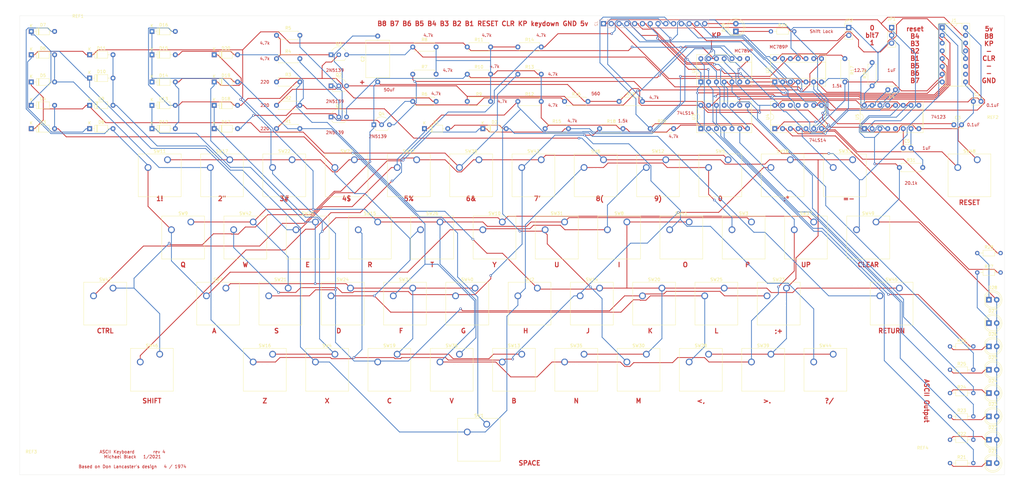
<source format=kicad_pcb>
(kicad_pcb (version 20171130) (host pcbnew 5.1.6-c6e7f7d~87~ubuntu16.04.1)
  (layers (0 F.Cu signal) (31 B.Cu signal) (34 B.Paste user) (35 F.Paste user) (36 B.SilkS user) (37 F.SilkS user) (38 B.Mask user) (39 F.Mask user) (44 Edge.Cuts user))
  (net 0 "")
  (net 1 +5V)
  (net 2 GND)
  (net 3 "Net-(C2-Pad2)")
  (net 4 "Net-(D1-Pad2)")
  (net 5 "Net-(D1-Pad1)")
  (net 6 "Net-(D2-Pad1)")
  (net 7 "Net-(D3-Pad2)")
  (net 8 "Net-(D3-Pad1)")
  (net 9 "Net-(D5-Pad2)")
  (net 10 "Net-(D11-Pad1)")
  (net 11 "Net-(D7-Pad2)")
  (net 12 "Net-(D10-Pad2)")
  (net 13 "Net-(D12-Pad2)")
  (net 14 "Net-(D12-Pad1)")
  (net 15 "Net-(D13-Pad2)")
  (net 16 "Net-(D14-Pad1)")
  (net 17 "Net-(D15-Pad2)")
  (net 18 "Net-(D17-Pad1)")
  (net 19 "Net-(D19-Pad1)")
  (net 20 B7)
  (net 21 B6)
  (net 22 KP)
  (net 23 B5)
  (net 24 "Net-(J1-Pad13)")
  (net 25 B1)
  (net 26 clear)
  (net 27 B2)
  (net 28 "Net-(J1-Pad11)")
  (net 29 B3)
  (net 30 "Net-(J1-Pad10)")
  (net 31 B4)
  (net 32 "Net-(Q1-Pad2)")
  (net 33 "Net-(Q2-Pad2)")
  (net 34 "Net-(Q3-Pad3)")
  (net 35 "Net-(Q3-Pad2)")
  (net 36 "Net-(R18-Pad1)")
  (net 37 "Net-(Q1-Pad3)")
  (net 38 "Net-(Q2-Pad3)")
  (net 39 reset)
  (net 40 "Net-(D29-Pad1)")
  (net 41 B8)
  (net 42 "Net-(JP2-Pad2)")
  (net 43 "Net-(C4-Pad2)")
  (net 44 "Net-(C4-Pad1)")
  (net 45 ~keydown)
  (net 46 "Net-(C5-Pad2)")
  (net 47 "Net-(C5-Pad1)")
  (net 48 "Net-(D21-Pad1)")
  (net 49 "Net-(D22-Pad1)")
  (net 50 "Net-(D23-Pad1)")
  (net 51 "Net-(D24-Pad1)")
  (net 52 "Net-(D25-Pad1)")
  (net 53 "Net-(D26-Pad1)")
  (net 54 "Net-(D27-Pad1)")
  (net 55 "Net-(D28-Pad1)")
  (net 56 "Net-(Q4-Pad3)")
  (net 57 "Net-(R17-Pad1)")
  (net 58 "Net-(R21-Pad2)")
  (net 59 "Net-(R22-Pad2)")
  (net 60 "Net-(R23-Pad2)")
  (net 61 "Net-(R24-Pad2)")
  (net 62 "Net-(R25-Pad2)")
  (net 63 "Net-(R26-Pad2)")
  (net 64 "Net-(R27-Pad2)")
  (net 65 "Net-(R28-Pad2)")
  (net 66 "Net-(U1-Pad6)")
  (net 67 "Net-(U2-Pad7)")
  (net 68 "Net-(U4-Pad9)")
  (net 69 "Net-(U5-Pad13)")
  (net 70 "Net-(U5-Pad10)")
  (net 71 "Net-(U5-Pad5)")
  (module MountingHole:MountingHole_2.7mm_M2.5 (layer F.Cu) (at 317.5 36.83)
    (fp_text reference REF2 (at 0 -3.7) (layer F.SilkS))
    (fp_text value MountingHole_2.7mm_M2.5)
    (pad 1 np_thru_hole circle (at 0 0) (size 2.7 2.7) (drill 2.7) (layers *.Cu *.Mask))
  )
  (module MountingHole:MountingHole_2.7mm_M2.5 (layer F.Cu) (at 294.64 144.78)
    (fp_text reference REF4 (at 0 -3.7) (layer F.SilkS))
    (fp_text value MountingHole_2.7mm_M2.5)
    (pad 1 np_thru_hole circle (at 0 0) (size 2.7 2.7) (drill 2.7) (layers *.Cu *.Mask))
  )
  (module MountingHole:MountingHole_2.7mm_M2.5 (layer F.Cu) (at 3.81 146.05)
    (fp_text reference REF3 (at 0 -3.7) (layer F.SilkS))
    (fp_text value MountingHole_2.7mm_M2.5)
    (pad 1 np_thru_hole circle (at 0 0) (size 2.7 2.7) (drill 2.7) (layers *.Cu *.Mask))
  )
  (module MountingHole:MountingHole_2.7mm_M2.5 (layer F.Cu) (at 19.05 3.81)
    (fp_text reference REF1 (at 0 -3.7) (layer F.SilkS))
    (fp_text value MountingHole_2.7mm_M2.5)
    (pad 1 np_thru_hole circle (at 0 0) (size 2.7 2.7) (drill 2.7) (layers *.Cu *.Mask))
  )
  (module Package_DIP:DIP-16_W7.62mm_Socket (layer F.Cu) (at 275.59 36.83 90)
    (fp_text reference U5 (at 3.81 -2.33 90) (layer F.SilkS))
    (fp_text value 74LS123)
    (pad 16 thru_hole oval (at 7.62 0 90) (size 1.6 1.6) (drill 0.8) (layers *.Cu *.Mask) (net 1 +5V))
    (pad 8 thru_hole oval (at 0 17.78 90) (size 1.6 1.6) (drill 0.8) (layers *.Cu *.Mask) (net 2 GND))
    (pad 15 thru_hole oval (at 7.62 2.54 90) (size 1.6 1.6) (drill 0.8) (layers *.Cu *.Mask) (net 43 "Net-(C4-Pad2)"))
    (pad 7 thru_hole oval (at 0 15.24 90) (size 1.6 1.6) (drill 0.8) (layers *.Cu *.Mask) (net 46 "Net-(C5-Pad2)"))
    (pad 14 thru_hole oval (at 7.62 5.08 90) (size 1.6 1.6) (drill 0.8) (layers *.Cu *.Mask) (net 44 "Net-(C4-Pad1)"))
    (pad 6 thru_hole oval (at 0 12.7 90) (size 1.6 1.6) (drill 0.8) (layers *.Cu *.Mask) (net 47 "Net-(C5-Pad1)"))
    (pad 13 thru_hole oval (at 7.62 7.62 90) (size 1.6 1.6) (drill 0.8) (layers *.Cu *.Mask) (net 69 "Net-(U5-Pad13)"))
    (pad 5 thru_hole oval (at 0 10.16 90) (size 1.6 1.6) (drill 0.8) (layers *.Cu *.Mask) (net 71 "Net-(U5-Pad5)"))
    (pad 12 thru_hole oval (at 7.62 10.16 90) (size 1.6 1.6) (drill 0.8) (layers *.Cu *.Mask) (net 68 "Net-(U4-Pad9)"))
    (pad 4 thru_hole oval (at 0 7.62 90) (size 1.6 1.6) (drill 0.8) (layers *.Cu *.Mask) (net 70 "Net-(U5-Pad10)"))
    (pad 11 thru_hole oval (at 7.62 12.7 90) (size 1.6 1.6) (drill 0.8) (layers *.Cu *.Mask) (net 1 +5V))
    (pad 3 thru_hole oval (at 0 5.08 90) (size 1.6 1.6) (drill 0.8) (layers *.Cu *.Mask) (net 1 +5V))
    (pad 10 thru_hole oval (at 7.62 15.24 90) (size 1.6 1.6) (drill 0.8) (layers *.Cu *.Mask) (net 70 "Net-(U5-Pad10)"))
    (pad 2 thru_hole oval (at 0 2.54 90) (size 1.6 1.6) (drill 0.8) (layers *.Cu *.Mask) (net 45 ~keydown))
    (pad 9 thru_hole oval (at 7.62 17.78 90) (size 1.6 1.6) (drill 0.8) (layers *.Cu *.Mask) (net 2 GND))
    (pad 1 thru_hole rect (at 0 0 90) (size 1.6 1.6) (drill 0.8) (layers *.Cu *.Mask) (net 2 GND))
  )
  (module Package_DIP:DIP-14_W7.62mm_Socket (layer F.Cu) (at 246.38 36.83 90)
    (fp_text reference U4 (at 3.81 -2.33 90) (layer F.SilkS))
    (fp_text value 74LS14)
    (pad 14 thru_hole oval (at 7.62 0 90) (size 1.6 1.6) (drill 0.8) (layers *.Cu *.Mask) (net 1 +5V))
    (pad 7 thru_hole oval (at 0 15.24 90) (size 1.6 1.6) (drill 0.8) (layers *.Cu *.Mask) (net 2 GND))
    (pad 13 thru_hole oval (at 7.62 2.54 90) (size 1.6 1.6) (drill 0.8) (layers *.Cu *.Mask))
    (pad 6 thru_hole oval (at 0 12.7 90) (size 1.6 1.6) (drill 0.8) (layers *.Cu *.Mask) (net 45 ~keydown))
    (pad 12 thru_hole oval (at 7.62 5.08 90) (size 1.6 1.6) (drill 0.8) (layers *.Cu *.Mask))
    (pad 5 thru_hole oval (at 0 10.16 90) (size 1.6 1.6) (drill 0.8) (layers *.Cu *.Mask) (net 67 "Net-(U2-Pad7)"))
    (pad 11 thru_hole oval (at 7.62 7.62 90) (size 1.6 1.6) (drill 0.8) (layers *.Cu *.Mask))
    (pad 4 thru_hole oval (at 0 7.62 90) (size 1.6 1.6) (drill 0.8) (layers *.Cu *.Mask) (net 65 "Net-(R28-Pad2)"))
    (pad 10 thru_hole oval (at 7.62 10.16 90) (size 1.6 1.6) (drill 0.8) (layers *.Cu *.Mask))
    (pad 3 thru_hole oval (at 0 5.08 90) (size 1.6 1.6) (drill 0.8) (layers *.Cu *.Mask) (net 41 B8))
    (pad 9 thru_hole oval (at 7.62 12.7 90) (size 1.6 1.6) (drill 0.8) (layers *.Cu *.Mask) (net 68 "Net-(U4-Pad9)"))
    (pad 2 thru_hole oval (at 0 2.54 90) (size 1.6 1.6) (drill 0.8) (layers *.Cu *.Mask) (net 64 "Net-(R27-Pad2)"))
    (pad 8 thru_hole oval (at 7.62 15.24 90) (size 1.6 1.6) (drill 0.8) (layers *.Cu *.Mask) (net 22 KP))
    (pad 1 thru_hole rect (at 0 0 90) (size 1.6 1.6) (drill 0.8) (layers *.Cu *.Mask) (net 20 B7))
  )
  (module Package_DIP:DIP-14_W7.62mm_Socket (layer F.Cu) (at 222.25 36.83 90)
    (fp_text reference U3 (at 3.81 -2.33 90) (layer F.SilkS))
    (fp_text value 74LS14)
    (pad 14 thru_hole oval (at 7.62 0 90) (size 1.6 1.6) (drill 0.8) (layers *.Cu *.Mask) (net 1 +5V))
    (pad 7 thru_hole oval (at 0 15.24 90) (size 1.6 1.6) (drill 0.8) (layers *.Cu *.Mask) (net 2 GND))
    (pad 13 thru_hole oval (at 7.62 2.54 90) (size 1.6 1.6) (drill 0.8) (layers *.Cu *.Mask) (net 21 B6))
    (pad 6 thru_hole oval (at 0 12.7 90) (size 1.6 1.6) (drill 0.8) (layers *.Cu *.Mask) (net 60 "Net-(R23-Pad2)"))
    (pad 12 thru_hole oval (at 7.62 5.08 90) (size 1.6 1.6) (drill 0.8) (layers *.Cu *.Mask) (net 63 "Net-(R26-Pad2)"))
    (pad 5 thru_hole oval (at 0 10.16 90) (size 1.6 1.6) (drill 0.8) (layers *.Cu *.Mask) (net 29 B3))
    (pad 11 thru_hole oval (at 7.62 7.62 90) (size 1.6 1.6) (drill 0.8) (layers *.Cu *.Mask) (net 23 B5))
    (pad 4 thru_hole oval (at 0 7.62 90) (size 1.6 1.6) (drill 0.8) (layers *.Cu *.Mask) (net 59 "Net-(R22-Pad2)"))
    (pad 10 thru_hole oval (at 7.62 10.16 90) (size 1.6 1.6) (drill 0.8) (layers *.Cu *.Mask) (net 62 "Net-(R25-Pad2)"))
    (pad 3 thru_hole oval (at 0 5.08 90) (size 1.6 1.6) (drill 0.8) (layers *.Cu *.Mask) (net 27 B2))
    (pad 9 thru_hole oval (at 7.62 12.7 90) (size 1.6 1.6) (drill 0.8) (layers *.Cu *.Mask) (net 31 B4))
    (pad 2 thru_hole oval (at 0 2.54 90) (size 1.6 1.6) (drill 0.8) (layers *.Cu *.Mask) (net 58 "Net-(R21-Pad2)"))
    (pad 8 thru_hole oval (at 7.62 15.24 90) (size 1.6 1.6) (drill 0.8) (layers *.Cu *.Mask) (net 61 "Net-(R24-Pad2)"))
    (pad 1 thru_hole rect (at 0 0 90) (size 1.6 1.6) (drill 0.8) (layers *.Cu *.Mask) (net 25 B1))
  )
  (module Package_DIP:DIP-14_W7.62mm_Socket (layer F.Cu) (at 246.38 21.59 90)
    (fp_text reference U2 (at 3.81 -2.33 90) (layer F.SilkS))
    (fp_text value MC789AP)
    (pad 14 thru_hole oval (at 7.62 0 90) (size 1.6 1.6) (drill 0.8) (layers *.Cu *.Mask) (net 42 "Net-(JP2-Pad2)"))
    (pad 7 thru_hole oval (at 0 15.24 90) (size 1.6 1.6) (drill 0.8) (layers *.Cu *.Mask) (net 67 "Net-(U2-Pad7)"))
    (pad 13 thru_hole oval (at 7.62 2.54 90) (size 1.6 1.6) (drill 0.8) (layers *.Cu *.Mask) (net 34 "Net-(Q3-Pad3)"))
    (pad 6 thru_hole oval (at 0 12.7 90) (size 1.6 1.6) (drill 0.8) (layers *.Cu *.Mask) (net 20 B7))
    (pad 12 thru_hole oval (at 7.62 5.08 90) (size 1.6 1.6) (drill 0.8) (layers *.Cu *.Mask) (net 6 "Net-(D2-Pad1)"))
    (pad 5 thru_hole oval (at 0 10.16 90) (size 1.6 1.6) (drill 0.8) (layers *.Cu *.Mask) (net 20 B7))
    (pad 11 thru_hole oval (at 7.62 7.62 90) (size 1.6 1.6) (drill 0.8) (layers *.Cu *.Mask) (net 1 +5V))
    (pad 4 thru_hole oval (at 0 7.62 90) (size 1.6 1.6) (drill 0.8) (layers *.Cu *.Mask) (net 2 GND))
    (pad 10 thru_hole oval (at 7.62 10.16 90) (size 1.6 1.6) (drill 0.8) (layers *.Cu *.Mask) (net 6 "Net-(D2-Pad1)"))
    (pad 3 thru_hole oval (at 0 5.08 90) (size 1.6 1.6) (drill 0.8) (layers *.Cu *.Mask) (net 21 B6))
    (pad 9 thru_hole oval (at 7.62 12.7 90) (size 1.6 1.6) (drill 0.8) (layers *.Cu *.Mask) (net 57 "Net-(R17-Pad1)"))
    (pad 2 thru_hole oval (at 0 2.54 90) (size 1.6 1.6) (drill 0.8) (layers *.Cu *.Mask) (net 21 B6))
    (pad 8 thru_hole oval (at 7.62 15.24 90) (size 1.6 1.6) (drill 0.8) (layers *.Cu *.Mask) (net 56 "Net-(Q4-Pad3)"))
    (pad 1 thru_hole rect (at 0 0 90) (size 1.6 1.6) (drill 0.8) (layers *.Cu *.Mask) (net 23 B5))
  )
  (module Package_DIP:DIP-14_W7.62mm_Socket (layer F.Cu) (at 222.25 21.59 90)
    (fp_text reference U1 (at 3.81 -2.33 90) (layer F.SilkS))
    (fp_text value MC789AP)
    (pad 14 thru_hole oval (at 7.62 0 90) (size 1.6 1.6) (drill 0.8) (layers *.Cu *.Mask) (net 8 "Net-(D3-Pad1)"))
    (pad 7 thru_hole oval (at 0 15.24 90) (size 1.6 1.6) (drill 0.8) (layers *.Cu *.Mask) (net 23 B5))
    (pad 13 thru_hole oval (at 7.62 2.54 90) (size 1.6 1.6) (drill 0.8) (layers *.Cu *.Mask) (net 5 "Net-(D1-Pad1)"))
    (pad 6 thru_hole oval (at 0 12.7 90) (size 1.6 1.6) (drill 0.8) (layers *.Cu *.Mask) (net 66 "Net-(U1-Pad6)"))
    (pad 12 thru_hole oval (at 7.62 5.08 90) (size 1.6 1.6) (drill 0.8) (layers *.Cu *.Mask) (net 10 "Net-(D11-Pad1)"))
    (pad 5 thru_hole oval (at 0 10.16 90) (size 1.6 1.6) (drill 0.8) (layers *.Cu *.Mask) (net 31 B4))
    (pad 11 thru_hole oval (at 7.62 7.62 90) (size 1.6 1.6) (drill 0.8) (layers *.Cu *.Mask) (net 1 +5V))
    (pad 4 thru_hole oval (at 0 7.62 90) (size 1.6 1.6) (drill 0.8) (layers *.Cu *.Mask) (net 2 GND))
    (pad 10 thru_hole oval (at 7.62 10.16 90) (size 1.6 1.6) (drill 0.8) (layers *.Cu *.Mask) (net 37 "Net-(Q1-Pad3)"))
    (pad 3 thru_hole oval (at 0 5.08 90) (size 1.6 1.6) (drill 0.8) (layers *.Cu *.Mask) (net 29 B3))
    (pad 9 thru_hole oval (at 7.62 12.7 90) (size 1.6 1.6) (drill 0.8) (layers *.Cu *.Mask) (net 38 "Net-(Q2-Pad3)"))
    (pad 2 thru_hole oval (at 0 2.54 90) (size 1.6 1.6) (drill 0.8) (layers *.Cu *.Mask) (net 27 B2))
    (pad 8 thru_hole oval (at 7.62 15.24 90) (size 1.6 1.6) (drill 0.8) (layers *.Cu *.Mask) (net 66 "Net-(U1-Pad6)"))
    (pad 1 thru_hole rect (at 0 0 90) (size 1.6 1.6) (drill 0.8) (layers *.Cu *.Mask) (net 25 B1))
  )
  (module Resistor_THT:R_Axial_DIN0207_L6.3mm_D2.5mm_P7.62mm_Horizontal (layer F.Cu) (at 287.02 49.53)
    (fp_text reference R31 (at 3.81 -2.37) (layer F.SilkS))
    (fp_text value 20.1k)
    (pad 2 thru_hole oval (at 7.62 0) (size 1.6 1.6) (drill 0.8) (layers *.Cu *.Mask) (net 46 "Net-(C5-Pad2)"))
    (pad 1 thru_hole circle (at 0 0) (size 1.6 1.6) (drill 0.8) (layers *.Cu *.Mask) (net 1 +5V))
  )
  (module Resistor_THT:R_Axial_DIN0207_L6.3mm_D2.5mm_P7.62mm_Horizontal (layer F.Cu) (at 278.13 22.86 90)
    (fp_text reference R30 (at 3.81 -2.37 90) (layer F.SilkS))
    (fp_text value 12.7k)
    (pad 2 thru_hole oval (at 7.62 0 90) (size 1.6 1.6) (drill 0.8) (layers *.Cu *.Mask) (net 43 "Net-(C4-Pad2)"))
    (pad 1 thru_hole circle (at 0 0 90) (size 1.6 1.6) (drill 0.8) (layers *.Cu *.Mask) (net 1 +5V))
  )
  (module Resistor_THT:R_Axial_DIN0207_L6.3mm_D2.5mm_P7.62mm_Horizontal (layer F.Cu) (at 269.24 13.97 270)
    (fp_text reference R17 (at 3.81 -2.37 90) (layer F.SilkS))
    (fp_text value 1.5k)
    (pad 2 thru_hole oval (at 7.62 0 270) (size 1.6 1.6) (drill 0.8) (layers *.Cu *.Mask) (net 21 B6))
    (pad 1 thru_hole circle (at 0 0 270) (size 1.6 1.6) (drill 0.8) (layers *.Cu *.Mask) (net 57 "Net-(R17-Pad1)"))
  )
  (module Package_DIP:DIP-16_W7.62mm_Socket (layer F.Cu) (at 300.99 3.81)
    (fp_text reference J1 (at 3.81 -2.33) (layer F.SilkS))
    (fp_text value Output)
    (pad 16 thru_hole oval (at 7.62 0) (size 1.6 1.6) (drill 0.8) (layers *.Cu *.Mask) (net 1 +5V))
    (pad 8 thru_hole oval (at 0 17.78) (size 1.6 1.6) (drill 0.8) (layers *.Cu *.Mask) (net 20 B7))
    (pad 15 thru_hole oval (at 7.62 2.54) (size 1.6 1.6) (drill 0.8) (layers *.Cu *.Mask) (net 41 B8))
    (pad 7 thru_hole oval (at 0 15.24) (size 1.6 1.6) (drill 0.8) (layers *.Cu *.Mask) (net 21 B6))
    (pad 14 thru_hole oval (at 7.62 5.08) (size 1.6 1.6) (drill 0.8) (layers *.Cu *.Mask) (net 22 KP))
    (pad 6 thru_hole oval (at 0 12.7) (size 1.6 1.6) (drill 0.8) (layers *.Cu *.Mask) (net 23 B5))
    (pad 13 thru_hole oval (at 7.62 7.62) (size 1.6 1.6) (drill 0.8) (layers *.Cu *.Mask) (net 24 "Net-(J1-Pad13)"))
    (pad 5 thru_hole oval (at 0 10.16) (size 1.6 1.6) (drill 0.8) (layers *.Cu *.Mask) (net 25 B1))
    (pad 12 thru_hole oval (at 7.62 10.16) (size 1.6 1.6) (drill 0.8) (layers *.Cu *.Mask) (net 26 clear))
    (pad 4 thru_hole oval (at 0 7.62) (size 1.6 1.6) (drill 0.8) (layers *.Cu *.Mask) (net 27 B2))
    (pad 11 thru_hole oval (at 7.62 12.7) (size 1.6 1.6) (drill 0.8) (layers *.Cu *.Mask) (net 28 "Net-(J1-Pad11)"))
    (pad 3 thru_hole oval (at 0 5.08) (size 1.6 1.6) (drill 0.8) (layers *.Cu *.Mask) (net 29 B3))
    (pad 10 thru_hole oval (at 7.62 15.24) (size 1.6 1.6) (drill 0.8) (layers *.Cu *.Mask) (net 30 "Net-(J1-Pad10)"))
    (pad 2 thru_hole oval (at 0 2.54) (size 1.6 1.6) (drill 0.8) (layers *.Cu *.Mask) (net 31 B4))
    (pad 9 thru_hole oval (at 7.62 17.78) (size 1.6 1.6) (drill 0.8) (layers *.Cu *.Mask) (net 2 GND))
    (pad 1 thru_hole rect (at 0 0) (size 1.6 1.6) (drill 0.8) (layers *.Cu *.Mask) (net 39 reset))
  )
  (module Capacitor_THT:C_Disc_D3.4mm_W2.1mm_P2.50mm (layer F.Cu) (at 288.29 43.18)
    (fp_text reference C5 (at 1.25 -2.3) (layer F.SilkS))
    (fp_text value 1uF)
    (pad 2 thru_hole circle (at 2.5 0) (size 1.6 1.6) (drill 0.8) (layers *.Cu *.Mask) (net 46 "Net-(C5-Pad2)"))
    (pad 1 thru_hole circle (at 0 0) (size 1.6 1.6) (drill 0.8) (layers *.Cu *.Mask) (net 47 "Net-(C5-Pad1)"))
  )
  (module Capacitor_THT:C_Disc_D3.4mm_W2.1mm_P2.50mm (layer F.Cu) (at 285.75 24.13 180)
    (fp_text reference C4 (at 1.25 -2.3) (layer F.SilkS))
    (fp_text value 1uF)
    (pad 2 thru_hole circle (at 2.5 0 180) (size 1.6 1.6) (drill 0.8) (layers *.Cu *.Mask) (net 43 "Net-(C4-Pad2)"))
    (pad 1 thru_hole circle (at 0 0 180) (size 1.6 1.6) (drill 0.8) (layers *.Cu *.Mask) (net 44 "Net-(C4-Pad1)"))
  )
  (module Capacitor_THT:C_Disc_D3.4mm_W2.1mm_P2.50mm (layer F.Cu) (at 304.8 35.56)
    (fp_text reference C3 (at 1.25 -2.3) (layer F.SilkS))
    (fp_text value .1uF)
    (pad 2 thru_hole circle (at 2.5 0) (size 1.6 1.6) (drill 0.8) (layers *.Cu *.Mask) (net 2 GND))
    (pad 1 thru_hole circle (at 0 0) (size 1.6 1.6) (drill 0.8) (layers *.Cu *.Mask) (net 45 ~keydown))
  )
  (module Package_TO_SOT_THT:TO-92_Inline_Wide (layer F.Cu) (at 115.57 35.56)
    (fp_text reference Q4 (at 2.54 -3.56) (layer F.SilkS))
    (fp_text value 2N5139)
    (pad 1 thru_hole rect (at 0 0 90) (size 1.5 1.5) (drill 0.8) (layers *.Cu *.Mask) (net 1 +5V))
    (pad 3 thru_hole circle (at 5.08 0 90) (size 1.5 1.5) (drill 0.8) (layers *.Cu *.Mask) (net 56 "Net-(Q4-Pad3)"))
    (pad 2 thru_hole circle (at 2.54 0 90) (size 1.5 1.5) (drill 0.8) (layers *.Cu *.Mask) (net 3 "Net-(C2-Pad2)"))
  )
  (module Package_TO_SOT_THT:TO-92_Inline_Wide (layer F.Cu) (at 101.6 12.7)
    (fp_text reference Q3 (at 2.54 -3.56) (layer F.SilkS))
    (fp_text value 2N5139)
    (pad 1 thru_hole rect (at 0 0 90) (size 1.5 1.5) (drill 0.8) (layers *.Cu *.Mask) (net 3 "Net-(C2-Pad2)"))
    (pad 3 thru_hole circle (at 5.08 0 90) (size 1.5 1.5) (drill 0.8) (layers *.Cu *.Mask) (net 34 "Net-(Q3-Pad3)"))
    (pad 2 thru_hole circle (at 2.54 0 90) (size 1.5 1.5) (drill 0.8) (layers *.Cu *.Mask) (net 35 "Net-(Q3-Pad2)"))
  )
  (module Package_TO_SOT_THT:TO-92_Inline_Wide (layer F.Cu) (at 101.6 22.86)
    (fp_text reference Q2 (at 2.54 -3.56) (layer F.SilkS))
    (fp_text value 2N5139)
    (pad 1 thru_hole rect (at 0 0 90) (size 1.5 1.5) (drill 0.8) (layers *.Cu *.Mask) (net 3 "Net-(C2-Pad2)"))
    (pad 3 thru_hole circle (at 5.08 0 90) (size 1.5 1.5) (drill 0.8) (layers *.Cu *.Mask) (net 38 "Net-(Q2-Pad3)"))
    (pad 2 thru_hole circle (at 2.54 0 90) (size 1.5 1.5) (drill 0.8) (layers *.Cu *.Mask) (net 33 "Net-(Q2-Pad2)"))
  )
  (module Package_TO_SOT_THT:TO-92_Inline_Wide (layer F.Cu) (at 101.6 33.02)
    (fp_text reference Q1 (at 2.54 -3.56) (layer F.SilkS))
    (fp_text value 2N5139)
    (pad 1 thru_hole rect (at 0 0 90) (size 1.5 1.5) (drill 0.8) (layers *.Cu *.Mask) (net 3 "Net-(C2-Pad2)"))
    (pad 3 thru_hole circle (at 5.08 0 90) (size 1.5 1.5) (drill 0.8) (layers *.Cu *.Mask) (net 37 "Net-(Q1-Pad3)"))
    (pad 2 thru_hole circle (at 2.54 0 90) (size 1.5 1.5) (drill 0.8) (layers *.Cu *.Mask) (net 32 "Net-(Q1-Pad2)"))
  )
  (module Resistor_THT:R_Axial_DIN0204_L3.6mm_D1.6mm_P7.62mm_Horizontal (layer F.Cu) (at 245.11 5.08)
    (fp_text reference R29 (at 3.81 -1.92) (layer F.SilkS))
    (fp_text value R)
    (pad 2 thru_hole oval (at 7.62 0) (size 1.4 1.4) (drill 0.7) (layers *.Cu *.Mask) (net 45 ~keydown))
    (pad 1 thru_hole circle (at 0 0) (size 1.4 1.4) (drill 0.7) (layers *.Cu *.Mask) (net 40 "Net-(D29-Pad1)"))
  )
  (module Resistor_THT:R_Axial_DIN0204_L3.6mm_D1.6mm_P7.62mm_Horizontal (layer F.Cu) (at 312.42 77.47)
    (fp_text reference R28 (at 3.81 -1.92) (layer F.SilkS))
    (fp_text value R)
    (pad 2 thru_hole oval (at 7.62 0) (size 1.4 1.4) (drill 0.7) (layers *.Cu *.Mask) (net 65 "Net-(R28-Pad2)"))
    (pad 1 thru_hole circle (at 0 0) (size 1.4 1.4) (drill 0.7) (layers *.Cu *.Mask) (net 55 "Net-(D28-Pad1)"))
  )
  (module Resistor_THT:R_Axial_DIN0204_L3.6mm_D1.6mm_P7.62mm_Horizontal (layer F.Cu) (at 312.42 83.82)
    (fp_text reference R27 (at 3.81 -1.92) (layer F.SilkS))
    (fp_text value R)
    (pad 2 thru_hole oval (at 7.62 0) (size 1.4 1.4) (drill 0.7) (layers *.Cu *.Mask) (net 64 "Net-(R27-Pad2)"))
    (pad 1 thru_hole circle (at 0 0) (size 1.4 1.4) (drill 0.7) (layers *.Cu *.Mask) (net 54 "Net-(D27-Pad1)"))
  )
  (module Resistor_THT:R_Axial_DIN0204_L3.6mm_D1.6mm_P7.62mm_Horizontal (layer F.Cu) (at 303.53 107.95)
    (fp_text reference R26 (at 3.81 -1.92) (layer F.SilkS))
    (fp_text value R)
    (pad 2 thru_hole oval (at 7.62 0) (size 1.4 1.4) (drill 0.7) (layers *.Cu *.Mask) (net 63 "Net-(R26-Pad2)"))
    (pad 1 thru_hole circle (at 0 0) (size 1.4 1.4) (drill 0.7) (layers *.Cu *.Mask) (net 53 "Net-(D26-Pad1)"))
  )
  (module Resistor_THT:R_Axial_DIN0204_L3.6mm_D1.6mm_P7.62mm_Horizontal (layer F.Cu) (at 303.53 115.57)
    (fp_text reference R25 (at 3.81 -1.92) (layer F.SilkS))
    (fp_text value R)
    (pad 2 thru_hole oval (at 7.62 0) (size 1.4 1.4) (drill 0.7) (layers *.Cu *.Mask) (net 62 "Net-(R25-Pad2)"))
    (pad 1 thru_hole circle (at 0 0) (size 1.4 1.4) (drill 0.7) (layers *.Cu *.Mask) (net 52 "Net-(D25-Pad1)"))
  )
  (module Resistor_THT:R_Axial_DIN0204_L3.6mm_D1.6mm_P7.62mm_Horizontal (layer F.Cu) (at 303.53 123.19)
    (fp_text reference R24 (at 3.81 -1.92) (layer F.SilkS))
    (fp_text value R)
    (pad 2 thru_hole oval (at 7.62 0) (size 1.4 1.4) (drill 0.7) (layers *.Cu *.Mask) (net 61 "Net-(R24-Pad2)"))
    (pad 1 thru_hole circle (at 0 0) (size 1.4 1.4) (drill 0.7) (layers *.Cu *.Mask) (net 51 "Net-(D24-Pad1)"))
  )
  (module Resistor_THT:R_Axial_DIN0204_L3.6mm_D1.6mm_P7.62mm_Horizontal (layer F.Cu) (at 303.53 130.81)
    (fp_text reference R23 (at 3.81 -1.92) (layer F.SilkS))
    (fp_text value R)
    (pad 2 thru_hole oval (at 7.62 0) (size 1.4 1.4) (drill 0.7) (layers *.Cu *.Mask) (net 60 "Net-(R23-Pad2)"))
    (pad 1 thru_hole circle (at 0 0) (size 1.4 1.4) (drill 0.7) (layers *.Cu *.Mask) (net 50 "Net-(D23-Pad1)"))
  )
  (module Resistor_THT:R_Axial_DIN0204_L3.6mm_D1.6mm_P7.62mm_Horizontal (layer F.Cu) (at 303.53 138.43)
    (fp_text reference R22 (at 3.81 -1.92) (layer F.SilkS))
    (fp_text value R)
    (pad 2 thru_hole oval (at 7.62 0) (size 1.4 1.4) (drill 0.7) (layers *.Cu *.Mask) (net 59 "Net-(R22-Pad2)"))
    (pad 1 thru_hole circle (at 0 0) (size 1.4 1.4) (drill 0.7) (layers *.Cu *.Mask) (net 49 "Net-(D22-Pad1)"))
  )
  (module Resistor_THT:R_Axial_DIN0204_L3.6mm_D1.6mm_P7.62mm_Horizontal (layer F.Cu) (at 303.53 146.05)
    (fp_text reference R21 (at 3.81 -1.92) (layer F.SilkS))
    (fp_text value R)
    (pad 2 thru_hole oval (at 7.62 0) (size 1.4 1.4) (drill 0.7) (layers *.Cu *.Mask) (net 58 "Net-(R21-Pad2)"))
    (pad 1 thru_hole circle (at 0 0) (size 1.4 1.4) (drill 0.7) (layers *.Cu *.Mask) (net 48 "Net-(D21-Pad1)"))
  )
  (module Resistor_THT:R_Axial_DIN0207_L6.3mm_D2.5mm_P7.62mm_Horizontal (layer F.Cu) (at 205.74 36.83)
    (fp_text reference R20 (at 3.81 -2.37) (layer F.SilkS))
    (fp_text value 4.7k)
    (pad 2 thru_hole oval (at 7.62 0) (size 1.6 1.6) (drill 0.8) (layers *.Cu *.Mask) (net 2 GND))
    (pad 1 thru_hole circle (at 0 0) (size 1.6 1.6) (drill 0.8) (layers *.Cu *.Mask) (net 26 clear))
  )
  (module Resistor_THT:R_Axial_DIN0207_L6.3mm_D2.5mm_P7.62mm_Horizontal (layer F.Cu) (at 195.58 27.94)
    (fp_text reference R19 (at 3.81 -2.37) (layer F.SilkS))
    (fp_text value 4.7k)
    (pad 2 thru_hole oval (at 7.62 0) (size 1.6 1.6) (drill 0.8) (layers *.Cu *.Mask) (net 39 reset))
    (pad 1 thru_hole circle (at 0 0) (size 1.6 1.6) (drill 0.8) (layers *.Cu *.Mask) (net 1 +5V))
  )
  (module Resistor_THT:R_Axial_DIN0207_L6.3mm_D2.5mm_P7.62mm_Horizontal (layer F.Cu) (at 189.23 36.83)
    (fp_text reference R18 (at 3.81 -2.37) (layer F.SilkS))
    (fp_text value 1.5k)
    (pad 2 thru_hole oval (at 7.62 0) (size 1.6 1.6) (drill 0.8) (layers *.Cu *.Mask) (net 2 GND))
    (pad 1 thru_hole circle (at 0 0) (size 1.6 1.6) (drill 0.8) (layers *.Cu *.Mask) (net 36 "Net-(R18-Pad1)"))
  )
  (module Resistor_THT:R_Axial_DIN0207_L6.3mm_D2.5mm_P7.62mm_Horizontal (layer F.Cu) (at 177.8 27.94)
    (fp_text reference R16 (at 3.81 -2.37) (layer F.SilkS))
    (fp_text value 560)
    (pad 2 thru_hole oval (at 7.62 0) (size 1.6 1.6) (drill 0.8) (layers *.Cu *.Mask) (net 1 +5V))
    (pad 1 thru_hole circle (at 0 0) (size 1.6 1.6) (drill 0.8) (layers *.Cu *.Mask) (net 3 "Net-(C2-Pad2)"))
  )
  (module Resistor_THT:R_Axial_DIN0207_L6.3mm_D2.5mm_P7.62mm_Horizontal (layer F.Cu) (at 171.45 36.83)
    (fp_text reference R15 (at 3.81 -2.37) (layer F.SilkS))
    (fp_text value 4.7k)
    (pad 2 thru_hole oval (at 7.62 0) (size 1.6 1.6) (drill 0.8) (layers *.Cu *.Mask) (net 6 "Net-(D2-Pad1)"))
    (pad 1 thru_hole circle (at 0 0) (size 1.6 1.6) (drill 0.8) (layers *.Cu *.Mask) (net 2 GND))
  )
  (module Resistor_THT:R_Axial_DIN0207_L6.3mm_D2.5mm_P7.62mm_Horizontal (layer F.Cu) (at 162.56 10.16)
    (fp_text reference R14 (at 3.81 -2.37) (layer F.SilkS))
    (fp_text value 4.7k)
    (pad 2 thru_hole oval (at 7.62 0) (size 1.6 1.6) (drill 0.8) (layers *.Cu *.Mask) (net 42 "Net-(JP2-Pad2)"))
    (pad 1 thru_hole circle (at 0 0) (size 1.6 1.6) (drill 0.8) (layers *.Cu *.Mask) (net 2 GND))
  )
  (module Resistor_THT:R_Axial_DIN0207_L6.3mm_D2.5mm_P7.62mm_Horizontal (layer F.Cu) (at 162.56 19.05)
    (fp_text reference R13 (at 3.81 -2.37) (layer F.SilkS))
    (fp_text value 4.7k)
    (pad 2 thru_hole oval (at 7.62 0) (size 1.6 1.6) (drill 0.8) (layers *.Cu *.Mask) (net 2 GND))
    (pad 1 thru_hole circle (at 0 0) (size 1.6 1.6) (drill 0.8) (layers *.Cu *.Mask) (net 8 "Net-(D3-Pad1)"))
  )
  (module Resistor_THT:R_Axial_DIN0207_L6.3mm_D2.5mm_P7.62mm_Horizontal (layer F.Cu) (at 162.56 27.94)
    (fp_text reference R12 (at 3.81 -2.37) (layer F.SilkS))
    (fp_text value 4.7k)
    (pad 2 thru_hole oval (at 7.62 0) (size 1.6 1.6) (drill 0.8) (layers *.Cu *.Mask) (net 2 GND))
    (pad 1 thru_hole circle (at 0 0) (size 1.6 1.6) (drill 0.8) (layers *.Cu *.Mask) (net 5 "Net-(D1-Pad1)"))
  )
  (module Resistor_THT:R_Axial_DIN0207_L6.3mm_D2.5mm_P7.62mm_Horizontal (layer F.Cu) (at 146.05 10.16)
    (fp_text reference R11 (at 3.81 -2.37) (layer F.SilkS))
    (fp_text value 4.7k)
    (pad 2 thru_hole oval (at 7.62 0) (size 1.6 1.6) (drill 0.8) (layers *.Cu *.Mask) (net 2 GND))
    (pad 1 thru_hole circle (at 0 0) (size 1.6 1.6) (drill 0.8) (layers *.Cu *.Mask) (net 10 "Net-(D11-Pad1)"))
  )
  (module Resistor_THT:R_Axial_DIN0207_L6.3mm_D2.5mm_P7.62mm_Horizontal (layer F.Cu) (at 146.05 19.05)
    (fp_text reference R10 (at 3.81 -2.37) (layer F.SilkS))
    (fp_text value 4.7k)
    (pad 2 thru_hole oval (at 7.62 0) (size 1.6 1.6) (drill 0.8) (layers *.Cu *.Mask) (net 2 GND))
    (pad 1 thru_hole circle (at 0 0) (size 1.6 1.6) (drill 0.8) (layers *.Cu *.Mask) (net 37 "Net-(Q1-Pad3)"))
  )
  (module Resistor_THT:R_Axial_DIN0207_L6.3mm_D2.5mm_P7.62mm_Horizontal (layer F.Cu) (at 146.05 27.94)
    (fp_text reference R9 (at 3.81 -2.37) (layer F.SilkS))
    (fp_text value 4.7k)
    (pad 2 thru_hole oval (at 7.62 0) (size 1.6 1.6) (drill 0.8) (layers *.Cu *.Mask) (net 2 GND))
    (pad 1 thru_hole circle (at 0 0) (size 1.6 1.6) (drill 0.8) (layers *.Cu *.Mask) (net 38 "Net-(Q2-Pad3)"))
  )
  (module Resistor_THT:R_Axial_DIN0207_L6.3mm_D2.5mm_P7.62mm_Horizontal (layer F.Cu) (at 128.27 10.16)
    (fp_text reference R8 (at 3.81 -2.37) (layer F.SilkS))
    (fp_text value 4.7k)
    (pad 2 thru_hole oval (at 7.62 0) (size 1.6 1.6) (drill 0.8) (layers *.Cu *.Mask) (net 2 GND))
    (pad 1 thru_hole circle (at 0 0) (size 1.6 1.6) (drill 0.8) (layers *.Cu *.Mask) (net 34 "Net-(Q3-Pad3)"))
  )
  (module Resistor_THT:R_Axial_DIN0207_L6.3mm_D2.5mm_P7.62mm_Horizontal (layer F.Cu) (at 128.27 19.05)
    (fp_text reference R7 (at 3.81 -2.37) (layer F.SilkS))
    (fp_text value 4.7k)
    (pad 2 thru_hole oval (at 7.62 0) (size 1.6 1.6) (drill 0.8) (layers *.Cu *.Mask) (net 2 GND))
    (pad 1 thru_hole circle (at 0 0) (size 1.6 1.6) (drill 0.8) (layers *.Cu *.Mask) (net 56 "Net-(Q4-Pad3)"))
  )
  (module Resistor_THT:R_Axial_DIN0207_L6.3mm_D2.5mm_P7.62mm_Horizontal (layer F.Cu) (at 128.27 27.94)
    (fp_text reference R6 (at 3.81 -2.37) (layer F.SilkS))
    (fp_text value 4.7k)
    (pad 2 thru_hole oval (at 7.62 0) (size 1.6 1.6) (drill 0.8) (layers *.Cu *.Mask) (net 35 "Net-(Q3-Pad2)"))
    (pad 1 thru_hole circle (at 0 0) (size 1.6 1.6) (drill 0.8) (layers *.Cu *.Mask) (net 3 "Net-(C2-Pad2)"))
  )
  (module Resistor_THT:R_Axial_DIN0207_L6.3mm_D2.5mm_P7.62mm_Horizontal (layer F.Cu) (at 83.82 6.35)
    (fp_text reference R5 (at 3.81 -2.37) (layer F.SilkS))
    (fp_text value 4.7k)
    (pad 2 thru_hole oval (at 7.62 0) (size 1.6 1.6) (drill 0.8) (layers *.Cu *.Mask) (net 33 "Net-(Q2-Pad2)"))
    (pad 1 thru_hole circle (at 0 0) (size 1.6 1.6) (drill 0.8) (layers *.Cu *.Mask) (net 3 "Net-(C2-Pad2)"))
  )
  (module Resistor_THT:R_Axial_DIN0207_L6.3mm_D2.5mm_P7.62mm_Horizontal (layer F.Cu) (at 83.82 13.97)
    (fp_text reference R4 (at 3.81 -2.37) (layer F.SilkS))
    (fp_text value 4.7k)
    (pad 2 thru_hole oval (at 7.62 0) (size 1.6 1.6) (drill 0.8) (layers *.Cu *.Mask) (net 32 "Net-(Q1-Pad2)"))
    (pad 1 thru_hole circle (at 0 0) (size 1.6 1.6) (drill 0.8) (layers *.Cu *.Mask) (net 3 "Net-(C2-Pad2)"))
  )
  (module Resistor_THT:R_Axial_DIN0207_L6.3mm_D2.5mm_P7.62mm_Horizontal (layer F.Cu) (at 83.82 21.59)
    (fp_text reference R3 (at 3.81 -2.37) (layer F.SilkS))
    (fp_text value 220)
    (pad 2 thru_hole oval (at 7.62 0) (size 1.6 1.6) (drill 0.8) (layers *.Cu *.Mask) (net 15 "Net-(D13-Pad2)"))
    (pad 1 thru_hole circle (at 0 0) (size 1.6 1.6) (drill 0.8) (layers *.Cu *.Mask) (net 35 "Net-(Q3-Pad2)"))
  )
  (module Resistor_THT:R_Axial_DIN0207_L6.3mm_D2.5mm_P7.62mm_Horizontal (layer F.Cu) (at 83.82 29.21)
    (fp_text reference R2 (at 3.81 -2.37) (layer F.SilkS))
    (fp_text value 220)
    (pad 2 thru_hole oval (at 7.62 0) (size 1.6 1.6) (drill 0.8) (layers *.Cu *.Mask) (net 17 "Net-(D15-Pad2)"))
    (pad 1 thru_hole circle (at 0 0) (size 1.6 1.6) (drill 0.8) (layers *.Cu *.Mask) (net 33 "Net-(Q2-Pad2)"))
  )
  (module Resistor_THT:R_Axial_DIN0207_L6.3mm_D2.5mm_P7.62mm_Horizontal (layer F.Cu) (at 83.82 36.83)
    (fp_text reference R1 (at 3.81 -2.37) (layer F.SilkS))
    (fp_text value 220)
    (pad 2 thru_hole oval (at 7.62 0) (size 1.6 1.6) (drill 0.8) (layers *.Cu *.Mask) (net 13 "Net-(D12-Pad2)"))
    (pad 1 thru_hole circle (at 0 0) (size 1.6 1.6) (drill 0.8) (layers *.Cu *.Mask) (net 32 "Net-(Q1-Pad2)"))
  )
  (module Connector_PinHeader_2.54mm:PinHeader_1x02_P2.54mm_Vertical (layer F.Cu) (at 270.51 3.81)
    (fp_text reference JP2 (at 0 -2.33) (layer F.SilkS))
    (fp_text value ShiftLock)
    (pad 2 thru_hole oval (at 0 2.54) (size 1.7 1.7) (drill 1) (layers *.Cu *.Mask) (net 42 "Net-(JP2-Pad2)"))
    (pad 1 thru_hole rect (at 0 0) (size 1.7 1.7) (drill 1) (layers *.Cu *.Mask) (net 1 +5V))
  )
  (module Connector_PinHeader_2.54mm:PinHeader_1x14_P2.54mm_Vertical (layer B.Cu) (at 190.5 2.54 270)
    (fp_text reference J2 (at 0 2.33 270) (layer B.SilkS) (effects (justify mirror)))
    (fp_text value Conn_01x14_Female)
    (pad 14 thru_hole oval (at 0 -33.02 270) (size 1.7 1.7) (drill 1) (layers *.Cu *.Mask) (net 1 +5V))
    (pad 13 thru_hole oval (at 0 -30.48 270) (size 1.7 1.7) (drill 1) (layers *.Cu *.Mask) (net 2 GND))
    (pad 12 thru_hole oval (at 0 -27.94 270) (size 1.7 1.7) (drill 1) (layers *.Cu *.Mask) (net 45 ~keydown))
    (pad 11 thru_hole oval (at 0 -25.4 270) (size 1.7 1.7) (drill 1) (layers *.Cu *.Mask) (net 22 KP))
    (pad 10 thru_hole oval (at 0 -22.86 270) (size 1.7 1.7) (drill 1) (layers *.Cu *.Mask) (net 26 clear))
    (pad 9 thru_hole oval (at 0 -20.32 270) (size 1.7 1.7) (drill 1) (layers *.Cu *.Mask) (net 39 reset))
    (pad 8 thru_hole oval (at 0 -17.78 270) (size 1.7 1.7) (drill 1) (layers *.Cu *.Mask) (net 25 B1))
    (pad 7 thru_hole oval (at 0 -15.24 270) (size 1.7 1.7) (drill 1) (layers *.Cu *.Mask) (net 27 B2))
    (pad 6 thru_hole oval (at 0 -12.7 270) (size 1.7 1.7) (drill 1) (layers *.Cu *.Mask) (net 29 B3))
    (pad 5 thru_hole oval (at 0 -10.16 270) (size 1.7 1.7) (drill 1) (layers *.Cu *.Mask) (net 31 B4))
    (pad 4 thru_hole oval (at 0 -7.62 270) (size 1.7 1.7) (drill 1) (layers *.Cu *.Mask) (net 23 B5))
    (pad 3 thru_hole oval (at 0 -5.08 270) (size 1.7 1.7) (drill 1) (layers *.Cu *.Mask) (net 21 B6))
    (pad 2 thru_hole oval (at 0 -2.54 270) (size 1.7 1.7) (drill 1) (layers *.Cu *.Mask) (net 20 B7))
    (pad 1 thru_hole rect (at 0 0 270) (size 1.7 1.7) (drill 1) (layers *.Cu *.Mask) (net 41 B8))
  )
  (module LED_THT:LED_D5.0mm (layer F.Cu) (at 233.68 5.08 90)
    (fp_text reference D29 (at 1.27 -3.96 90) (layer F.SilkS))
    (fp_text value LED)
    (pad 2 thru_hole circle (at 2.54 0 90) (size 1.8 1.8) (drill 0.9) (layers *.Cu *.Mask) (net 1 +5V))
    (pad 1 thru_hole rect (at 0 0 90) (size 1.8 1.8) (drill 0.9) (layers *.Cu *.Mask) (net 40 "Net-(D29-Pad1)"))
  )
  (module LED_THT:LED_D5.0mm (layer F.Cu) (at 316.23 92.71)
    (fp_text reference D28 (at 1.27 -3.96) (layer F.SilkS))
    (fp_text value LED)
    (pad 2 thru_hole circle (at 2.54 0) (size 1.8 1.8) (drill 0.9) (layers *.Cu *.Mask) (net 1 +5V))
    (pad 1 thru_hole rect (at 0 0) (size 1.8 1.8) (drill 0.9) (layers *.Cu *.Mask) (net 55 "Net-(D28-Pad1)"))
  )
  (module LED_THT:LED_D5.0mm (layer F.Cu) (at 316.23 100.33)
    (fp_text reference D27 (at 1.27 -3.96) (layer F.SilkS))
    (fp_text value LED)
    (pad 1 thru_hole rect (at 0 0) (size 1.8 1.8) (drill 0.9) (layers *.Cu *.Mask) (net 54 "Net-(D27-Pad1)"))
    (pad 2 thru_hole circle (at 2.54 0) (size 1.8 1.8) (drill 0.9) (layers *.Cu *.Mask) (net 1 +5V))
  )
  (module LED_THT:LED_D5.0mm (layer F.Cu) (at 316.23 107.95)
    (fp_text reference D26 (at 1.27 -3.96) (layer F.SilkS))
    (fp_text value LED)
    (pad 2 thru_hole circle (at 2.54 0) (size 1.8 1.8) (drill 0.9) (layers *.Cu *.Mask) (net 1 +5V))
    (pad 1 thru_hole rect (at 0 0) (size 1.8 1.8) (drill 0.9) (layers *.Cu *.Mask) (net 53 "Net-(D26-Pad1)"))
  )
  (module LED_THT:LED_D5.0mm (layer F.Cu) (at 316.23 115.57)
    (fp_text reference D25 (at 1.27 -3.96) (layer F.SilkS))
    (fp_text value LED)
    (pad 2 thru_hole circle (at 2.54 0) (size 1.8 1.8) (drill 0.9) (layers *.Cu *.Mask) (net 1 +5V))
    (pad 1 thru_hole rect (at 0 0) (size 1.8 1.8) (drill 0.9) (layers *.Cu *.Mask) (net 52 "Net-(D25-Pad1)"))
  )
  (module LED_THT:LED_D5.0mm (layer F.Cu) (at 316.23 123.19)
    (fp_text reference D24 (at 1.27 -3.96) (layer F.SilkS))
    (fp_text value LED)
    (pad 2 thru_hole circle (at 2.54 0) (size 1.8 1.8) (drill 0.9) (layers *.Cu *.Mask) (net 1 +5V))
    (pad 1 thru_hole rect (at 0 0) (size 1.8 1.8) (drill 0.9) (layers *.Cu *.Mask) (net 51 "Net-(D24-Pad1)"))
  )
  (module LED_THT:LED_D5.0mm (layer F.Cu) (at 316.23 130.81)
    (fp_text reference D23 (at 1.27 -3.96) (layer F.SilkS))
    (fp_text value LED)
    (pad 2 thru_hole circle (at 2.54 0) (size 1.8 1.8) (drill 0.9) (layers *.Cu *.Mask) (net 1 +5V))
    (pad 1 thru_hole rect (at 0 0) (size 1.8 1.8) (drill 0.9) (layers *.Cu *.Mask) (net 50 "Net-(D23-Pad1)"))
  )
  (module LED_THT:LED_D5.0mm (layer F.Cu) (at 316.23 138.43)
    (fp_text reference D22 (at 1.27 -3.96) (layer F.SilkS))
    (fp_text value LED)
    (pad 2 thru_hole circle (at 2.54 0) (size 1.8 1.8) (drill 0.9) (layers *.Cu *.Mask) (net 1 +5V))
    (pad 1 thru_hole rect (at 0 0) (size 1.8 1.8) (drill 0.9) (layers *.Cu *.Mask) (net 49 "Net-(D22-Pad1)"))
  )
  (module LED_THT:LED_D5.0mm (layer F.Cu) (at 316.23 146.05)
    (fp_text reference D21 (at 1.27 -3.96) (layer F.SilkS))
    (fp_text value LED)
    (pad 2 thru_hole circle (at 2.54 0) (size 1.8 1.8) (drill 0.9) (layers *.Cu *.Mask) (net 1 +5V))
    (pad 1 thru_hole rect (at 0 0) (size 1.8 1.8) (drill 0.9) (layers *.Cu *.Mask) (net 48 "Net-(D21-Pad1)"))
  )
  (module Button_Switch_Keyboard:SW_Cherry_MX_1.00u_PCB (layer F.Cu) (at 279.4 67.31)
    (fp_text reference SW49 (at -2.54 -2.794) (layer F.SilkS))
    (fp_text value CLEAR)
    (pad "" np_thru_hole circle (at 2.54 5.08) (size 1.7 1.7) (drill 1.7) (layers *.Cu *.Mask))
    (pad "" np_thru_hole circle (at -7.62 5.08) (size 1.7 1.7) (drill 1.7) (layers *.Cu *.Mask))
    (pad "" np_thru_hole circle (at -2.54 5.08) (size 4 4) (drill 4) (layers *.Cu *.Mask))
    (pad 2 thru_hole circle (at -6.35 2.54) (size 2.2 2.2) (drill 1.5) (layers *.Cu *.Mask) (net 26 clear))
    (pad 1 thru_hole circle (at 0 0) (size 2.2 2.2) (drill 1.5) (layers *.Cu *.Mask) (net 1 +5V))
  )
  (module Button_Switch_Keyboard:SW_Cherry_MX_1.00u_PCB (layer F.Cu) (at 312.42 46.99)
    (fp_text reference SW48 (at -2.54 -2.794) (layer F.SilkS))
    (fp_text value RESET)
    (pad "" np_thru_hole circle (at 2.54 5.08) (size 1.7 1.7) (drill 1.7) (layers *.Cu *.Mask))
    (pad "" np_thru_hole circle (at -7.62 5.08) (size 1.7 1.7) (drill 1.7) (layers *.Cu *.Mask))
    (pad "" np_thru_hole circle (at -2.54 5.08) (size 4 4) (drill 4) (layers *.Cu *.Mask))
    (pad 2 thru_hole circle (at -6.35 2.54) (size 2.2 2.2) (drill 1.5) (layers *.Cu *.Mask) (net 39 reset))
    (pad 1 thru_hole circle (at 0 0) (size 2.2 2.2) (drill 1.5) (layers *.Cu *.Mask) (net 2 GND))
  )
  (module Button_Switch_Keyboard:SW_Cherry_MX_2.75u_PCB (layer F.Cu) (at 30.48 88.9)
    (fp_text reference SW47 (at -2.54 -2.794) (layer F.SilkS))
    (fp_text value CTRL)
    (pad "" np_thru_hole circle (at 9.36 -1.92) (size 3.05 3.05) (drill 3.05) (layers *.Cu *.Mask))
    (pad "" np_thru_hole circle (at -14.44 -1.92) (size 3.05 3.05) (drill 3.05) (layers *.Cu *.Mask))
    (pad "" np_thru_hole circle (at -14.44 13.32) (size 4 4) (drill 4) (layers *.Cu *.Mask))
    (pad "" np_thru_hole circle (at 9.36 13.32) (size 4 4) (drill 4) (layers *.Cu *.Mask))
    (pad "" np_thru_hole circle (at 2.54 5.08) (size 1.7 1.7) (drill 1.7) (layers *.Cu *.Mask))
    (pad "" np_thru_hole circle (at -7.62 5.08) (size 1.7 1.7) (drill 1.7) (layers *.Cu *.Mask))
    (pad "" np_thru_hole circle (at -2.54 5.08) (size 4 4) (drill 4) (layers *.Cu *.Mask))
    (pad 2 thru_hole circle (at -6.35 2.54) (size 2.2 2.2) (drill 1.5) (layers *.Cu *.Mask) (net 6 "Net-(D2-Pad1)"))
    (pad 1 thru_hole circle (at 0 0) (size 2.2 2.2) (drill 1.5) (layers *.Cu *.Mask) (net 1 +5V))
  )
  (module Button_Switch_Keyboard:SW_Cherry_MX_2.75u_PCB (layer F.Cu) (at 45.72 110.49)
    (fp_text reference SW46 (at -2.54 -2.794) (layer F.SilkS))
    (fp_text value SHIFT)
    (pad "" np_thru_hole circle (at 9.36 -1.92) (size 3.05 3.05) (drill 3.05) (layers *.Cu *.Mask))
    (pad "" np_thru_hole circle (at -14.44 -1.92) (size 3.05 3.05) (drill 3.05) (layers *.Cu *.Mask))
    (pad "" np_thru_hole circle (at -14.44 13.32) (size 4 4) (drill 4) (layers *.Cu *.Mask))
    (pad "" np_thru_hole circle (at 9.36 13.32) (size 4 4) (drill 4) (layers *.Cu *.Mask))
    (pad "" np_thru_hole circle (at 2.54 5.08) (size 1.7 1.7) (drill 1.7) (layers *.Cu *.Mask))
    (pad "" np_thru_hole circle (at -7.62 5.08) (size 1.7 1.7) (drill 1.7) (layers *.Cu *.Mask))
    (pad "" np_thru_hole circle (at -2.54 5.08) (size 4 4) (drill 4) (layers *.Cu *.Mask))
    (pad 2 thru_hole circle (at -6.35 2.54) (size 2.2 2.2) (drill 1.5) (layers *.Cu *.Mask) (net 42 "Net-(JP2-Pad2)"))
    (pad 1 thru_hole circle (at 0 0) (size 2.2 2.2) (drill 1.5) (layers *.Cu *.Mask) (net 1 +5V))
  )
  (module Button_Switch_Keyboard:SW_Cherry_MX_2.75u_PCB (layer F.Cu) (at 287.02 88.9)
    (fp_text reference SW45 (at -2.54 -2.794) (layer F.SilkS))
    (fp_text value RETURN)
    (pad "" np_thru_hole circle (at 9.36 -1.92) (size 3.05 3.05) (drill 3.05) (layers *.Cu *.Mask))
    (pad "" np_thru_hole circle (at -14.44 -1.92) (size 3.05 3.05) (drill 3.05) (layers *.Cu *.Mask))
    (pad "" np_thru_hole circle (at -14.44 13.32) (size 4 4) (drill 4) (layers *.Cu *.Mask))
    (pad "" np_thru_hole circle (at 9.36 13.32) (size 4 4) (drill 4) (layers *.Cu *.Mask))
    (pad "" np_thru_hole circle (at 2.54 5.08) (size 1.7 1.7) (drill 1.7) (layers *.Cu *.Mask))
    (pad "" np_thru_hole circle (at -7.62 5.08) (size 1.7 1.7) (drill 1.7) (layers *.Cu *.Mask))
    (pad "" np_thru_hole circle (at -2.54 5.08) (size 4 4) (drill 4) (layers *.Cu *.Mask))
    (pad 2 thru_hole circle (at -6.35 2.54) (size 2.2 2.2) (drill 1.5) (layers *.Cu *.Mask) (net 4 "Net-(D1-Pad2)"))
    (pad 1 thru_hole circle (at 0 0) (size 2.2 2.2) (drill 1.5) (layers *.Cu *.Mask) (net 15 "Net-(D13-Pad2)"))
  )
  (module Button_Switch_Keyboard:SW_Cherry_MX_1.00u_PCB (layer F.Cu) (at 265.43 110.49)
    (fp_text reference SW44 (at -2.54 -2.794) (layer F.SilkS))
    (fp_text value QUES)
    (pad "" np_thru_hole circle (at 2.54 5.08) (size 1.7 1.7) (drill 1.7) (layers *.Cu *.Mask))
    (pad "" np_thru_hole circle (at -7.62 5.08) (size 1.7 1.7) (drill 1.7) (layers *.Cu *.Mask))
    (pad "" np_thru_hole circle (at -2.54 5.08) (size 4 4) (drill 4) (layers *.Cu *.Mask))
    (pad 2 thru_hole circle (at -6.35 2.54) (size 2.2 2.2) (drill 1.5) (layers *.Cu *.Mask) (net 36 "Net-(R18-Pad1)"))
    (pad 1 thru_hole circle (at 0 0) (size 2.2 2.2) (drill 1.5) (layers *.Cu *.Mask) (net 17 "Net-(D15-Pad2)"))
  )
  (module Button_Switch_Keyboard:SW_Cherry_MX_1.00u_PCB (layer F.Cu) (at 170.18 46.99)
    (fp_text reference SW43 (at -2.54 -2.794) (layer F.SilkS))
    (fp_text value 7)
    (pad "" np_thru_hole circle (at 2.54 5.08) (size 1.7 1.7) (drill 1.7) (layers *.Cu *.Mask))
    (pad "" np_thru_hole circle (at -7.62 5.08) (size 1.7 1.7) (drill 1.7) (layers *.Cu *.Mask))
    (pad "" np_thru_hole circle (at -2.54 5.08) (size 4 4) (drill 4) (layers *.Cu *.Mask))
    (pad 2 thru_hole circle (at -6.35 2.54) (size 2.2 2.2) (drill 1.5) (layers *.Cu *.Mask) (net 36 "Net-(R18-Pad1)"))
    (pad 1 thru_hole circle (at 0 0) (size 2.2 2.2) (drill 1.5) (layers *.Cu *.Mask) (net 19 "Net-(D19-Pad1)"))
  )
  (module Button_Switch_Keyboard:SW_Cherry_MX_1.00u_PCB (layer F.Cu) (at 76.2 67.31)
    (fp_text reference SW42 (at -2.54 -2.794) (layer F.SilkS))
    (fp_text value W)
    (pad "" np_thru_hole circle (at 2.54 5.08) (size 1.7 1.7) (drill 1.7) (layers *.Cu *.Mask))
    (pad "" np_thru_hole circle (at -7.62 5.08) (size 1.7 1.7) (drill 1.7) (layers *.Cu *.Mask))
    (pad "" np_thru_hole circle (at -2.54 5.08) (size 4 4) (drill 4) (layers *.Cu *.Mask))
    (pad 2 thru_hole circle (at -6.35 2.54) (size 2.2 2.2) (drill 1.5) (layers *.Cu *.Mask) (net 36 "Net-(R18-Pad1)"))
    (pad 1 thru_hole circle (at 0 0) (size 2.2 2.2) (drill 1.5) (layers *.Cu *.Mask) (net 16 "Net-(D14-Pad1)"))
  )
  (module Button_Switch_Keyboard:SW_Cherry_MX_1.00u_PCB (layer F.Cu) (at 218.44 67.31)
    (fp_text reference SW41 (at -2.54 -2.794) (layer F.SilkS))
    (fp_text value O)
    (pad "" np_thru_hole circle (at 2.54 5.08) (size 1.7 1.7) (drill 1.7) (layers *.Cu *.Mask))
    (pad "" np_thru_hole circle (at -7.62 5.08) (size 1.7 1.7) (drill 1.7) (layers *.Cu *.Mask))
    (pad "" np_thru_hole circle (at -2.54 5.08) (size 4 4) (drill 4) (layers *.Cu *.Mask))
    (pad 2 thru_hole circle (at -6.35 2.54) (size 2.2 2.2) (drill 1.5) (layers *.Cu *.Mask) (net 36 "Net-(R18-Pad1)"))
    (pad 1 thru_hole circle (at 0 0) (size 2.2 2.2) (drill 1.5) (layers *.Cu *.Mask) (net 15 "Net-(D13-Pad2)"))
  )
  (module Button_Switch_Keyboard:SW_Cherry_MX_1.00u_PCB (layer F.Cu) (at 148.59 88.9)
    (fp_text reference SW40 (at -2.54 -2.794) (layer F.SilkS))
    (fp_text value G)
    (pad "" np_thru_hole circle (at 2.54 5.08) (size 1.7 1.7) (drill 1.7) (layers *.Cu *.Mask))
    (pad "" np_thru_hole circle (at -7.62 5.08) (size 1.7 1.7) (drill 1.7) (layers *.Cu *.Mask))
    (pad "" np_thru_hole circle (at -2.54 5.08) (size 4 4) (drill 4) (layers *.Cu *.Mask))
    (pad 2 thru_hole circle (at -6.35 2.54) (size 2.2 2.2) (drill 1.5) (layers *.Cu *.Mask) (net 36 "Net-(R18-Pad1)"))
    (pad 1 thru_hole circle (at 0 0) (size 2.2 2.2) (drill 1.5) (layers *.Cu *.Mask) (net 14 "Net-(D12-Pad1)"))
  )
  (module Button_Switch_Keyboard:SW_Cherry_MX_1.00u_PCB (layer F.Cu) (at 245.11 110.49)
    (fp_text reference SW39 (at -2.54 -2.794) (layer F.SilkS))
    (fp_text value GT)
    (pad "" np_thru_hole circle (at 2.54 5.08) (size 1.7 1.7) (drill 1.7) (layers *.Cu *.Mask))
    (pad "" np_thru_hole circle (at -7.62 5.08) (size 1.7 1.7) (drill 1.7) (layers *.Cu *.Mask))
    (pad "" np_thru_hole circle (at -2.54 5.08) (size 4 4) (drill 4) (layers *.Cu *.Mask))
    (pad 2 thru_hole circle (at -6.35 2.54) (size 2.2 2.2) (drill 1.5) (layers *.Cu *.Mask) (net 8 "Net-(D3-Pad1)"))
    (pad 1 thru_hole circle (at 0 0) (size 2.2 2.2) (drill 1.5) (layers *.Cu *.Mask) (net 17 "Net-(D15-Pad2)"))
  )
  (module Button_Switch_Keyboard:SW_Cherry_MX_1.00u_PCB (layer F.Cu) (at 149.86 46.99)
    (fp_text reference SW38 (at -2.54 -2.794) (layer F.SilkS))
    (fp_text value 6)
    (pad "" np_thru_hole circle (at 2.54 5.08) (size 1.7 1.7) (drill 1.7) (layers *.Cu *.Mask))
    (pad "" np_thru_hole circle (at -7.62 5.08) (size 1.7 1.7) (drill 1.7) (layers *.Cu *.Mask))
    (pad "" np_thru_hole circle (at -2.54 5.08) (size 4 4) (drill 4) (layers *.Cu *.Mask))
    (pad 2 thru_hole circle (at -6.35 2.54) (size 2.2 2.2) (drill 1.5) (layers *.Cu *.Mask) (net 8 "Net-(D3-Pad1)"))
    (pad 1 thru_hole circle (at 0 0) (size 2.2 2.2) (drill 1.5) (layers *.Cu *.Mask) (net 19 "Net-(D19-Pad1)"))
  )
  (module Button_Switch_Keyboard:SW_Cherry_MX_1.00u_PCB (layer F.Cu) (at 259.08 67.31)
    (fp_text reference SW37 (at -2.54 -2.794) (layer F.SilkS))
    (fp_text value UP)
    (pad "" np_thru_hole circle (at 2.54 5.08) (size 1.7 1.7) (drill 1.7) (layers *.Cu *.Mask))
    (pad "" np_thru_hole circle (at -7.62 5.08) (size 1.7 1.7) (drill 1.7) (layers *.Cu *.Mask))
    (pad "" np_thru_hole circle (at -2.54 5.08) (size 4 4) (drill 4) (layers *.Cu *.Mask))
    (pad 2 thru_hole circle (at -6.35 2.54) (size 2.2 2.2) (drill 1.5) (layers *.Cu *.Mask) (net 8 "Net-(D3-Pad1)"))
    (pad 1 thru_hole circle (at 0 0) (size 2.2 2.2) (drill 1.5) (layers *.Cu *.Mask) (net 18 "Net-(D17-Pad1)"))
  )
  (module Button_Switch_Keyboard:SW_Cherry_MX_1.00u_PCB (layer F.Cu) (at 143.51 110.49)
    (fp_text reference SW36 (at -2.54 -2.794) (layer F.SilkS))
    (fp_text value V)
    (pad "" np_thru_hole circle (at 2.54 5.08) (size 1.7 1.7) (drill 1.7) (layers *.Cu *.Mask))
    (pad "" np_thru_hole circle (at -7.62 5.08) (size 1.7 1.7) (drill 1.7) (layers *.Cu *.Mask))
    (pad "" np_thru_hole circle (at -2.54 5.08) (size 4 4) (drill 4) (layers *.Cu *.Mask))
    (pad 2 thru_hole circle (at -6.35 2.54) (size 2.2 2.2) (drill 1.5) (layers *.Cu *.Mask) (net 8 "Net-(D3-Pad1)"))
    (pad 1 thru_hole circle (at 0 0) (size 2.2 2.2) (drill 1.5) (layers *.Cu *.Mask) (net 16 "Net-(D14-Pad1)"))
  )
  (module Button_Switch_Keyboard:SW_Cherry_MX_1.00u_PCB (layer F.Cu) (at 184.15 110.49)
    (fp_text reference SW35 (at -2.54 -2.794) (layer F.SilkS))
    (fp_text value N)
    (pad "" np_thru_hole circle (at 2.54 5.08) (size 1.7 1.7) (drill 1.7) (layers *.Cu *.Mask))
    (pad "" np_thru_hole circle (at -7.62 5.08) (size 1.7 1.7) (drill 1.7) (layers *.Cu *.Mask))
    (pad "" np_thru_hole circle (at -2.54 5.08) (size 4 4) (drill 4) (layers *.Cu *.Mask))
    (pad 2 thru_hole circle (at -6.35 2.54) (size 2.2 2.2) (drill 1.5) (layers *.Cu *.Mask) (net 8 "Net-(D3-Pad1)"))
    (pad 1 thru_hole circle (at 0 0) (size 2.2 2.2) (drill 1.5) (layers *.Cu *.Mask) (net 15 "Net-(D13-Pad2)"))
  )
  (module Button_Switch_Keyboard:SW_Cherry_MX_1.00u_PCB (layer F.Cu) (at 128.27 88.9)
    (fp_text reference SW34 (at -2.54 -2.794) (layer F.SilkS))
    (fp_text value F)
    (pad "" np_thru_hole circle (at 2.54 5.08) (size 1.7 1.7) (drill 1.7) (layers *.Cu *.Mask))
    (pad "" np_thru_hole circle (at -7.62 5.08) (size 1.7 1.7) (drill 1.7) (layers *.Cu *.Mask))
    (pad "" np_thru_hole circle (at -2.54 5.08) (size 4 4) (drill 4) (layers *.Cu *.Mask))
    (pad 2 thru_hole circle (at -6.35 2.54) (size 2.2 2.2) (drill 1.5) (layers *.Cu *.Mask) (net 8 "Net-(D3-Pad1)"))
    (pad 1 thru_hole circle (at 0 0) (size 2.2 2.2) (drill 1.5) (layers *.Cu *.Mask) (net 14 "Net-(D12-Pad1)"))
  )
  (module Button_Switch_Keyboard:SW_Cherry_MX_1.00u_PCB (layer F.Cu) (at 271.78 46.99)
    (fp_text reference SW33 (at -2.54 -2.794) (layer F.SilkS))
    (fp_text value EQ)
    (pad "" np_thru_hole circle (at 2.54 5.08) (size 1.7 1.7) (drill 1.7) (layers *.Cu *.Mask))
    (pad "" np_thru_hole circle (at -7.62 5.08) (size 1.7 1.7) (drill 1.7) (layers *.Cu *.Mask))
    (pad "" np_thru_hole circle (at -2.54 5.08) (size 4 4) (drill 4) (layers *.Cu *.Mask))
    (pad 2 thru_hole circle (at -6.35 2.54) (size 2.2 2.2) (drill 1.5) (layers *.Cu *.Mask) (net 5 "Net-(D1-Pad1)"))
    (pad 1 thru_hole circle (at 0 0) (size 2.2 2.2) (drill 1.5) (layers *.Cu *.Mask) (net 17 "Net-(D15-Pad2)"))
  )
  (module Button_Switch_Keyboard:SW_Cherry_MX_1.00u_PCB (layer F.Cu) (at 129.54 46.99)
    (fp_text reference SW32 (at -2.54 -2.794) (layer F.SilkS))
    (fp_text value 5)
    (pad "" np_thru_hole circle (at 2.54 5.08) (size 1.7 1.7) (drill 1.7) (layers *.Cu *.Mask))
    (pad "" np_thru_hole circle (at -7.62 5.08) (size 1.7 1.7) (drill 1.7) (layers *.Cu *.Mask))
    (pad "" np_thru_hole circle (at -2.54 5.08) (size 4 4) (drill 4) (layers *.Cu *.Mask))
    (pad 2 thru_hole circle (at -6.35 2.54) (size 2.2 2.2) (drill 1.5) (layers *.Cu *.Mask) (net 5 "Net-(D1-Pad1)"))
    (pad 1 thru_hole circle (at 0 0) (size 2.2 2.2) (drill 1.5) (layers *.Cu *.Mask) (net 19 "Net-(D19-Pad1)"))
  )
  (module Button_Switch_Keyboard:SW_Cherry_MX_1.00u_PCB (layer F.Cu) (at 177.8 67.31)
    (fp_text reference SW31 (at -2.54 -2.794) (layer F.SilkS))
    (fp_text value U)
    (pad "" np_thru_hole circle (at 2.54 5.08) (size 1.7 1.7) (drill 1.7) (layers *.Cu *.Mask))
    (pad "" np_thru_hole circle (at -7.62 5.08) (size 1.7 1.7) (drill 1.7) (layers *.Cu *.Mask))
    (pad "" np_thru_hole circle (at -2.54 5.08) (size 4 4) (drill 4) (layers *.Cu *.Mask))
    (pad 2 thru_hole circle (at -6.35 2.54) (size 2.2 2.2) (drill 1.5) (layers *.Cu *.Mask) (net 5 "Net-(D1-Pad1)"))
    (pad 1 thru_hole circle (at 0 0) (size 2.2 2.2) (drill 1.5) (layers *.Cu *.Mask) (net 16 "Net-(D14-Pad1)"))
  )
  (module Button_Switch_Keyboard:SW_Cherry_MX_1.00u_PCB (layer F.Cu) (at 204.47 110.49)
    (fp_text reference SW30 (at -2.54 -2.794) (layer F.SilkS))
    (fp_text value M)
    (pad "" np_thru_hole circle (at 2.54 5.08) (size 1.7 1.7) (drill 1.7) (layers *.Cu *.Mask))
    (pad "" np_thru_hole circle (at -7.62 5.08) (size 1.7 1.7) (drill 1.7) (layers *.Cu *.Mask))
    (pad "" np_thru_hole circle (at -2.54 5.08) (size 4 4) (drill 4) (layers *.Cu *.Mask))
    (pad 2 thru_hole circle (at -6.35 2.54) (size 2.2 2.2) (drill 1.5) (layers *.Cu *.Mask) (net 5 "Net-(D1-Pad1)"))
    (pad 1 thru_hole circle (at 0 0) (size 2.2 2.2) (drill 1.5) (layers *.Cu *.Mask) (net 15 "Net-(D13-Pad2)"))
  )
  (module Button_Switch_Keyboard:SW_Cherry_MX_1.00u_PCB (layer F.Cu) (at 96.52 67.31)
    (fp_text reference SW29 (at -2.54 -2.794) (layer F.SilkS))
    (fp_text value E)
    (pad "" np_thru_hole circle (at 2.54 5.08) (size 1.7 1.7) (drill 1.7) (layers *.Cu *.Mask))
    (pad "" np_thru_hole circle (at -7.62 5.08) (size 1.7 1.7) (drill 1.7) (layers *.Cu *.Mask))
    (pad "" np_thru_hole circle (at -2.54 5.08) (size 4 4) (drill 4) (layers *.Cu *.Mask))
    (pad 2 thru_hole circle (at -6.35 2.54) (size 2.2 2.2) (drill 1.5) (layers *.Cu *.Mask) (net 5 "Net-(D1-Pad1)"))
    (pad 1 thru_hole circle (at 0 0) (size 2.2 2.2) (drill 1.5) (layers *.Cu *.Mask) (net 14 "Net-(D12-Pad1)"))
  )
  (module Button_Switch_Keyboard:SW_Cherry_MX_1.00u_PCB (layer F.Cu) (at 224.79 110.49)
    (fp_text reference SW28 (at -2.54 -2.794) (layer F.SilkS))
    (fp_text value GT)
    (pad "" np_thru_hole circle (at 2.54 5.08) (size 1.7 1.7) (drill 1.7) (layers *.Cu *.Mask))
    (pad "" np_thru_hole circle (at -7.62 5.08) (size 1.7 1.7) (drill 1.7) (layers *.Cu *.Mask))
    (pad "" np_thru_hole circle (at -2.54 5.08) (size 4 4) (drill 4) (layers *.Cu *.Mask))
    (pad 2 thru_hole circle (at -6.35 2.54) (size 2.2 2.2) (drill 1.5) (layers *.Cu *.Mask) (net 7 "Net-(D3-Pad2)"))
    (pad 1 thru_hole circle (at 0 0) (size 2.2 2.2) (drill 1.5) (layers *.Cu *.Mask) (net 17 "Net-(D15-Pad2)"))
  )
  (module Button_Switch_Keyboard:SW_Cherry_MX_1.00u_PCB (layer F.Cu) (at 109.22 46.99)
    (fp_text reference SW27 (at -2.54 -2.794) (layer F.SilkS))
    (fp_text value 4)
    (pad "" np_thru_hole circle (at 2.54 5.08) (size 1.7 1.7) (drill 1.7) (layers *.Cu *.Mask))
    (pad "" np_thru_hole circle (at -7.62 5.08) (size 1.7 1.7) (drill 1.7) (layers *.Cu *.Mask))
    (pad "" np_thru_hole circle (at -2.54 5.08) (size 4 4) (drill 4) (layers *.Cu *.Mask))
    (pad 2 thru_hole circle (at -6.35 2.54) (size 2.2 2.2) (drill 1.5) (layers *.Cu *.Mask) (net 7 "Net-(D3-Pad2)"))
    (pad 1 thru_hole circle (at 0 0) (size 2.2 2.2) (drill 1.5) (layers *.Cu *.Mask) (net 19 "Net-(D19-Pad1)"))
  )
  (module Button_Switch_Keyboard:SW_Cherry_MX_1.00u_PCB (layer F.Cu) (at 137.16 67.31)
    (fp_text reference SW26 (at -2.54 -2.794) (layer F.SilkS))
    (fp_text value T)
    (pad "" np_thru_hole circle (at 2.54 5.08) (size 1.7 1.7) (drill 1.7) (layers *.Cu *.Mask))
    (pad "" np_thru_hole circle (at -7.62 5.08) (size 1.7 1.7) (drill 1.7) (layers *.Cu *.Mask))
    (pad "" np_thru_hole circle (at -2.54 5.08) (size 4 4) (drill 4) (layers *.Cu *.Mask))
    (pad 2 thru_hole circle (at -6.35 2.54) (size 2.2 2.2) (drill 1.5) (layers *.Cu *.Mask) (net 7 "Net-(D3-Pad2)"))
    (pad 1 thru_hole circle (at 0 0) (size 2.2 2.2) (drill 1.5) (layers *.Cu *.Mask) (net 16 "Net-(D14-Pad1)"))
  )
  (module Button_Switch_Keyboard:SW_Cherry_MX_1.00u_PCB (layer F.Cu) (at 229.87 88.9)
    (fp_text reference SW25 (at -2.54 -2.794) (layer F.SilkS))
    (fp_text value L)
    (pad "" np_thru_hole circle (at 2.54 5.08) (size 1.7 1.7) (drill 1.7) (layers *.Cu *.Mask))
    (pad "" np_thru_hole circle (at -7.62 5.08) (size 1.7 1.7) (drill 1.7) (layers *.Cu *.Mask))
    (pad "" np_thru_hole circle (at -2.54 5.08) (size 4 4) (drill 4) (layers *.Cu *.Mask))
    (pad 2 thru_hole circle (at -6.35 2.54) (size 2.2 2.2) (drill 1.5) (layers *.Cu *.Mask) (net 7 "Net-(D3-Pad2)"))
    (pad 1 thru_hole circle (at 0 0) (size 2.2 2.2) (drill 1.5) (layers *.Cu *.Mask) (net 15 "Net-(D13-Pad2)"))
  )
  (module Button_Switch_Keyboard:SW_Cherry_MX_1.00u_PCB (layer F.Cu) (at 107.95 88.9)
    (fp_text reference SW24 (at -2.54 -2.794) (layer F.SilkS))
    (fp_text value D)
    (pad "" np_thru_hole circle (at 2.54 5.08) (size 1.7 1.7) (drill 1.7) (layers *.Cu *.Mask))
    (pad "" np_thru_hole circle (at -7.62 5.08) (size 1.7 1.7) (drill 1.7) (layers *.Cu *.Mask))
    (pad "" np_thru_hole circle (at -2.54 5.08) (size 4 4) (drill 4) (layers *.Cu *.Mask))
    (pad 2 thru_hole circle (at -6.35 2.54) (size 2.2 2.2) (drill 1.5) (layers *.Cu *.Mask) (net 7 "Net-(D3-Pad2)"))
    (pad 1 thru_hole circle (at 0 0) (size 2.2 2.2) (drill 1.5) (layers *.Cu *.Mask) (net 14 "Net-(D12-Pad1)"))
  )
  (module Button_Switch_Keyboard:SW_Cherry_MX_1.00u_PCB (layer F.Cu) (at 250.19 88.9)
    (fp_text reference SW23 (at -2.54 -2.794) (layer F.SilkS))
    (fp_text value SEMICOLON)
    (pad "" np_thru_hole circle (at 2.54 5.08) (size 1.7 1.7) (drill 1.7) (layers *.Cu *.Mask))
    (pad "" np_thru_hole circle (at -7.62 5.08) (size 1.7 1.7) (drill 1.7) (layers *.Cu *.Mask))
    (pad "" np_thru_hole circle (at -2.54 5.08) (size 4 4) (drill 4) (layers *.Cu *.Mask))
    (pad 2 thru_hole circle (at -6.35 2.54) (size 2.2 2.2) (drill 1.5) (layers *.Cu *.Mask) (net 10 "Net-(D11-Pad1)"))
    (pad 1 thru_hole circle (at 0 0) (size 2.2 2.2) (drill 1.5) (layers *.Cu *.Mask) (net 17 "Net-(D15-Pad2)"))
  )
  (module Button_Switch_Keyboard:SW_Cherry_MX_1.00u_PCB (layer F.Cu) (at 88.9 46.99)
    (fp_text reference SW22 (at -2.54 -2.794) (layer F.SilkS))
    (fp_text value 3)
    (pad "" np_thru_hole circle (at 2.54 5.08) (size 1.7 1.7) (drill 1.7) (layers *.Cu *.Mask))
    (pad "" np_thru_hole circle (at -7.62 5.08) (size 1.7 1.7) (drill 1.7) (layers *.Cu *.Mask))
    (pad "" np_thru_hole circle (at -2.54 5.08) (size 4 4) (drill 4) (layers *.Cu *.Mask))
    (pad 2 thru_hole circle (at -6.35 2.54) (size 2.2 2.2) (drill 1.5) (layers *.Cu *.Mask) (net 10 "Net-(D11-Pad1)"))
    (pad 1 thru_hole circle (at 0 0) (size 2.2 2.2) (drill 1.5) (layers *.Cu *.Mask) (net 19 "Net-(D19-Pad1)"))
  )
  (module Button_Switch_Keyboard:SW_Cherry_MX_1.00u_PCB (layer F.Cu) (at 87.63 88.9)
    (fp_text reference SW21 (at -2.54 -2.794) (layer F.SilkS))
    (fp_text value S)
    (pad "" np_thru_hole circle (at 2.54 5.08) (size 1.7 1.7) (drill 1.7) (layers *.Cu *.Mask))
    (pad "" np_thru_hole circle (at -7.62 5.08) (size 1.7 1.7) (drill 1.7) (layers *.Cu *.Mask))
    (pad "" np_thru_hole circle (at -2.54 5.08) (size 4 4) (drill 4) (layers *.Cu *.Mask))
    (pad 2 thru_hole circle (at -6.35 2.54) (size 2.2 2.2) (drill 1.5) (layers *.Cu *.Mask) (net 10 "Net-(D11-Pad1)"))
    (pad 1 thru_hole circle (at 0 0) (size 2.2 2.2) (drill 1.5) (layers *.Cu *.Mask) (net 16 "Net-(D14-Pad1)"))
  )
  (module Button_Switch_Keyboard:SW_Cherry_MX_1.00u_PCB (layer F.Cu) (at 209.55 88.9)
    (fp_text reference SW20 (at -2.54 -2.794) (layer F.SilkS))
    (fp_text value K)
    (pad "" np_thru_hole circle (at 2.54 5.08) (size 1.7 1.7) (drill 1.7) (layers *.Cu *.Mask))
    (pad "" np_thru_hole circle (at -7.62 5.08) (size 1.7 1.7) (drill 1.7) (layers *.Cu *.Mask))
    (pad "" np_thru_hole circle (at -2.54 5.08) (size 4 4) (drill 4) (layers *.Cu *.Mask))
    (pad 2 thru_hole circle (at -6.35 2.54) (size 2.2 2.2) (drill 1.5) (layers *.Cu *.Mask) (net 10 "Net-(D11-Pad1)"))
    (pad 1 thru_hole circle (at 0 0) (size 2.2 2.2) (drill 1.5) (layers *.Cu *.Mask) (net 15 "Net-(D13-Pad2)"))
  )
  (module Button_Switch_Keyboard:SW_Cherry_MX_1.00u_PCB (layer F.Cu) (at 123.19 110.49)
    (fp_text reference SW19 (at -2.54 -2.794) (layer F.SilkS))
    (fp_text value C)
    (pad "" np_thru_hole circle (at 2.54 5.08) (size 1.7 1.7) (drill 1.7) (layers *.Cu *.Mask))
    (pad "" np_thru_hole circle (at -7.62 5.08) (size 1.7 1.7) (drill 1.7) (layers *.Cu *.Mask))
    (pad "" np_thru_hole circle (at -2.54 5.08) (size 4 4) (drill 4) (layers *.Cu *.Mask))
    (pad 2 thru_hole circle (at -6.35 2.54) (size 2.2 2.2) (drill 1.5) (layers *.Cu *.Mask) (net 10 "Net-(D11-Pad1)"))
    (pad 1 thru_hole circle (at 0 0) (size 2.2 2.2) (drill 1.5) (layers *.Cu *.Mask) (net 14 "Net-(D12-Pad1)"))
  )
  (module Button_Switch_Keyboard:SW_Cherry_MX_1.00u_PCB (layer F.Cu) (at 251.46 46.99)
    (fp_text reference SW18 (at -2.54 -2.794) (layer F.SilkS))
    (fp_text value COLON)
    (pad "" np_thru_hole circle (at 2.54 5.08) (size 1.7 1.7) (drill 1.7) (layers *.Cu *.Mask))
    (pad "" np_thru_hole circle (at -7.62 5.08) (size 1.7 1.7) (drill 1.7) (layers *.Cu *.Mask))
    (pad "" np_thru_hole circle (at -2.54 5.08) (size 4 4) (drill 4) (layers *.Cu *.Mask))
    (pad 2 thru_hole circle (at -6.35 2.54) (size 2.2 2.2) (drill 1.5) (layers *.Cu *.Mask) (net 9 "Net-(D5-Pad2)"))
    (pad 1 thru_hole circle (at 0 0) (size 2.2 2.2) (drill 1.5) (layers *.Cu *.Mask) (net 17 "Net-(D15-Pad2)"))
  )
  (module Button_Switch_Keyboard:SW_Cherry_MX_1.00u_PCB (layer F.Cu) (at 68.58 46.99)
    (fp_text reference SW17 (at -2.54 -2.794) (layer F.SilkS))
    (fp_text value 2)
    (pad "" np_thru_hole circle (at 2.54 5.08) (size 1.7 1.7) (drill 1.7) (layers *.Cu *.Mask))
    (pad "" np_thru_hole circle (at -7.62 5.08) (size 1.7 1.7) (drill 1.7) (layers *.Cu *.Mask))
    (pad "" np_thru_hole circle (at -2.54 5.08) (size 4 4) (drill 4) (layers *.Cu *.Mask))
    (pad 2 thru_hole circle (at -6.35 2.54) (size 2.2 2.2) (drill 1.5) (layers *.Cu *.Mask) (net 9 "Net-(D5-Pad2)"))
    (pad 1 thru_hole circle (at 0 0) (size 2.2 2.2) (drill 1.5) (layers *.Cu *.Mask) (net 19 "Net-(D19-Pad1)"))
  )
  (module Button_Switch_Keyboard:SW_Cherry_MX_1.00u_PCB (layer F.Cu) (at 82.55 110.49)
    (fp_text reference SW16 (at -2.54 -2.794) (layer F.SilkS))
    (fp_text value Z)
    (pad "" np_thru_hole circle (at 2.54 5.08) (size 1.7 1.7) (drill 1.7) (layers *.Cu *.Mask))
    (pad "" np_thru_hole circle (at -7.62 5.08) (size 1.7 1.7) (drill 1.7) (layers *.Cu *.Mask))
    (pad "" np_thru_hole circle (at -2.54 5.08) (size 4 4) (drill 4) (layers *.Cu *.Mask))
    (pad 2 thru_hole circle (at -6.35 2.54) (size 2.2 2.2) (drill 1.5) (layers *.Cu *.Mask) (net 9 "Net-(D5-Pad2)"))
    (pad 1 thru_hole circle (at 0 0) (size 2.2 2.2) (drill 1.5) (layers *.Cu *.Mask) (net 18 "Net-(D17-Pad1)"))
  )
  (module Button_Switch_Keyboard:SW_Cherry_MX_1.00u_PCB (layer F.Cu) (at 116.84 67.31)
    (fp_text reference SW15 (at -2.54 -2.794) (layer F.SilkS))
    (fp_text value R)
    (pad "" np_thru_hole circle (at 2.54 5.08) (size 1.7 1.7) (drill 1.7) (layers *.Cu *.Mask))
    (pad "" np_thru_hole circle (at -7.62 5.08) (size 1.7 1.7) (drill 1.7) (layers *.Cu *.Mask))
    (pad "" np_thru_hole circle (at -2.54 5.08) (size 4 4) (drill 4) (layers *.Cu *.Mask))
    (pad 2 thru_hole circle (at -6.35 2.54) (size 2.2 2.2) (drill 1.5) (layers *.Cu *.Mask) (net 9 "Net-(D5-Pad2)"))
    (pad 1 thru_hole circle (at 0 0) (size 2.2 2.2) (drill 1.5) (layers *.Cu *.Mask) (net 16 "Net-(D14-Pad1)"))
  )
  (module Button_Switch_Keyboard:SW_Cherry_MX_1.00u_PCB (layer F.Cu) (at 189.23 88.9)
    (fp_text reference SW14 (at -2.54 -2.794) (layer F.SilkS))
    (fp_text value J)
    (pad "" np_thru_hole circle (at 2.54 5.08) (size 1.7 1.7) (drill 1.7) (layers *.Cu *.Mask))
    (pad "" np_thru_hole circle (at -7.62 5.08) (size 1.7 1.7) (drill 1.7) (layers *.Cu *.Mask))
    (pad "" np_thru_hole circle (at -2.54 5.08) (size 4 4) (drill 4) (layers *.Cu *.Mask))
    (pad 2 thru_hole circle (at -6.35 2.54) (size 2.2 2.2) (drill 1.5) (layers *.Cu *.Mask) (net 9 "Net-(D5-Pad2)"))
    (pad 1 thru_hole circle (at 0 0) (size 2.2 2.2) (drill 1.5) (layers *.Cu *.Mask) (net 15 "Net-(D13-Pad2)"))
  )
  (module Button_Switch_Keyboard:SW_Cherry_MX_1.00u_PCB (layer F.Cu) (at 163.83 110.49)
    (fp_text reference SW13 (at -2.54 -2.794) (layer F.SilkS))
    (fp_text value B)
    (pad "" np_thru_hole circle (at 2.54 5.08) (size 1.7 1.7) (drill 1.7) (layers *.Cu *.Mask))
    (pad "" np_thru_hole circle (at -7.62 5.08) (size 1.7 1.7) (drill 1.7) (layers *.Cu *.Mask))
    (pad "" np_thru_hole circle (at -2.54 5.08) (size 4 4) (drill 4) (layers *.Cu *.Mask))
    (pad 2 thru_hole circle (at -6.35 2.54) (size 2.2 2.2) (drill 1.5) (layers *.Cu *.Mask) (net 9 "Net-(D5-Pad2)"))
    (pad 1 thru_hole circle (at 0 0) (size 2.2 2.2) (drill 1.5) (layers *.Cu *.Mask) (net 14 "Net-(D12-Pad1)"))
  )
  (module Button_Switch_Keyboard:SW_Cherry_MX_1.00u_PCB (layer F.Cu) (at 210.82 46.99)
    (fp_text reference SW12 (at -2.54 -2.794) (layer F.SilkS))
    (fp_text value 9)
    (pad "" np_thru_hole circle (at 2.54 5.08) (size 1.7 1.7) (drill 1.7) (layers *.Cu *.Mask))
    (pad "" np_thru_hole circle (at -7.62 5.08) (size 1.7 1.7) (drill 1.7) (layers *.Cu *.Mask))
    (pad "" np_thru_hole circle (at -2.54 5.08) (size 4 4) (drill 4) (layers *.Cu *.Mask))
    (pad 2 thru_hole circle (at -6.35 2.54) (size 2.2 2.2) (drill 1.5) (layers *.Cu *.Mask) (net 11 "Net-(D7-Pad2)"))
    (pad 1 thru_hole circle (at 0 0) (size 2.2 2.2) (drill 1.5) (layers *.Cu *.Mask) (net 17 "Net-(D15-Pad2)"))
  )
  (module Button_Switch_Keyboard:SW_Cherry_MX_1.00u_PCB (layer F.Cu) (at 48.26 46.99)
    (fp_text reference SW11 (at -2.54 -2.794) (layer F.SilkS))
    (fp_text value 1)
    (pad "" np_thru_hole circle (at 2.54 5.08) (size 1.7 1.7) (drill 1.7) (layers *.Cu *.Mask))
    (pad "" np_thru_hole circle (at -7.62 5.08) (size 1.7 1.7) (drill 1.7) (layers *.Cu *.Mask))
    (pad "" np_thru_hole circle (at -2.54 5.08) (size 4 4) (drill 4) (layers *.Cu *.Mask))
    (pad 2 thru_hole circle (at -6.35 2.54) (size 2.2 2.2) (drill 1.5) (layers *.Cu *.Mask) (net 11 "Net-(D7-Pad2)"))
    (pad 1 thru_hole circle (at 0 0) (size 2.2 2.2) (drill 1.5) (layers *.Cu *.Mask) (net 19 "Net-(D19-Pad1)"))
  )
  (module Button_Switch_Keyboard:SW_Cherry_MX_1.00u_PCB (layer F.Cu) (at 157.48 67.31)
    (fp_text reference SW10 (at -2.54 -2.794) (layer F.SilkS))
    (fp_text value Y)
    (pad "" np_thru_hole circle (at 2.54 5.08) (size 1.7 1.7) (drill 1.7) (layers *.Cu *.Mask))
    (pad "" np_thru_hole circle (at -7.62 5.08) (size 1.7 1.7) (drill 1.7) (layers *.Cu *.Mask))
    (pad "" np_thru_hole circle (at -2.54 5.08) (size 4 4) (drill 4) (layers *.Cu *.Mask))
    (pad 2 thru_hole circle (at -6.35 2.54) (size 2.2 2.2) (drill 1.5) (layers *.Cu *.Mask) (net 11 "Net-(D7-Pad2)"))
    (pad 1 thru_hole circle (at 0 0) (size 2.2 2.2) (drill 1.5) (layers *.Cu *.Mask) (net 18 "Net-(D17-Pad1)"))
  )
  (module Button_Switch_Keyboard:SW_Cherry_MX_1.00u_PCB (layer F.Cu) (at 55.88 67.31)
    (fp_text reference SW9 (at -2.54 -2.794) (layer F.SilkS))
    (fp_text value Q)
    (pad "" np_thru_hole circle (at 2.54 5.08) (size 1.7 1.7) (drill 1.7) (layers *.Cu *.Mask))
    (pad "" np_thru_hole circle (at -7.62 5.08) (size 1.7 1.7) (drill 1.7) (layers *.Cu *.Mask))
    (pad "" np_thru_hole circle (at -2.54 5.08) (size 4 4) (drill 4) (layers *.Cu *.Mask))
    (pad 2 thru_hole circle (at -6.35 2.54) (size 2.2 2.2) (drill 1.5) (layers *.Cu *.Mask) (net 11 "Net-(D7-Pad2)"))
    (pad 1 thru_hole circle (at 0 0) (size 2.2 2.2) (drill 1.5) (layers *.Cu *.Mask) (net 16 "Net-(D14-Pad1)"))
  )
  (module Button_Switch_Keyboard:SW_Cherry_MX_1.00u_PCB (layer F.Cu) (at 198.12 67.31)
    (fp_text reference SW8 (at -2.54 -2.794) (layer F.SilkS))
    (fp_text value I)
    (pad "" np_thru_hole circle (at 2.54 5.08) (size 1.7 1.7) (drill 1.7) (layers *.Cu *.Mask))
    (pad "" np_thru_hole circle (at -7.62 5.08) (size 1.7 1.7) (drill 1.7) (layers *.Cu *.Mask))
    (pad "" np_thru_hole circle (at -2.54 5.08) (size 4 4) (drill 4) (layers *.Cu *.Mask))
    (pad 2 thru_hole circle (at -6.35 2.54) (size 2.2 2.2) (drill 1.5) (layers *.Cu *.Mask) (net 11 "Net-(D7-Pad2)"))
    (pad 1 thru_hole circle (at 0 0) (size 2.2 2.2) (drill 1.5) (layers *.Cu *.Mask) (net 15 "Net-(D13-Pad2)"))
  )
  (module Button_Switch_Keyboard:SW_Cherry_MX_1.00u_PCB (layer F.Cu) (at 67.31 88.9)
    (fp_text reference SW7 (at -2.54 -2.794) (layer F.SilkS))
    (fp_text value A)
    (pad "" np_thru_hole circle (at 2.54 5.08) (size 1.7 1.7) (drill 1.7) (layers *.Cu *.Mask))
    (pad "" np_thru_hole circle (at -7.62 5.08) (size 1.7 1.7) (drill 1.7) (layers *.Cu *.Mask))
    (pad "" np_thru_hole circle (at -2.54 5.08) (size 4 4) (drill 4) (layers *.Cu *.Mask))
    (pad 2 thru_hole circle (at -6.35 2.54) (size 2.2 2.2) (drill 1.5) (layers *.Cu *.Mask) (net 11 "Net-(D7-Pad2)"))
    (pad 1 thru_hole circle (at 0 0) (size 2.2 2.2) (drill 1.5) (layers *.Cu *.Mask) (net 14 "Net-(D12-Pad1)"))
  )
  (module Button_Switch_Keyboard:SW_Cherry_MX_1.00u_PCB (layer F.Cu) (at 190.5 46.99)
    (fp_text reference SW6 (at -2.54 -2.794) (layer F.SilkS))
    (fp_text value 8)
    (pad "" np_thru_hole circle (at 2.54 5.08) (size 1.7 1.7) (drill 1.7) (layers *.Cu *.Mask))
    (pad "" np_thru_hole circle (at -7.62 5.08) (size 1.7 1.7) (drill 1.7) (layers *.Cu *.Mask))
    (pad "" np_thru_hole circle (at -2.54 5.08) (size 4 4) (drill 4) (layers *.Cu *.Mask))
    (pad 2 thru_hole circle (at -6.35 2.54) (size 2.2 2.2) (drill 1.5) (layers *.Cu *.Mask) (net 12 "Net-(D10-Pad2)"))
    (pad 1 thru_hole circle (at 0 0) (size 2.2 2.2) (drill 1.5) (layers *.Cu *.Mask) (net 17 "Net-(D15-Pad2)"))
  )
  (module Button_Switch_Keyboard:SW_Cherry_MX_1.00u_PCB (layer F.Cu) (at 231.14 46.99)
    (fp_text reference SW5 (at -2.54 -2.794) (layer F.SilkS))
    (fp_text value 0)
    (pad "" np_thru_hole circle (at 2.54 5.08) (size 1.7 1.7) (drill 1.7) (layers *.Cu *.Mask))
    (pad "" np_thru_hole circle (at -7.62 5.08) (size 1.7 1.7) (drill 1.7) (layers *.Cu *.Mask))
    (pad "" np_thru_hole circle (at -2.54 5.08) (size 4 4) (drill 4) (layers *.Cu *.Mask))
    (pad 2 thru_hole circle (at -6.35 2.54) (size 2.2 2.2) (drill 1.5) (layers *.Cu *.Mask) (net 12 "Net-(D10-Pad2)"))
    (pad 1 thru_hole circle (at 0 0) (size 2.2 2.2) (drill 1.5) (layers *.Cu *.Mask) (net 19 "Net-(D19-Pad1)"))
  )
  (module Button_Switch_Keyboard:SW_Cherry_MX_1.00u_PCB (layer F.Cu) (at 102.87 110.49)
    (fp_text reference SW4 (at -2.54 -2.794) (layer F.SilkS))
    (fp_text value X)
    (pad "" np_thru_hole circle (at 2.54 5.08) (size 1.7 1.7) (drill 1.7) (layers *.Cu *.Mask))
    (pad "" np_thru_hole circle (at -7.62 5.08) (size 1.7 1.7) (drill 1.7) (layers *.Cu *.Mask))
    (pad "" np_thru_hole circle (at -2.54 5.08) (size 4 4) (drill 4) (layers *.Cu *.Mask))
    (pad 2 thru_hole circle (at -6.35 2.54) (size 2.2 2.2) (drill 1.5) (layers *.Cu *.Mask) (net 12 "Net-(D10-Pad2)"))
    (pad 1 thru_hole circle (at 0 0) (size 2.2 2.2) (drill 1.5) (layers *.Cu *.Mask) (net 18 "Net-(D17-Pad1)"))
  )
  (module Button_Switch_Keyboard:SW_Cherry_MX_1.00u_PCB (layer F.Cu) (at 238.76 67.31)
    (fp_text reference SW3 (at -2.54 -2.794) (layer F.SilkS))
    (fp_text value P)
    (pad "" np_thru_hole circle (at 2.54 5.08) (size 1.7 1.7) (drill 1.7) (layers *.Cu *.Mask))
    (pad "" np_thru_hole circle (at -7.62 5.08) (size 1.7 1.7) (drill 1.7) (layers *.Cu *.Mask))
    (pad "" np_thru_hole circle (at -2.54 5.08) (size 4 4) (drill 4) (layers *.Cu *.Mask))
    (pad 2 thru_hole circle (at -6.35 2.54) (size 2.2 2.2) (drill 1.5) (layers *.Cu *.Mask) (net 12 "Net-(D10-Pad2)"))
    (pad 1 thru_hole circle (at 0 0) (size 2.2 2.2) (drill 1.5) (layers *.Cu *.Mask) (net 16 "Net-(D14-Pad1)"))
  )
  (module Button_Switch_Keyboard:SW_Cherry_MX_1.00u_PCB (layer F.Cu) (at 168.91 88.9)
    (fp_text reference SW2 (at -2.54 -2.794) (layer F.SilkS))
    (fp_text value H)
    (pad "" np_thru_hole circle (at 2.54 5.08) (size 1.7 1.7) (drill 1.7) (layers *.Cu *.Mask))
    (pad "" np_thru_hole circle (at -7.62 5.08) (size 1.7 1.7) (drill 1.7) (layers *.Cu *.Mask))
    (pad "" np_thru_hole circle (at -2.54 5.08) (size 4 4) (drill 4) (layers *.Cu *.Mask))
    (pad 2 thru_hole circle (at -6.35 2.54) (size 2.2 2.2) (drill 1.5) (layers *.Cu *.Mask) (net 12 "Net-(D10-Pad2)"))
    (pad 1 thru_hole circle (at 0 0) (size 2.2 2.2) (drill 1.5) (layers *.Cu *.Mask) (net 15 "Net-(D13-Pad2)"))
  )
  (module Button_Switch_Keyboard:SW_Cherry_MX_6.25u_PCB (layer F.Cu) (at 152.4 133.35)
    (fp_text reference SW1 (at -2.54 -2.794) (layer F.SilkS))
    (fp_text value SPACE)
    (pad "" np_thru_hole circle (at 47.46 -1.92) (size 3.05 3.05) (drill 3.05) (layers *.Cu *.Mask))
    (pad "" np_thru_hole circle (at -52.54 -1.92) (size 3.05 3.05) (drill 3.05) (layers *.Cu *.Mask))
    (pad "" np_thru_hole circle (at -52.54 13.32) (size 4 4) (drill 4) (layers *.Cu *.Mask))
    (pad "" np_thru_hole circle (at 47.46 13.32) (size 4 4) (drill 4) (layers *.Cu *.Mask))
    (pad "" np_thru_hole circle (at 2.54 5.08) (size 1.7 1.7) (drill 1.7) (layers *.Cu *.Mask))
    (pad "" np_thru_hole circle (at -7.62 5.08) (size 1.7 1.7) (drill 1.7) (layers *.Cu *.Mask))
    (pad "" np_thru_hole circle (at -2.54 5.08) (size 4 4) (drill 4) (layers *.Cu *.Mask))
    (pad 2 thru_hole circle (at -6.35 2.54) (size 2.2 2.2) (drill 1.5) (layers *.Cu *.Mask) (net 12 "Net-(D10-Pad2)"))
    (pad 1 thru_hole circle (at 0 0) (size 2.2 2.2) (drill 1.5) (layers *.Cu *.Mask) (net 13 "Net-(D12-Pad2)"))
  )
  (module Connector_PinSocket_2.54mm:PinSocket_1x03_P2.54mm_Vertical (layer F.Cu) (at 284.48 3.81)
    (fp_text reference JP1 (at 0 -2.77) (layer F.SilkS))
    (fp_text value Jumper_3_Bridged12)
    (pad 3 thru_hole oval (at 0 5.08) (size 1.7 1.7) (drill 1) (layers *.Cu *.Mask) (net 1 +5V))
    (pad 2 thru_hole oval (at 0 2.54) (size 1.7 1.7) (drill 1) (layers *.Cu *.Mask) (net 41 B8))
    (pad 1 thru_hole rect (at 0 0) (size 1.7 1.7) (drill 1) (layers *.Cu *.Mask) (net 2 GND))
  )
  (module Diode_THT:D_DO-35_SOD27_P7.62mm_Horizontal (layer F.Cu) (at 63.5 12.7)
    (fp_text reference D20 (at 3.81 -2.12) (layer F.SilkS))
    (fp_text value 1N914)
    (fp_text user K (at 0 -1.8) (layer F.SilkS))
    (pad 2 thru_hole oval (at 7.62 0) (size 1.6 1.6) (drill 0.8) (layers *.Cu *.Mask) (net 17 "Net-(D15-Pad2)"))
    (pad 1 thru_hole rect (at 0 0) (size 1.6 1.6) (drill 0.8) (layers *.Cu *.Mask) (net 19 "Net-(D19-Pad1)"))
  )
  (module Diode_THT:D_DO-35_SOD27_P7.62mm_Horizontal (layer F.Cu) (at 63.5 21.59)
    (fp_text reference D19 (at 3.81 -2.12) (layer F.SilkS))
    (fp_text value 1N914)
    (fp_text user K (at 0 -1.8) (layer F.SilkS))
    (pad 2 thru_hole oval (at 7.62 0) (size 1.6 1.6) (drill 0.8) (layers *.Cu *.Mask) (net 13 "Net-(D12-Pad2)"))
    (pad 1 thru_hole rect (at 0 0) (size 1.6 1.6) (drill 0.8) (layers *.Cu *.Mask) (net 19 "Net-(D19-Pad1)"))
  )
  (module Diode_THT:D_DO-35_SOD27_P7.62mm_Horizontal (layer F.Cu) (at 63.5 29.21)
    (fp_text reference D18 (at 3.81 -2.12) (layer F.SilkS))
    (fp_text value 1N914)
    (fp_text user K (at 0 -1.8) (layer F.SilkS))
    (pad 2 thru_hole oval (at 7.62 0) (size 1.6 1.6) (drill 0.8) (layers *.Cu *.Mask) (net 15 "Net-(D13-Pad2)"))
    (pad 1 thru_hole rect (at 0 0) (size 1.6 1.6) (drill 0.8) (layers *.Cu *.Mask) (net 18 "Net-(D17-Pad1)"))
  )
  (module Diode_THT:D_DO-35_SOD27_P7.62mm_Horizontal (layer F.Cu) (at 63.5 36.83)
    (fp_text reference D17 (at 3.81 -2.12) (layer F.SilkS))
    (fp_text value 1N914)
    (fp_text user K (at 0 -1.8) (layer F.SilkS))
    (pad 2 thru_hole oval (at 7.62 0) (size 1.6 1.6) (drill 0.8) (layers *.Cu *.Mask) (net 17 "Net-(D15-Pad2)"))
    (pad 1 thru_hole rect (at 0 0) (size 1.6 1.6) (drill 0.8) (layers *.Cu *.Mask) (net 18 "Net-(D17-Pad1)"))
  )
  (module Diode_THT:D_DO-35_SOD27_P7.62mm_Horizontal (layer F.Cu) (at 43.18 5.08)
    (fp_text reference D16 (at 3.81 -2.12) (layer F.SilkS))
    (fp_text value 1N914)
    (fp_text user K (at 0 -1.8) (layer F.SilkS))
    (pad 2 thru_hole oval (at 7.62 0) (size 1.6 1.6) (drill 0.8) (layers *.Cu *.Mask) (net 15 "Net-(D13-Pad2)"))
    (pad 1 thru_hole rect (at 0 0) (size 1.6 1.6) (drill 0.8) (layers *.Cu *.Mask) (net 16 "Net-(D14-Pad1)"))
  )
  (module Diode_THT:D_DO-35_SOD27_P7.62mm_Horizontal (layer F.Cu) (at 43.18 12.7)
    (fp_text reference D15 (at 3.81 -2.12) (layer F.SilkS))
    (fp_text value 1N914)
    (fp_text user K (at 0 -1.8) (layer F.SilkS))
    (pad 2 thru_hole oval (at 7.62 0) (size 1.6 1.6) (drill 0.8) (layers *.Cu *.Mask) (net 17 "Net-(D15-Pad2)"))
    (pad 1 thru_hole rect (at 0 0) (size 1.6 1.6) (drill 0.8) (layers *.Cu *.Mask) (net 16 "Net-(D14-Pad1)"))
  )
  (module Diode_THT:D_DO-35_SOD27_P7.62mm_Horizontal (layer F.Cu) (at 43.18 21.59)
    (fp_text reference D14 (at 3.81 -2.12) (layer F.SilkS))
    (fp_text value 1N914)
    (fp_text user K (at 0 -1.8) (layer F.SilkS))
    (pad 2 thru_hole oval (at 7.62 0) (size 1.6 1.6) (drill 0.8) (layers *.Cu *.Mask) (net 13 "Net-(D12-Pad2)"))
    (pad 1 thru_hole rect (at 0 0) (size 1.6 1.6) (drill 0.8) (layers *.Cu *.Mask) (net 16 "Net-(D14-Pad1)"))
  )
  (module Diode_THT:D_DO-35_SOD27_P7.62mm_Horizontal (layer F.Cu) (at 43.18 29.21)
    (fp_text reference D13 (at 3.81 -2.12) (layer F.SilkS))
    (fp_text value 1N914)
    (fp_text user K (at 0 -1.8) (layer F.SilkS))
    (pad 2 thru_hole oval (at 7.62 0) (size 1.6 1.6) (drill 0.8) (layers *.Cu *.Mask) (net 15 "Net-(D13-Pad2)"))
    (pad 1 thru_hole rect (at 0 0) (size 1.6 1.6) (drill 0.8) (layers *.Cu *.Mask) (net 14 "Net-(D12-Pad1)"))
  )
  (module Diode_THT:D_DO-35_SOD27_P7.62mm_Horizontal (layer F.Cu) (at 43.18 36.83)
    (fp_text reference D12 (at 3.81 -2.12) (layer F.SilkS))
    (fp_text value 1N914)
    (fp_text user K (at 0 -1.8) (layer F.SilkS))
    (pad 2 thru_hole oval (at 7.62 0) (size 1.6 1.6) (drill 0.8) (layers *.Cu *.Mask) (net 13 "Net-(D12-Pad2)"))
    (pad 1 thru_hole rect (at 0 0) (size 1.6 1.6) (drill 0.8) (layers *.Cu *.Mask) (net 14 "Net-(D12-Pad1)"))
  )
  (module Diode_THT:D_DO-35_SOD27_P7.62mm_Horizontal (layer F.Cu) (at 22.86 12.7)
    (fp_text reference D11 (at 3.81 -2.12) (layer F.SilkS))
    (fp_text value 1N914)
    (fp_text user K (at 0 -1.8) (layer F.SilkS))
    (pad 2 thru_hole oval (at 7.62 0) (size 1.6 1.6) (drill 0.8) (layers *.Cu *.Mask) (net 12 "Net-(D10-Pad2)"))
    (pad 1 thru_hole rect (at 0 0) (size 1.6 1.6) (drill 0.8) (layers *.Cu *.Mask) (net 10 "Net-(D11-Pad1)"))
  )
  (module Diode_THT:D_DO-35_SOD27_P7.62mm_Horizontal (layer F.Cu) (at 22.86 20.32)
    (fp_text reference D10 (at 3.81 -2.12) (layer F.SilkS))
    (fp_text value 1N914)
    (fp_text user K (at 0 -1.8) (layer F.SilkS))
    (pad 2 thru_hole oval (at 7.62 0) (size 1.6 1.6) (drill 0.8) (layers *.Cu *.Mask) (net 12 "Net-(D10-Pad2)"))
    (pad 1 thru_hole rect (at 0 0) (size 1.6 1.6) (drill 0.8) (layers *.Cu *.Mask) (net 5 "Net-(D1-Pad1)"))
  )
  (module Diode_THT:D_DO-35_SOD27_P7.62mm_Horizontal (layer F.Cu) (at 22.86 29.21)
    (fp_text reference D9 (at 3.81 -2.12) (layer F.SilkS))
    (fp_text value 1N914)
    (fp_text user K (at 0 -1.8) (layer F.SilkS))
    (pad 2 thru_hole oval (at 7.62 0) (size 1.6 1.6) (drill 0.8) (layers *.Cu *.Mask) (net 12 "Net-(D10-Pad2)"))
    (pad 1 thru_hole rect (at 0 0) (size 1.6 1.6) (drill 0.8) (layers *.Cu *.Mask) (net 8 "Net-(D3-Pad1)"))
  )
  (module Diode_THT:D_DO-35_SOD27_P7.62mm_Horizontal (layer F.Cu) (at 22.86 36.83)
    (fp_text reference D8 (at 3.81 -2.12) (layer F.SilkS))
    (fp_text value 1N914)
    (fp_text user K (at 0 -1.8) (layer F.SilkS))
    (pad 2 thru_hole oval (at 7.62 0) (size 1.6 1.6) (drill 0.8) (layers *.Cu *.Mask) (net 11 "Net-(D7-Pad2)"))
    (pad 1 thru_hole rect (at 0 0) (size 1.6 1.6) (drill 0.8) (layers *.Cu *.Mask) (net 10 "Net-(D11-Pad1)"))
  )
  (module Diode_THT:D_DO-35_SOD27_P7.62mm_Horizontal (layer F.Cu) (at 3.81 5.08)
    (fp_text reference D7 (at 3.81 -2.12) (layer F.SilkS))
    (fp_text value 1N914)
    (fp_text user K (at 0 -1.8) (layer F.SilkS))
    (pad 2 thru_hole oval (at 7.62 0) (size 1.6 1.6) (drill 0.8) (layers *.Cu *.Mask) (net 11 "Net-(D7-Pad2)"))
    (pad 1 thru_hole rect (at 0 0) (size 1.6 1.6) (drill 0.8) (layers *.Cu *.Mask) (net 5 "Net-(D1-Pad1)"))
  )
  (module Diode_THT:D_DO-35_SOD27_P7.62mm_Horizontal (layer F.Cu) (at 3.81 12.7)
    (fp_text reference D6 (at 3.81 -2.12) (layer F.SilkS))
    (fp_text value 1N914)
    (fp_text user K (at 0 -1.8) (layer F.SilkS))
    (pad 2 thru_hole oval (at 7.62 0) (size 1.6 1.6) (drill 0.8) (layers *.Cu *.Mask) (net 9 "Net-(D5-Pad2)"))
    (pad 1 thru_hole rect (at 0 0) (size 1.6 1.6) (drill 0.8) (layers *.Cu *.Mask) (net 10 "Net-(D11-Pad1)"))
  )
  (module Diode_THT:D_DO-35_SOD27_P7.62mm_Horizontal (layer F.Cu) (at 3.81 21.59)
    (fp_text reference D5 (at 3.81 -2.12) (layer F.SilkS))
    (fp_text value 1N914)
    (fp_text user K (at 0 -1.8) (layer F.SilkS))
    (pad 2 thru_hole oval (at 7.62 0) (size 1.6 1.6) (drill 0.8) (layers *.Cu *.Mask) (net 9 "Net-(D5-Pad2)"))
    (pad 1 thru_hole rect (at 0 0) (size 1.6 1.6) (drill 0.8) (layers *.Cu *.Mask) (net 8 "Net-(D3-Pad1)"))
  )
  (module Diode_THT:D_DO-35_SOD27_P7.62mm_Horizontal (layer F.Cu) (at 3.81 29.21)
    (fp_text reference D4 (at 3.81 -2.12) (layer F.SilkS))
    (fp_text value 1N914)
    (fp_text user K (at 0 -1.8) (layer F.SilkS))
    (pad 2 thru_hole oval (at 7.62 0) (size 1.6 1.6) (drill 0.8) (layers *.Cu *.Mask) (net 7 "Net-(D3-Pad2)"))
    (pad 1 thru_hole rect (at 0 0) (size 1.6 1.6) (drill 0.8) (layers *.Cu *.Mask) (net 5 "Net-(D1-Pad1)"))
  )
  (module Diode_THT:D_DO-35_SOD27_P7.62mm_Horizontal (layer F.Cu) (at 3.81 36.83)
    (fp_text reference D3 (at 3.81 -2.12) (layer F.SilkS))
    (fp_text value 1N914)
    (fp_text user K (at 0 -1.8) (layer F.SilkS))
    (pad 2 thru_hole oval (at 7.62 0) (size 1.6 1.6) (drill 0.8) (layers *.Cu *.Mask) (net 7 "Net-(D3-Pad2)"))
    (pad 1 thru_hole rect (at 0 0) (size 1.6 1.6) (drill 0.8) (layers *.Cu *.Mask) (net 8 "Net-(D3-Pad1)"))
  )
  (module Diode_THT:D_DO-35_SOD27_P7.62mm_Horizontal (layer F.Cu) (at 151.13 36.83)
    (fp_text reference D2 (at 3.81 -2.12) (layer F.SilkS))
    (fp_text value 1N914)
    (fp_text user K (at 0 -1.8) (layer F.SilkS))
    (pad 2 thru_hole oval (at 7.62 0) (size 1.6 1.6) (drill 0.8) (layers *.Cu *.Mask) (net 4 "Net-(D1-Pad2)"))
    (pad 1 thru_hole rect (at 0 0) (size 1.6 1.6) (drill 0.8) (layers *.Cu *.Mask) (net 6 "Net-(D2-Pad1)"))
  )
  (module Diode_THT:D_DO-35_SOD27_P7.62mm_Horizontal (layer F.Cu) (at 132.08 36.83)
    (fp_text reference D1 (at 3.81 -2.12) (layer F.SilkS))
    (fp_text value 1N914)
    (fp_text user K (at 0 -1.8) (layer F.SilkS))
    (pad 2 thru_hole oval (at 7.62 0) (size 1.6 1.6) (drill 0.8) (layers *.Cu *.Mask) (net 4 "Net-(D1-Pad2)"))
    (pad 1 thru_hole rect (at 0 0) (size 1.6 1.6) (drill 0.8) (layers *.Cu *.Mask) (net 5 "Net-(D1-Pad1)"))
  )
  (module Capacitor_THT:C_Axial_L12.0mm_D7.5mm_P15.00mm_Horizontal (layer F.Cu) (at 116.84 21.59 90)
    (fp_text reference C2 (at 7.5 -4.87 90) (layer F.SilkS))
    (fp_text value 50uF)
    (pad 2 thru_hole oval (at 15 0 90) (size 1.6 1.6) (drill 0.8) (layers *.Cu *.Mask) (net 3 "Net-(C2-Pad2)"))
    (pad 1 thru_hole circle (at 0 0 90) (size 1.6 1.6) (drill 0.8) (layers *.Cu *.Mask) (net 1 +5V))
  )
  (module Capacitor_THT:C_Disc_D3.4mm_W2.1mm_P2.50mm (layer F.Cu) (at 311.15 27.94)
    (fp_text reference C1 (at 1.25 -2.3) (layer F.SilkS))
    (fp_text value .1uF)
    (pad 2 thru_hole circle (at 2.5 0) (size 1.6 1.6) (drill 0.8) (layers *.Cu *.Mask) (net 1 +5V))
    (pad 1 thru_hole circle (at 0 0) (size 1.6 1.6) (drill 0.8) (layers *.Cu *.Mask) (net 2 GND))
  )
  (gr_text 12.7k (at 274.32 17.78) (layer F.Cu) (effects (font (size 1 1))))
  (gr_text 1.5k (at 266.7 22.86) (layer F.Cu) (effects (font (size 1 1))))
  (gr_text 20.1k (at 290.83 54.61) (layer F.Cu) (effects (font (size 1 1))))
  (gr_text 1uF (at 284.48 17.78) (layer F.Cu) (effects (font (size 1 1))))
  (gr_text 0.1uF (at 311.15 35.56) (layer F.Cu) (effects (font (size 1 1))))
  (gr_text 1uF (at 295.91 43.18) (layer F.Cu) (effects (font (size 1 1))))
  (gr_text MC789P (at 247.65 10.16) (layer F.Cu) (effects (font (size 1 1))))
  (gr_text MC789P (at 236.22 11.43) (layer F.Cu) (effects (font (size 1 1))))
  (gr_text 74LS14 (at 217.17 31.75) (layer F.Cu) (effects (font (size 1 1))))
  (gr_text 74123 (at 299.72 33.02) (layer F.Cu) (effects (font (size 1 1))))
  (gr_text 74LS14 (at 260.35 40.64) (layer F.Cu) (effects (font (size 1 1))))
  (gr_text 2N5139 (at 102.87 17.78) (layer F.Cu) (effects (font (size 1 1))))
  (gr_text 2N5139 (at 102.87 27.94) (layer F.Cu) (effects (font (size 1 1))))
  (gr_text 2N5139 (at 102.87 38.1) (layer F.Cu) (effects (font (size 1 1))))
  (gr_text 2N5139 (at 116.84 39.37) (layer F.Cu) (effects (font (size 1 1))))
  (gr_text UP (at 256.54 81.28) (layer F.Cu) (effects (font (size 1.5 1.5) (thickness 0.3))))
  (gr_text CLEAR (at 276.86 81.28) (layer F.Cu) (effects (font (size 1.5 1.5) (thickness 0.3))))
  (gr_text RESET (at 309.88 60.96) (layer F.Cu) (effects (font (size 1.5 1.5) (thickness 0.3))))
  (gr_text RETURN (at 284.48 102.87) (layer F.Cu) (effects (font (size 1.5 1.5) (thickness 0.3))))
  (gr_text CTRL (at 27.94 102.87) (layer F.Cu) (effects (font (size 1.5 1.5) (thickness 0.3))))
  (gr_text =- (at 270.51 59.69) (layer F.Cu) (effects (font (size 1.5 1.5) (thickness 0.3))))
  (gr_text 0 (at 228.6 59.69) (layer F.Cu) (effects (font (size 1.5 1.5) (thickness 0.3))))
  (gr_text "9)" (at 208.28 59.69) (layer F.Cu) (effects (font (size 1.5 1.5) (thickness 0.3))))
  (gr_text :* (at 250.19 59.69) (layer F.Cu) (effects (font (size 1.5 1.5) (thickness 0.3))))
  (gr_text "8(" (at 189.23 59.69) (layer F.Cu) (effects (font (size 1.5 1.5) (thickness 0.3))))
  (gr_text 6& (at 147.32 59.69) (layer F.Cu) (effects (font (size 1.5 1.5) (thickness 0.3))))
  (gr_text 5% (at 127 59.69) (layer F.Cu) (effects (font (size 1.5 1.5) (thickness 0.3))))
  (gr_text 7' (at 168.91 59.69) (layer F.Cu) (effects (font (size 1.5 1.5) (thickness 0.3))))
  (gr_text 4$ (at 106.68 59.69) (layer F.Cu) (effects (font (size 1.5 1.5) (thickness 0.3))))
  (gr_text 3# (at 86.36 59.69) (layer F.Cu) (effects (font (size 1.5 1.5) (thickness 0.3))))
  (gr_text 2" (at 66.04 59.69) (layer F.Cu) (effects (font (size 1.5 1.5) (thickness 0.3))))
  (gr_text 1! (at 45.72 59.69) (layer F.Cu) (effects (font (size 1.5 1.5) (thickness 0.3))))
  (gr_text P (at 237.49 81.28) (layer F.Cu) (effects (font (size 1.5 1.5) (thickness 0.3))))
  (gr_text I (at 195.58 81.28) (layer F.Cu) (effects (font (size 1.5 1.5) (thickness 0.3))))
  (gr_text U (at 175.26 81.28) (layer F.Cu) (effects (font (size 1.5 1.5) (thickness 0.3))))
  (gr_text O (at 217.17 81.28) (layer F.Cu) (effects (font (size 1.5 1.5) (thickness 0.3))))
  (gr_text Y (at 154.94 81.28) (layer F.Cu) (effects (font (size 1.5 1.5) (thickness 0.3))))
  (gr_text W (at 73.66 81.28) (layer F.Cu) (effects (font (size 1.5 1.5) (thickness 0.3))))
  (gr_text T (at 134.62 81.28) (layer F.Cu) (effects (font (size 1.5 1.5) (thickness 0.3))))
  (gr_text R (at 114.3 81.28) (layer F.Cu) (effects (font (size 1.5 1.5) (thickness 0.3))))
  (gr_text E (at 93.98 81.28) (layer F.Cu) (effects (font (size 1.5 1.5) (thickness 0.3))))
  (gr_text Q (at 53.34 81.28) (layer F.Cu) (effects (font (size 1.5 1.5) (thickness 0.3))))
  (gr_text ;+ (at 247.65 102.87) (layer F.Cu) (effects (font (size 1.5 1.5) (thickness 0.3))))
  (gr_text "K\n" (at 205.74 102.87) (layer F.Cu) (effects (font (size 1.5 1.5) (thickness 0.3))))
  (gr_text J (at 185.42 102.87) (layer F.Cu) (effects (font (size 1.5 1.5) (thickness 0.3))))
  (gr_text L (at 227.33 102.87) (layer F.Cu) (effects (font (size 1.5 1.5) (thickness 0.3))))
  (gr_text H (at 165.1 102.87) (layer F.Cu) (effects (font (size 1.5 1.5) (thickness 0.3))))
  (gr_text S (at 83.82 102.87) (layer F.Cu) (effects (font (size 1.5 1.5) (thickness 0.3))))
  (gr_text G (at 144.78 102.87) (layer F.Cu) (effects (font (size 1.5 1.5) (thickness 0.3))))
  (gr_text F (at 124.46 102.87) (layer F.Cu) (effects (font (size 1.5 1.5) (thickness 0.3))))
  (gr_text D (at 104.14 102.87) (layer F.Cu) (effects (font (size 1.5 1.5) (thickness 0.3))))
  (gr_text A (at 63.5 102.87) (layer F.Cu) (effects (font (size 1.5 1.5) (thickness 0.3))))
  (gr_text "SPACE\n" (at 166.37 146.05) (layer F.Cu) (effects (font (size 1.5 1.5) (thickness 0.3))))
  (gr_text SHIFT (at 43.18 125.73) (layer F.Cu) (effects (font (size 1.5 1.5) (thickness 0.3))))
  (gr_text ?/ (at 264.16 125.73) (layer F.Cu) (effects (font (size 1.5 1.5) (thickness 0.3))))
  (gr_text >. (at 243.84 125.73) (layer F.Cu) (effects (font (size 1.5 1.5) (thickness 0.3))))
  (gr_text N (at 181.61 125.73) (layer F.Cu) (effects (font (size 1.5 1.5) (thickness 0.3))))
  (gr_text <, (at 222.25 125.73) (layer F.Cu) (effects (font (size 1.5 1.5) (thickness 0.3))))
  (gr_text M (at 201.93 125.73) (layer F.Cu) (effects (font (size 1.5 1.5) (thickness 0.3))))
  (gr_text B (at 161.29 125.73) (layer F.Cu) (effects (font (size 1.5 1.5) (thickness 0.3))))
  (gr_text V (at 140.97 125.73) (layer F.Cu) (effects (font (size 1.5 1.5) (thickness 0.3))))
  (gr_text C (at 120.65 125.73) (layer F.Cu) (effects (font (size 1.5 1.5) (thickness 0.3))))
  (gr_text X (at 100.33 125.73) (layer F.Cu) (effects (font (size 1.5 1.5) (thickness 0.3))))
  (gr_text Z (at 80.01 125.73) (layer F.Cu) (effects (font (size 1.5 1.5) (thickness 0.3))))
  (gr_text KP (at 227.33 6.35) (layer F.Cu) (effects (font (size 1.5 1.5) (thickness 0.3))))
  (gr_text "B8 B7 B6 B5 B4 B3 B2 B1 RESET CLR KP keydown GND 5v" (at 151.13 2.54) (layer F.Cu) (effects (font (size 1.5 1.5) (thickness 0.3))))
  (gr_text "ASCII Output" (at 295.91 125.73 270) (layer F.Cu) (effects (font (size 1.5 1.5) (thickness 0.3))))
  (gr_text "Shift Lock" (at 261.62 5.08) (layer F.Cu) (effects (font (size 1 1))))
  (gr_text + (at 111.76 21.59) (layer F.Cu) (effects (font (size 1.5 1.5) (thickness 0.3))))
  (gr_text 4.7k (at 213.36 39.37) (layer F.Cu) (effects (font (size 1 1))))
  (gr_text 0.1uF (at 317.5 29.21) (layer F.Cu) (effects (font (size 1 1))))
  (gr_text 220 (at 80.01 36.83) (layer F.Cu) (effects (font (size 1 1))))
  (gr_text 220 (at 80.01 29.21) (layer F.Cu) (effects (font (size 1 1))))
  (gr_text 220 (at 80.01 21.59) (layer F.Cu) (effects (font (size 1 1))))
  (gr_text 4.7k (at 80.01 13.97) (layer F.Cu) (effects (font (size 1 1))))
  (gr_text 4.7k (at 80.01 8.89) (layer F.Cu) (effects (font (size 1 1))))
  (gr_text 4.7k (at 135.89 25.4) (layer F.Cu) (effects (font (size 1 1))))
  (gr_text 4.7k (at 139.7 17.78) (layer F.Cu) (effects (font (size 1 1))))
  (gr_text "4.7k\n" (at 133.35 6.35) (layer F.Cu) (effects (font (size 1 1))))
  (gr_text 4.7k (at 157.48 27.94) (layer F.Cu) (effects (font (size 1 1))))
  (gr_text 4.7k (at 154.94 16.51) (layer F.Cu) (effects (font (size 1 1))))
  (gr_text 4.7k (at 152.4 6.35) (layer F.Cu) (effects (font (size 1 1))))
  (gr_text 4.7k (at 170.18 6.35) (layer F.Cu) (effects (font (size 1 1))))
  (gr_text 4.7k (at 173.99 19.05) (layer F.Cu) (effects (font (size 1 1))))
  (gr_text 4.7k (at 173.99 29.21) (layer F.Cu) (effects (font (size 1 1))))
  (gr_text 4.7k (at 180.34 34.29) (layer F.Cu) (effects (font (size 1 1))))
  (gr_text 1.5k (at 196.85 34.29) (layer F.Cu) (effects (font (size 1 1))))
  (gr_text 4.7k (at 207.01 26.67) (layer F.Cu) (effects (font (size 1 1))))
  (gr_text 560 (at 187.96 25.4) (layer F.Cu) (effects (font (size 1 1))))
  (gr_text 50uF (at 120.65 24.13) (layer F.Cu) (effects (font (size 1 1))))
  (gr_line (start 321.31 0) (end 0 0) (layer Edge.Cuts) (width 0.05))
  (gr_line (start 321.31 149.86) (end 321.31 0) (layer Edge.Cuts) (width 0.05))
  (gr_line (start 0 149.86) (end 321.31 149.86) (layer Edge.Cuts) (width 0.05))
  (gr_line (start 0 0) (end 0 149.86) (layer Edge.Cuts) (width 0.05))
  (gr_text "ASCII Keyboard        rev 4\nMichael Black   1/2021\n\nBased on Don Lancaster's design   4 / 1974" (at 36.83 144.78) (layer F.Cu) (effects (font (size 1 1))))
  (gr_text "0\nbit7\n1" (at 278.13 6.35) (layer F.Cu) (effects (font (size 1.5 1.5) (thickness 0.3))))
  (gr_text "reset\nB4\nB3\nB2\nB1\nB5\nB6\nB7" (at 292.1 12.7) (layer F.Cu) (effects (font (size 1.5 1.5) (thickness 0.3))))
  (gr_text "5v\nB8\nKP\n-\nCLR\n-\n-\nGND" (at 316.23 12.7) (layer F.Cu) (effects (font (size 1.5 1.5) (thickness 0.3))))
  (segment (start 114.2944 47.6072) (end 114.2944 47.8054) (width 0.25) (layer F.Cu) (net 1))
  (segment (start 114.2944 47.8054) (end 104.7864 57.3134) (width 0.25) (layer F.Cu) (net 1))
  (segment (start 104.7864 57.3134) (end 102.6562 57.3134) (width 0.25) (layer F.Cu) (net 1))
  (segment (start 102.6562 57.3134) (end 95.0621 64.9075) (width 0.25) (layer F.Cu) (net 1))
  (segment (start 95.0621 64.9075) (end 81.0027 64.9075) (width 0.25) (layer F.Cu) (net 1))
  (segment (start 81.0027 64.9075) (end 76.9528 68.9574) (width 0.25) (layer F.Cu) (net 1))
  (segment (start 76.9528 68.9574) (end 73.6526 68.9574) (width 0.25) (layer F.Cu) (net 1))
  (segment (start 73.6526 68.9574) (end 71.3346 71.2754) (width 0.25) (layer F.Cu) (net 1))
  (segment (start 71.3346 71.2754) (end 69.1937 71.2754) (width 0.25) (layer F.Cu) (net 1))
  (segment (start 69.1937 71.2754) (end 69.0977 71.1794) (width 0.25) (layer F.Cu) (net 1))
  (segment (start 69.0977 71.1794) (end 63.2094 71.1794) (width 0.25) (layer F.Cu) (net 1))
  (segment (start 63.2094 71.1794) (end 59.6688 74.72) (width 0.25) (layer F.Cu) (net 1))
  (segment (start 59.6688 74.72) (end 49.2708 74.72) (width 0.25) (layer F.Cu) (net 1))
  (segment (start 49.2708 74.72) (end 48.7961 74.2453) (width 0.25) (layer F.Cu) (net 1))
  (segment (start 37.3444 88.9) (end 37.3444 85.697) (width 0.25) (layer B.Cu) (net 1))
  (segment (start 37.3444 85.697) (end 48.7961 74.2453) (width 0.25) (layer B.Cu) (net 1))
  (segment (start 37.3444 88.9) (end 45.72 97.2756) (width 0.25) (layer B.Cu) (net 1))
  (segment (start 45.72 97.2756) (end 45.72 110.49) (width 0.25) (layer B.Cu) (net 1))
  (segment (start 37.3444 88.9) (end 30.48 88.9) (width 0.25) (layer B.Cu) (net 1))
  (segment (start 288.29 29.21) (end 289.4153 29.21) (width 0.25) (layer F.Cu) (net 1))
  (segment (start 313.65 27.94) (end 312.4945 26.7845) (width 0.25) (layer F.Cu) (net 1))
  (segment (start 312.4945 26.7845) (end 310.714 26.7845) (width 0.25) (layer F.Cu) (net 1))
  (segment (start 310.714 26.7845) (end 309.4138 28.0847) (width 0.25) (layer F.Cu) (net 1))
  (segment (start 309.4138 28.0847) (end 290.2592 28.0847) (width 0.25) (layer F.Cu) (net 1))
  (segment (start 290.2592 28.0847) (end 289.4153 28.9286) (width 0.25) (layer F.Cu) (net 1))
  (segment (start 289.4153 28.9286) (end 289.4153 29.21) (width 0.25) (layer F.Cu) (net 1))
  (segment (start 287.1647 29.21) (end 287.1647 29.4913) (width 0.25) (layer B.Cu) (net 1))
  (segment (start 287.1647 29.4913) (end 284.0651 32.5909) (width 0.25) (layer B.Cu) (net 1))
  (segment (start 284.0651 32.5909) (end 277.1255 32.5909) (width 0.25) (layer B.Cu) (net 1))
  (segment (start 277.1255 32.5909) (end 273.9529 35.7635) (width 0.25) (layer B.Cu) (net 1))
  (segment (start 273.9529 35.7635) (end 273.9529 37.9548) (width 0.25) (layer B.Cu) (net 1))
  (segment (start 273.9529 37.9548) (end 275.7172 39.7191) (width 0.25) (layer B.Cu) (net 1))
  (segment (start 275.7172 39.7191) (end 278.9062 39.7191) (width 0.25) (layer B.Cu) (net 1))
  (segment (start 279.4 67.31) (end 293.37 67.31) (width 0.25) (layer F.Cu) (net 1))
  (segment (start 293.37 67.31) (end 318.77 92.71) (width 0.25) (layer F.Cu) (net 1))
  (segment (start 287.02 49.53) (end 287.02 59.69) (width 0.25) (layer B.Cu) (net 1))
  (segment (start 287.02 59.69) (end 279.4 67.31) (width 0.25) (layer B.Cu) (net 1))
  (segment (start 280.035 12.1597) (end 271.6853 3.81) (width 0.25) (layer B.Cu) (net 1))
  (segment (start 278.13 22.86) (end 280.035 20.955) (width 0.25) (layer B.Cu) (net 1))
  (segment (start 280.035 20.955) (end 280.035 12.1597) (width 0.25) (layer B.Cu) (net 1))
  (segment (start 283.3047 8.89) (end 280.035 12.1597) (width 0.25) (layer B.Cu) (net 1))
  (segment (start 284.48 8.89) (end 283.3047 8.89) (width 0.25) (layer B.Cu) (net 1))
  (segment (start 270.51 3.81) (end 271.6853 3.81) (width 0.25) (layer B.Cu) (net 1))
  (segment (start 251.6557 4.6448) (end 251.6557 10.5004) (width 0.25) (layer B.Cu) (net 1))
  (segment (start 251.6557 10.5004) (end 254 12.8447) (width 0.25) (layer B.Cu) (net 1))
  (segment (start 270.51 3.81) (end 252.4905 3.81) (width 0.25) (layer B.Cu) (net 1))
  (segment (start 252.4905 3.81) (end 251.6557 4.6448) (width 0.25) (layer B.Cu) (net 1))
  (segment (start 233.68 2.54) (end 249.5509 2.54) (width 0.25) (layer B.Cu) (net 1))
  (segment (start 249.5509 2.54) (end 251.6557 4.6448) (width 0.25) (layer B.Cu) (net 1))
  (segment (start 254 13.97) (end 254 12.8447) (width 0.25) (layer B.Cu) (net 1))
  (segment (start 288.29 29.21) (end 287.1647 29.21) (width 0.25) (layer B.Cu) (net 1))
  (segment (start 222.25 29.21) (end 224.5589 31.5189) (width 0.25) (layer F.Cu) (net 1))
  (segment (start 224.5589 31.5189) (end 241.4617 31.5189) (width 0.25) (layer F.Cu) (net 1))
  (segment (start 241.4617 29.21) (end 241.4617 31.5189) (width 0.25) (layer B.Cu) (net 1))
  (segment (start 233.68 2.54) (end 223.52 2.54) (width 0.25) (layer F.Cu) (net 1))
  (segment (start 229.87 13.97) (end 229.87 15.0953) (width 0.25) (layer B.Cu) (net 1))
  (segment (start 195.58 27.94) (end 199.7745 23.7455) (width 0.25) (layer F.Cu) (net 1))
  (segment (start 199.7745 23.7455) (end 201.8418 23.7455) (width 0.25) (layer F.Cu) (net 1))
  (segment (start 201.8418 23.7455) (end 202.3118 24.2155) (width 0.25) (layer F.Cu) (net 1))
  (segment (start 202.3118 24.2155) (end 202.3118 26.018) (width 0.25) (layer F.Cu) (net 1))
  (segment (start 202.3118 26.018) (end 202.07 26.2598) (width 0.25) (layer F.Cu) (net 1))
  (segment (start 202.07 26.2598) (end 202.07 28.4312) (width 0.25) (layer F.Cu) (net 1))
  (segment (start 202.07 28.4312) (end 202.8488 29.21) (width 0.25) (layer F.Cu) (net 1))
  (segment (start 202.8488 29.21) (end 222.25 29.21) (width 0.25) (layer F.Cu) (net 1))
  (segment (start 185.42 27.94) (end 195.58 27.94) (width 0.25) (layer F.Cu) (net 1))
  (segment (start 241.4617 29.21) (end 240.9501 29.21) (width 0.25) (layer B.Cu) (net 1))
  (segment (start 240.9501 29.21) (end 233.68 21.9399) (width 0.25) (layer B.Cu) (net 1))
  (segment (start 233.68 21.9399) (end 233.68 18.9053) (width 0.25) (layer B.Cu) (net 1))
  (segment (start 233.68 18.9053) (end 229.87 15.0953) (width 0.25) (layer B.Cu) (net 1))
  (segment (start 246.38 29.21) (end 241.4617 29.21) (width 0.25) (layer B.Cu) (net 1))
  (segment (start 115.57 35.56) (end 115.57 36.6353) (width 0.25) (layer B.Cu) (net 1))
  (segment (start 115.57 36.6353) (end 114.2944 37.9109) (width 0.25) (layer B.Cu) (net 1))
  (segment (start 114.2944 37.9109) (end 114.2944 47.6072) (width 0.25) (layer B.Cu) (net 1))
  (segment (start 116.84 21.59) (end 115.57 22.86) (width 0.25) (layer B.Cu) (net 1))
  (segment (start 115.57 22.86) (end 115.57 35.56) (width 0.25) (layer B.Cu) (net 1))
  (segment (start 288.29 29.21) (end 287.1647 29.21) (width 0.25) (layer F.Cu) (net 1))
  (segment (start 275.0274 29.21) (end 276.1527 28.0847) (width 0.25) (layer F.Cu) (net 1))
  (segment (start 276.1527 28.0847) (end 286.3208 28.0847) (width 0.25) (layer F.Cu) (net 1))
  (segment (start 286.3208 28.0847) (end 287.1647 28.9286) (width 0.25) (layer F.Cu) (net 1))
  (segment (start 287.1647 28.9286) (end 287.1647 29.21) (width 0.25) (layer F.Cu) (net 1))
  (segment (start 275.0274 29.21) (end 274.4647 29.21) (width 0.25) (layer F.Cu) (net 1))
  (segment (start 275.59 29.21) (end 275.0274 29.21) (width 0.25) (layer F.Cu) (net 1))
  (segment (start 274.4647 29.21) (end 272.889 27.6343) (width 0.25) (layer F.Cu) (net 1))
  (segment (start 272.889 27.6343) (end 248.7997 27.6343) (width 0.25) (layer F.Cu) (net 1))
  (segment (start 248.7997 27.6343) (end 247.5053 28.9287) (width 0.25) (layer F.Cu) (net 1))
  (segment (start 247.5053 28.9287) (end 247.5053 29.21) (width 0.25) (layer F.Cu) (net 1))
  (segment (start 278.9789 48.3332) (end 285.8232 48.3332) (width 0.25) (layer F.Cu) (net 1))
  (segment (start 285.8232 48.3332) (end 287.02 49.53) (width 0.25) (layer F.Cu) (net 1))
  (segment (start 278.9062 39.7191) (end 278.9062 48.2605) (width 0.25) (layer B.Cu) (net 1))
  (segment (start 278.9062 48.2605) (end 278.9789 48.3332) (width 0.25) (layer B.Cu) (net 1))
  (segment (start 280.67 37.9553) (end 278.9062 39.7191) (width 0.25) (layer B.Cu) (net 1))
  (segment (start 185.42 27.94) (end 184.2947 27.94) (width 0.25) (layer F.Cu) (net 1))
  (segment (start 184.2947 27.94) (end 178.7643 22.4096) (width 0.25) (layer F.Cu) (net 1))
  (segment (start 178.7643 22.4096) (end 117.6596 22.4096) (width 0.25) (layer F.Cu) (net 1))
  (segment (start 117.6596 22.4096) (end 116.84 21.59) (width 0.25) (layer F.Cu) (net 1))
  (segment (start 246.38 29.21) (end 247.5053 29.21) (width 0.25) (layer F.Cu) (net 1))
  (segment (start 280.67 36.83) (end 280.67 37.9553) (width 0.25) (layer B.Cu) (net 1))
  (segment (start 278.13 22.86) (end 275.59 25.4) (width 0.25) (layer B.Cu) (net 1))
  (segment (start 275.59 25.4) (end 275.59 29.21) (width 0.25) (layer B.Cu) (net 1))
  (segment (start 318.77 100.33) (end 318.77 92.71) (width 0.25) (layer B.Cu) (net 1))
  (segment (start 318.77 107.95) (end 318.77 100.33) (width 0.25) (layer B.Cu) (net 1))
  (segment (start 318.77 115.57) (end 318.77 107.95) (width 0.25) (layer B.Cu) (net 1))
  (segment (start 318.77 123.19) (end 318.77 115.57) (width 0.25) (layer B.Cu) (net 1))
  (segment (start 318.77 130.81) (end 318.77 123.19) (width 0.25) (layer B.Cu) (net 1))
  (segment (start 318.77 138.43) (end 318.77 130.81) (width 0.25) (layer B.Cu) (net 1))
  (segment (start 318.77 146.05) (end 318.77 138.43) (width 0.25) (layer B.Cu) (net 1))
  (segment (start 308.61 3.81) (end 308.61 4.9353) (width 0.25) (layer B.Cu) (net 1))
  (segment (start 313.65 27.94) (end 313.65 9.694) (width 0.25) (layer B.Cu) (net 1))
  (segment (start 313.65 9.694) (end 308.8913 4.9353) (width 0.25) (layer B.Cu) (net 1))
  (segment (start 308.8913 4.9353) (end 308.61 4.9353) (width 0.25) (layer B.Cu) (net 1))
  (via (at 241.4617 31.5189) (size 0.8) (layers F.Cu B.Cu) (net 1))
  (via (at 48.7961 74.2453) (size 0.8) (layers F.Cu B.Cu) (net 1))
  (via (at 114.2944 47.6072) (size 0.8) (layers F.Cu B.Cu) (net 1))
  (via (at 278.9789 48.3332) (size 0.8) (layers F.Cu B.Cu) (net 1))
  (segment (start 263.9013 35.6161) (end 261.9698 33.6846) (width 0.25) (layer F.Cu) (net 2))
  (segment (start 261.9698 33.6846) (end 261.9698 31.7965) (width 0.25) (layer F.Cu) (net 2))
  (segment (start 253.8229 21.59) (end 253.8229 23.9373) (width 0.25) (layer B.Cu) (net 2))
  (segment (start 253.8229 23.9373) (end 254.7442 24.8586) (width 0.25) (layer B.Cu) (net 2))
  (segment (start 254.7442 24.8586) (end 258.8703 24.8586) (width 0.25) (layer B.Cu) (net 2))
  (segment (start 258.8703 24.8586) (end 262.7749 28.7632) (width 0.25) (layer B.Cu) (net 2))
  (segment (start 262.7749 28.7632) (end 262.7749 30.9914) (width 0.25) (layer B.Cu) (net 2))
  (segment (start 262.7749 30.9914) (end 261.9698 31.7965) (width 0.25) (layer B.Cu) (net 2))
  (segment (start 307.3 35.56) (end 311.15 31.71) (width 0.25) (layer B.Cu) (net 2))
  (segment (start 311.15 31.71) (end 311.15 27.94) (width 0.25) (layer B.Cu) (net 2))
  (segment (start 308.61 21.59) (end 308.61 22.7153) (width 0.25) (layer B.Cu) (net 2))
  (segment (start 311.15 27.94) (end 311.15 25.2553) (width 0.25) (layer B.Cu) (net 2))
  (segment (start 311.15 25.2553) (end 308.61 22.7153) (width 0.25) (layer B.Cu) (net 2))
  (segment (start 306.215 36.83) (end 306.215 40.785) (width 0.25) (layer F.Cu) (net 2))
  (segment (start 306.215 40.785) (end 312.42 46.99) (width 0.25) (layer F.Cu) (net 2))
  (segment (start 307.3 35.56) (end 306.215 36.645) (width 0.25) (layer F.Cu) (net 2))
  (segment (start 306.215 36.645) (end 306.215 36.83) (width 0.25) (layer F.Cu) (net 2))
  (segment (start 306.215 36.83) (end 293.37 36.83) (width 0.25) (layer F.Cu) (net 2))
  (segment (start 275.59 36.83) (end 274.4647 36.83) (width 0.25) (layer F.Cu) (net 2))
  (segment (start 274.4647 36.83) (end 274.0144 36.3797) (width 0.25) (layer F.Cu) (net 2))
  (segment (start 274.0144 36.3797) (end 264.6649 36.3797) (width 0.25) (layer F.Cu) (net 2))
  (segment (start 264.6649 36.3797) (end 263.9013 35.6161) (width 0.25) (layer F.Cu) (net 2))
  (segment (start 284.48 3.81) (end 284.48 4.9853) (width 0.25) (layer B.Cu) (net 2))
  (segment (start 284.48 4.9853) (end 284.8473 4.9853) (width 0.25) (layer B.Cu) (net 2))
  (segment (start 284.8473 4.9853) (end 292.2447 12.3827) (width 0.25) (layer B.Cu) (net 2))
  (segment (start 292.2447 12.3827) (end 292.2447 29.21) (width 0.25) (layer B.Cu) (net 2))
  (segment (start 293.37 29.21) (end 292.2447 29.21) (width 0.25) (layer B.Cu) (net 2))
  (segment (start 275.59 36.83) (end 276.7153 36.83) (width 0.25) (layer B.Cu) (net 2))
  (segment (start 276.7153 36.83) (end 276.7153 36.5487) (width 0.25) (layer B.Cu) (net 2))
  (segment (start 276.7153 36.5487) (end 279.0231 34.2409) (width 0.25) (layer B.Cu) (net 2))
  (segment (start 279.0231 34.2409) (end 287.4951 34.2409) (width 0.25) (layer B.Cu) (net 2))
  (segment (start 287.4951 34.2409) (end 292.2447 29.4913) (width 0.25) (layer B.Cu) (net 2))
  (segment (start 292.2447 29.4913) (end 292.2447 29.21) (width 0.25) (layer B.Cu) (net 2))
  (segment (start 293.37 36.83) (end 292.2447 36.83) (width 0.25) (layer F.Cu) (net 2))
  (segment (start 292.2447 36.83) (end 292.2447 36.5487) (width 0.25) (layer F.Cu) (net 2))
  (segment (start 292.2447 36.5487) (end 291.3521 35.6561) (width 0.25) (layer F.Cu) (net 2))
  (segment (start 291.3521 35.6561) (end 287.8195 35.6561) (width 0.25) (layer F.Cu) (net 2))
  (segment (start 287.8195 35.6561) (end 287.02 36.4556) (width 0.25) (layer F.Cu) (net 2))
  (segment (start 287.02 36.4556) (end 287.02 37.2331) (width 0.25) (layer F.Cu) (net 2))
  (segment (start 287.02 37.2331) (end 286.2978 37.9553) (width 0.25) (layer F.Cu) (net 2))
  (segment (start 286.2978 37.9553) (end 277.5592 37.9553) (width 0.25) (layer F.Cu) (net 2))
  (segment (start 277.5592 37.9553) (end 276.7153 37.1114) (width 0.25) (layer F.Cu) (net 2))
  (segment (start 276.7153 37.1114) (end 276.7153 36.83) (width 0.25) (layer F.Cu) (net 2))
  (segment (start 275.59 36.83) (end 276.7153 36.83) (width 0.25) (layer F.Cu) (net 2))
  (segment (start 254 21.59) (end 253.8229 21.59) (width 0.25) (layer B.Cu) (net 2))
  (segment (start 253.4374 21.59) (end 252.8747 21.59) (width 0.25) (layer B.Cu) (net 2))
  (segment (start 253.4374 21.59) (end 253.8229 21.59) (width 0.25) (layer B.Cu) (net 2))
  (segment (start 261.62 36.83) (end 262.7453 36.83) (width 0.25) (layer B.Cu) (net 2))
  (segment (start 263.9013 35.6161) (end 262.7453 36.7721) (width 0.25) (layer B.Cu) (net 2))
  (segment (start 262.7453 36.7721) (end 262.7453 36.83) (width 0.25) (layer B.Cu) (net 2))
  (segment (start 229.87 21.59) (end 230.9953 21.59) (width 0.25) (layer F.Cu) (net 2))
  (segment (start 222.1553 2.54) (end 222.1553 2.9074) (width 0.25) (layer B.Cu) (net 2))
  (segment (start 222.1553 2.9074) (end 226.0035 6.7556) (width 0.25) (layer B.Cu) (net 2))
  (segment (start 226.0035 6.7556) (end 236.0331 6.7556) (width 0.25) (layer B.Cu) (net 2))
  (segment (start 236.0331 6.7556) (end 243.0244 13.7469) (width 0.25) (layer B.Cu) (net 2))
  (segment (start 243.0244 13.7469) (end 243.6613 13.7469) (width 0.25) (layer B.Cu) (net 2))
  (segment (start 243.6613 13.7469) (end 250.3791 20.4647) (width 0.25) (layer B.Cu) (net 2))
  (segment (start 250.3791 20.4647) (end 252.0308 20.4647) (width 0.25) (layer B.Cu) (net 2))
  (segment (start 252.0308 20.4647) (end 252.8747 21.3086) (width 0.25) (layer B.Cu) (net 2))
  (segment (start 252.8747 21.3086) (end 252.8747 21.59) (width 0.25) (layer B.Cu) (net 2))
  (segment (start 172.5753 35.7047) (end 194.5994 35.7047) (width 0.25) (layer F.Cu) (net 2))
  (segment (start 194.5994 35.7047) (end 195.7247 36.83) (width 0.25) (layer F.Cu) (net 2))
  (segment (start 171.45 36.83) (end 172.5753 35.7047) (width 0.25) (layer F.Cu) (net 2))
  (segment (start 172.5753 35.7047) (end 170.18 33.3094) (width 0.25) (layer F.Cu) (net 2))
  (segment (start 170.18 33.3094) (end 170.18 27.94) (width 0.25) (layer F.Cu) (net 2))
  (segment (start 153.67 19.05) (end 154.7953 19.05) (width 0.25) (layer F.Cu) (net 2))
  (segment (start 170.18 19.05) (end 169.0547 19.05) (width 0.25) (layer F.Cu) (net 2))
  (segment (start 169.0547 19.05) (end 167.9294 17.9247) (width 0.25) (layer F.Cu) (net 2))
  (segment (start 167.9294 17.9247) (end 155.9206 17.9247) (width 0.25) (layer F.Cu) (net 2))
  (segment (start 155.9206 17.9247) (end 154.7953 19.05) (width 0.25) (layer F.Cu) (net 2))
  (segment (start 135.89 14.605) (end 135.89 10.16) (width 0.25) (layer B.Cu) (net 2))
  (segment (start 135.89 19.05) (end 135.89 14.605) (width 0.25) (layer B.Cu) (net 2))
  (segment (start 153.67 14.605) (end 135.89 14.605) (width 0.25) (layer B.Cu) (net 2))
  (segment (start 153.67 14.605) (end 153.67 10.16) (width 0.25) (layer B.Cu) (net 2))
  (segment (start 153.67 19.05) (end 153.67 14.605) (width 0.25) (layer B.Cu) (net 2))
  (segment (start 213.36 36.83) (end 214.4853 36.83) (width 0.25) (layer F.Cu) (net 2))
  (segment (start 237.49 36.83) (end 236.3647 36.83) (width 0.25) (layer F.Cu) (net 2))
  (segment (start 236.3647 36.83) (end 236.3647 36.5487) (width 0.25) (layer F.Cu) (net 2))
  (segment (start 236.3647 36.5487) (end 235.5207 35.7047) (width 0.25) (layer F.Cu) (net 2))
  (segment (start 235.5207 35.7047) (end 215.6106 35.7047) (width 0.25) (layer F.Cu) (net 2))
  (segment (start 215.6106 35.7047) (end 214.4853 36.83) (width 0.25) (layer F.Cu) (net 2))
  (segment (start 237.49 36.83) (end 237.49 35.7047) (width 0.25) (layer B.Cu) (net 2))
  (segment (start 229.87 21.59) (end 229.87 22.7153) (width 0.25) (layer B.Cu) (net 2))
  (segment (start 229.87 22.7153) (end 230.9953 23.8406) (width 0.25) (layer B.Cu) (net 2))
  (segment (start 230.9953 23.8406) (end 230.9953 29.4913) (width 0.25) (layer B.Cu) (net 2))
  (segment (start 230.9953 29.4913) (end 237.2087 35.7047) (width 0.25) (layer B.Cu) (net 2))
  (segment (start 237.2087 35.7047) (end 237.49 35.7047) (width 0.25) (layer B.Cu) (net 2))
  (segment (start 252.8747 21.59) (end 252.8747 21.7853) (width 0.25) (layer F.Cu) (net 2))
  (segment (start 252.8747 21.7853) (end 251.9447 22.7153) (width 0.25) (layer F.Cu) (net 2))
  (segment (start 251.9447 22.7153) (end 231.8392 22.7153) (width 0.25) (layer F.Cu) (net 2))
  (segment (start 231.8392 22.7153) (end 230.9953 21.8714) (width 0.25) (layer F.Cu) (net 2))
  (segment (start 230.9953 21.8714) (end 230.9953 21.59) (width 0.25) (layer F.Cu) (net 2))
  (segment (start 254 21.59) (end 252.8747 21.59) (width 0.25) (layer F.Cu) (net 2))
  (segment (start 212.7974 36.83) (end 213.36 36.83) (width 0.25) (layer F.Cu) (net 2))
  (segment (start 212.7974 36.83) (end 212.2347 36.83) (width 0.25) (layer F.Cu) (net 2))
  (segment (start 196.85 36.83) (end 197.9753 36.83) (width 0.25) (layer F.Cu) (net 2))
  (segment (start 197.9753 36.83) (end 199.1006 37.9553) (width 0.25) (layer F.Cu) (net 2))
  (segment (start 199.1006 37.9553) (end 211.1094 37.9553) (width 0.25) (layer F.Cu) (net 2))
  (segment (start 211.1094 37.9553) (end 212.2347 36.83) (width 0.25) (layer F.Cu) (net 2))
  (segment (start 196.2874 36.83) (end 196.85 36.83) (width 0.25) (layer F.Cu) (net 2))
  (segment (start 196.2874 36.83) (end 195.7247 36.83) (width 0.25) (layer F.Cu) (net 2))
  (segment (start 170.18 19.05) (end 170.18 27.94) (width 0.25) (layer B.Cu) (net 2))
  (segment (start 153.67 10.16) (end 162.56 10.16) (width 0.25) (layer F.Cu) (net 2))
  (segment (start 153.67 27.94) (end 153.67 19.05) (width 0.25) (layer B.Cu) (net 2))
  (segment (start 220.98 2.54) (end 222.1553 2.54) (width 0.25) (layer B.Cu) (net 2))
  (via (at 261.9698 31.7965) (size 0.8) (layers F.Cu B.Cu) (net 2))
  (via (at 263.9013 35.6161) (size 0.8) (layers F.Cu B.Cu) (net 2))
  (segment (start 128.27 27.94) (end 129.4021 29.0721) (width 0.25) (layer F.Cu) (net 3))
  (segment (start 129.4021 29.0721) (end 149.2084 29.0721) (width 0.25) (layer F.Cu) (net 3))
  (segment (start 149.2084 29.0721) (end 151.4794 26.8011) (width 0.25) (layer F.Cu) (net 3))
  (segment (start 151.4794 26.8011) (end 176.6611 26.8011) (width 0.25) (layer F.Cu) (net 3))
  (segment (start 176.6611 26.8011) (end 177.8 27.94) (width 0.25) (layer F.Cu) (net 3))
  (segment (start 85.09 12.7) (end 83.82 13.97) (width 0.25) (layer F.Cu) (net 3))
  (segment (start 101.6 12.7) (end 85.09 12.7) (width 0.25) (layer F.Cu) (net 3))
  (segment (start 85.09 12.7) (end 85.09 7.62) (width 0.25) (layer F.Cu) (net 3))
  (segment (start 85.09 7.62) (end 83.82 6.35) (width 0.25) (layer F.Cu) (net 3))
  (segment (start 101.6 33.02) (end 102.6753 33.02) (width 0.25) (layer F.Cu) (net 3))
  (segment (start 102.6753 33.02) (end 102.6753 33.1545) (width 0.25) (layer F.Cu) (net 3))
  (segment (start 102.6753 33.1545) (end 103.6161 34.0953) (width 0.25) (layer F.Cu) (net 3))
  (segment (start 103.6161 34.0953) (end 116.6453 34.0953) (width 0.25) (layer F.Cu) (net 3))
  (segment (start 116.6453 34.0953) (end 118.11 35.56) (width 0.25) (layer F.Cu) (net 3))
  (segment (start 118.11 35.56) (end 125.73 27.94) (width 0.25) (layer B.Cu) (net 3))
  (segment (start 125.73 27.94) (end 128.27 27.94) (width 0.25) (layer B.Cu) (net 3))
  (segment (start 101.6 33.02) (end 102.6753 33.02) (width 0.25) (layer B.Cu) (net 3))
  (segment (start 104.5875 23.9434) (end 105.2354 24.5913) (width 0.25) (layer B.Cu) (net 3))
  (segment (start 105.2354 24.5913) (end 105.2354 33.4527) (width 0.25) (layer B.Cu) (net 3))
  (segment (start 105.2354 33.4527) (end 104.5928 34.0953) (width 0.25) (layer B.Cu) (net 3))
  (segment (start 104.5928 34.0953) (end 103.6161 34.0953) (width 0.25) (layer B.Cu) (net 3))
  (segment (start 103.6161 34.0953) (end 102.6753 33.1545) (width 0.25) (layer B.Cu) (net 3))
  (segment (start 102.6753 33.1545) (end 102.6753 33.02) (width 0.25) (layer B.Cu) (net 3))
  (segment (start 104.5875 23.9434) (end 105.2558 23.2751) (width 0.25) (layer B.Cu) (net 3))
  (segment (start 105.2558 23.2751) (end 105.2558 17.5158) (width 0.25) (layer B.Cu) (net 3))
  (segment (start 105.2558 17.5158) (end 102.6753 14.9353) (width 0.25) (layer B.Cu) (net 3))
  (segment (start 102.6753 14.9353) (end 102.6753 12.7) (width 0.25) (layer B.Cu) (net 3))
  (segment (start 102.6753 22.86) (end 102.6753 22.9944) (width 0.25) (layer B.Cu) (net 3))
  (segment (start 102.6753 22.9944) (end 103.6243 23.9434) (width 0.25) (layer B.Cu) (net 3))
  (segment (start 103.6243 23.9434) (end 104.5875 23.9434) (width 0.25) (layer B.Cu) (net 3))
  (segment (start 101.6 22.86) (end 102.6753 22.86) (width 0.25) (layer B.Cu) (net 3))
  (segment (start 101.6 12.7) (end 102.6753 12.7) (width 0.25) (layer B.Cu) (net 3))
  (segment (start 116.84 6.59) (end 108.6509 6.59) (width 0.25) (layer B.Cu) (net 3))
  (segment (start 108.6509 6.59) (end 102.6753 12.5656) (width 0.25) (layer B.Cu) (net 3))
  (segment (start 102.6753 12.5656) (end 102.6753 12.7) (width 0.25) (layer B.Cu) (net 3))
  (segment (start 159.8753 36.83) (end 161.4509 38.4056) (width 0.25) (layer B.Cu) (net 4))
  (segment (start 161.4509 38.4056) (end 183.8516 38.4056) (width 0.25) (layer B.Cu) (net 4))
  (segment (start 183.8516 38.4056) (end 184.0232 38.234) (width 0.25) (layer B.Cu) (net 4))
  (segment (start 184.0232 38.234) (end 185.7211 38.234) (width 0.25) (layer B.Cu) (net 4))
  (segment (start 185.7211 38.234) (end 186.8548 39.3677) (width 0.25) (layer B.Cu) (net 4))
  (segment (start 186.8548 39.3677) (end 208.2359 39.3677) (width 0.25) (layer B.Cu) (net 4))
  (segment (start 208.2359 39.3677) (end 239.5575 70.6893) (width 0.25) (layer B.Cu) (net 4))
  (segment (start 239.5575 70.6893) (end 243.1938 70.6893) (width 0.25) (layer B.Cu) (net 4))
  (segment (start 243.1938 70.6893) (end 263.9445 91.44) (width 0.25) (layer B.Cu) (net 4))
  (segment (start 263.9445 91.44) (end 280.67 91.44) (width 0.25) (layer B.Cu) (net 4))
  (segment (start 158.75 36.83) (end 157.6247 36.83) (width 0.25) (layer F.Cu) (net 4))
  (segment (start 139.7 36.83) (end 140.8253 36.83) (width 0.25) (layer F.Cu) (net 4))
  (segment (start 140.8253 36.83) (end 141.9506 35.7047) (width 0.25) (layer F.Cu) (net 4))
  (segment (start 141.9506 35.7047) (end 156.4994 35.7047) (width 0.25) (layer F.Cu) (net 4))
  (segment (start 156.4994 35.7047) (end 157.6247 36.83) (width 0.25) (layer F.Cu) (net 4))
  (segment (start 158.75 36.83) (end 159.8753 36.83) (width 0.25) (layer B.Cu) (net 4))
  (segment (start 226.7592 12.8447) (end 226.7592 11.4747) (width 0.25) (layer B.Cu) (net 5))
  (segment (start 226.7592 11.4747) (end 226.0097 10.7252) (width 0.25) (layer B.Cu) (net 5))
  (segment (start 226.0097 10.7252) (end 220.2057 10.7252) (width 0.25) (layer B.Cu) (net 5))
  (segment (start 220.2057 10.7252) (end 217.0345 13.8964) (width 0.25) (layer B.Cu) (net 5))
  (segment (start 217.0345 13.8964) (end 217.0345 27.7888) (width 0.25) (layer B.Cu) (net 5))
  (segment (start 217.0345 27.7888) (end 206.377 38.4463) (width 0.25) (layer B.Cu) (net 5))
  (segment (start 206.377 38.4463) (end 186.8886 38.4463) (width 0.25) (layer B.Cu) (net 5))
  (segment (start 186.8886 38.4463) (end 186.226 37.7837) (width 0.25) (layer B.Cu) (net 5))
  (segment (start 186.226 37.7837) (end 183.8366 37.7837) (width 0.25) (layer B.Cu) (net 5))
  (segment (start 183.8366 37.7837) (end 183.665 37.9553) (width 0.25) (layer B.Cu) (net 5))
  (segment (start 183.665 37.9553) (end 170.9134 37.9553) (width 0.25) (layer B.Cu) (net 5))
  (segment (start 170.9134 37.9553) (end 163.4511 30.493) (width 0.25) (layer B.Cu) (net 5))
  (segment (start 226.7592 12.8447) (end 230.3841 12.8447) (width 0.25) (layer B.Cu) (net 5))
  (segment (start 230.3841 12.8447) (end 231.14 13.6006) (width 0.25) (layer B.Cu) (net 5))
  (segment (start 231.14 13.6006) (end 231.14 14.3567) (width 0.25) (layer B.Cu) (net 5))
  (segment (start 231.14 14.3567) (end 231.9382 15.1549) (width 0.25) (layer B.Cu) (net 5))
  (segment (start 231.9382 15.1549) (end 233.4988 15.1549) (width 0.25) (layer B.Cu) (net 5))
  (segment (start 233.4988 15.1549) (end 244.835 26.4911) (width 0.25) (layer B.Cu) (net 5))
  (segment (start 244.835 26.4911) (end 244.835 26.6306) (width 0.25) (layer B.Cu) (net 5))
  (segment (start 244.835 26.6306) (end 245.2599 27.0555) (width 0.25) (layer B.Cu) (net 5))
  (segment (start 245.2599 27.0555) (end 245.8178 27.0555) (width 0.25) (layer B.Cu) (net 5))
  (segment (start 245.8178 27.0555) (end 247.65 28.8877) (width 0.25) (layer B.Cu) (net 5))
  (segment (start 247.65 28.8877) (end 247.65 29.5878) (width 0.25) (layer B.Cu) (net 5))
  (segment (start 247.65 29.5878) (end 249.3317 31.2695) (width 0.25) (layer B.Cu) (net 5))
  (segment (start 249.3317 31.2695) (end 250.0346 31.2695) (width 0.25) (layer B.Cu) (net 5))
  (segment (start 250.0346 31.2695) (end 255.3246 36.5595) (width 0.25) (layer B.Cu) (net 5))
  (segment (start 255.3246 36.5595) (end 255.3246 39.4246) (width 0.25) (layer B.Cu) (net 5))
  (segment (start 255.3246 39.4246) (end 265.43 49.53) (width 0.25) (layer B.Cu) (net 5))
  (segment (start 225.9153 13.97) (end 225.9153 13.6886) (width 0.25) (layer B.Cu) (net 5))
  (segment (start 225.9153 13.6886) (end 226.7592 12.8447) (width 0.25) (layer B.Cu) (net 5))
  (segment (start 170.9908 70.3092) (end 171.45 69.85) (width 0.25) (layer F.Cu) (net 5))
  (segment (start 163.2269 70.3092) (end 170.9908 70.3092) (width 0.25) (layer F.Cu) (net 5))
  (segment (start 170.9908 70.3092) (end 172.1504 71.4688) (width 0.25) (layer F.Cu) (net 5))
  (segment (start 172.1504 71.4688) (end 172.1504 74.4683) (width 0.25) (layer F.Cu) (net 5))
  (segment (start 172.1504 74.4683) (end 186.1814 88.4993) (width 0.25) (layer F.Cu) (net 5))
  (segment (start 186.1814 88.4993) (end 190.0433 92.3612) (width 0.25) (layer B.Cu) (net 5))
  (segment (start 190.0433 92.3612) (end 190.0433 104.9533) (width 0.25) (layer B.Cu) (net 5))
  (segment (start 190.0433 104.9533) (end 198.12 113.03) (width 0.25) (layer B.Cu) (net 5))
  (segment (start 162.56 27.94) (end 162.56 29.6019) (width 0.25) (layer B.Cu) (net 5))
  (segment (start 162.56 29.6019) (end 163.4511 30.493) (width 0.25) (layer B.Cu) (net 5))
  (segment (start 163.4511 30.493) (end 157.5984 36.3457) (width 0.25) (layer B.Cu) (net 5))
  (segment (start 157.5984 36.3457) (end 157.5984 64.6807) (width 0.25) (layer B.Cu) (net 5))
  (segment (start 157.5984 64.6807) (end 163.2269 70.3092) (width 0.25) (layer B.Cu) (net 5))
  (segment (start 132.08 36.83) (end 133.2053 36.83) (width 0.25) (layer F.Cu) (net 5))
  (segment (start 133.2053 36.83) (end 137.6309 32.4044) (width 0.25) (layer F.Cu) (net 5))
  (segment (start 137.6309 32.4044) (end 158.0956 32.4044) (width 0.25) (layer F.Cu) (net 5))
  (segment (start 158.0956 32.4044) (end 162.56 27.94) (width 0.25) (layer F.Cu) (net 5))
  (segment (start 132.08 36.83) (end 132.08 37.9553) (width 0.25) (layer B.Cu) (net 5))
  (segment (start 132.08 37.9553) (end 123.19 46.8453) (width 0.25) (layer B.Cu) (net 5))
  (segment (start 123.19 46.8453) (end 123.19 49.53) (width 0.25) (layer B.Cu) (net 5))
  (segment (start 90.17 69.85) (end 87.2256 69.85) (width 0.25) (layer B.Cu) (net 5))
  (segment (start 87.2256 69.85) (end 60.6714 43.2958) (width 0.25) (layer B.Cu) (net 5))
  (segment (start 60.6714 43.2958) (end 42.9111 43.2958) (width 0.25) (layer B.Cu) (net 5))
  (segment (start 42.9111 43.2958) (end 22.86 23.2447) (width 0.25) (layer B.Cu) (net 5))
  (segment (start 22.86 23.2447) (end 22.86 20.32) (width 0.25) (layer B.Cu) (net 5))
  (segment (start 90.17 69.85) (end 91.3934 69.85) (width 0.25) (layer F.Cu) (net 5))
  (segment (start 91.3934 69.85) (end 98.9465 62.2969) (width 0.25) (layer F.Cu) (net 5))
  (segment (start 98.9465 62.2969) (end 108.5273 62.2969) (width 0.25) (layer F.Cu) (net 5))
  (segment (start 108.5273 62.2969) (end 121.2942 49.53) (width 0.25) (layer F.Cu) (net 5))
  (segment (start 121.2942 49.53) (end 123.19 49.53) (width 0.25) (layer F.Cu) (net 5))
  (segment (start 3.81 5.08) (end 3.81 6.2053) (width 0.25) (layer B.Cu) (net 5))
  (segment (start 10.222 11.5605) (end 4.8668 6.2053) (width 0.25) (layer B.Cu) (net 5))
  (segment (start 4.8668 6.2053) (end 3.81 6.2053) (width 0.25) (layer B.Cu) (net 5))
  (segment (start 3.81 28.0847) (end 10.222 21.6727) (width 0.25) (layer B.Cu) (net 5))
  (segment (start 10.222 21.6727) (end 10.222 11.5605) (width 0.25) (layer B.Cu) (net 5))
  (segment (start 10.222 11.5605) (end 12.9752 11.5605) (width 0.25) (layer B.Cu) (net 5))
  (segment (start 12.9752 11.5605) (end 21.7347 20.32) (width 0.25) (layer B.Cu) (net 5))
  (segment (start 3.81 29.21) (end 3.81 28.0847) (width 0.25) (layer B.Cu) (net 5))
  (segment (start 22.86 20.32) (end 21.7347 20.32) (width 0.25) (layer B.Cu) (net 5))
  (segment (start 224.79 13.97) (end 225.9153 13.97) (width 0.25) (layer B.Cu) (net 5))
  (via (at 186.1814 88.4993) (size 0.8) (layers F.Cu B.Cu) (net 5))
  (via (at 163.2269 70.3092) (size 0.8) (layers F.Cu B.Cu) (net 5))
  (segment (start 251.46 13.97) (end 250.3347 13.97) (width 0.25) (layer F.Cu) (net 6))
  (segment (start 215.5759 19.7662) (end 244.8199 19.7662) (width 0.25) (layer F.Cu) (net 6))
  (segment (start 244.8199 19.7662) (end 250.3347 14.2514) (width 0.25) (layer F.Cu) (net 6))
  (segment (start 250.3347 14.2514) (end 250.3347 13.97) (width 0.25) (layer F.Cu) (net 6))
  (segment (start 179.07 36.83) (end 185.9093 36.83) (width 0.25) (layer B.Cu) (net 6))
  (segment (start 185.9093 36.83) (end 187.0357 37.9564) (width 0.25) (layer B.Cu) (net 6))
  (segment (start 187.0357 37.9564) (end 206.23 37.9564) (width 0.25) (layer B.Cu) (net 6))
  (segment (start 206.23 37.9564) (end 215.5759 28.6105) (width 0.25) (layer B.Cu) (net 6))
  (segment (start 215.5759 28.6105) (end 215.5759 19.7662) (width 0.25) (layer B.Cu) (net 6))
  (segment (start 151.13 36.83) (end 150.0047 36.83) (width 0.25) (layer B.Cu) (net 6))
  (segment (start 125.1163 47.1464) (end 124.9304 47.3323) (width 0.25) (layer F.Cu) (net 6))
  (segment (start 124.9304 47.3323) (end 119.9192 47.3323) (width 0.25) (layer F.Cu) (net 6))
  (segment (start 119.9192 47.3323) (end 109.4877 57.7638) (width 0.25) (layer F.Cu) (net 6))
  (segment (start 109.4877 57.7638) (end 102.8427 57.7638) (width 0.25) (layer F.Cu) (net 6))
  (segment (start 102.8427 57.7638) (end 92.8367 67.7698) (width 0.25) (layer F.Cu) (net 6))
  (segment (start 92.8367 67.7698) (end 85.7297 67.7698) (width 0.25) (layer F.Cu) (net 6))
  (segment (start 85.7297 67.7698) (end 78.3291 75.1704) (width 0.25) (layer F.Cu) (net 6))
  (segment (start 78.3291 75.1704) (end 40.3996 75.1704) (width 0.25) (layer F.Cu) (net 6))
  (segment (start 40.3996 75.1704) (end 24.13 91.44) (width 0.25) (layer F.Cu) (net 6))
  (segment (start 150.0047 36.83) (end 148.8794 37.9553) (width 0.25) (layer B.Cu) (net 6))
  (segment (start 148.8794 37.9553) (end 134.3074 37.9553) (width 0.25) (layer B.Cu) (net 6))
  (segment (start 134.3074 37.9553) (end 125.1163 47.1464) (width 0.25) (layer B.Cu) (net 6))
  (segment (start 251.46 13.97) (end 252.5853 13.97) (width 0.25) (layer F.Cu) (net 6))
  (segment (start 252.5853 13.97) (end 252.5853 13.6886) (width 0.25) (layer F.Cu) (net 6))
  (segment (start 252.5853 13.6886) (end 253.4292 12.8447) (width 0.25) (layer F.Cu) (net 6))
  (segment (start 253.4292 12.8447) (end 254.5708 12.8447) (width 0.25) (layer F.Cu) (net 6))
  (segment (start 254.5708 12.8447) (end 255.4147 13.6886) (width 0.25) (layer F.Cu) (net 6))
  (segment (start 255.4147 13.6886) (end 255.4147 13.97) (width 0.25) (layer F.Cu) (net 6))
  (segment (start 256.54 13.97) (end 255.4147 13.97) (width 0.25) (layer F.Cu) (net 6))
  (segment (start 179.07 36.83) (end 177.9447 36.83) (width 0.25) (layer F.Cu) (net 6))
  (segment (start 151.13 36.83) (end 152.2553 36.83) (width 0.25) (layer F.Cu) (net 6))
  (segment (start 152.2553 36.83) (end 153.3806 37.9553) (width 0.25) (layer F.Cu) (net 6))
  (segment (start 153.3806 37.9553) (end 176.8194 37.9553) (width 0.25) (layer F.Cu) (net 6))
  (segment (start 176.8194 37.9553) (end 177.9447 36.83) (width 0.25) (layer F.Cu) (net 6))
  (via (at 215.5759 19.7662) (size 0.8) (layers F.Cu B.Cu) (net 6))
  (via (at 125.1163 47.1464) (size 0.8) (layers F.Cu B.Cu) (net 6))
  (segment (start 115.7349 91.44) (end 121.0588 96.7639) (width 0.25) (layer F.Cu) (net 7))
  (segment (start 121.0588 96.7639) (end 196.2042 96.7639) (width 0.25) (layer F.Cu) (net 7))
  (segment (start 196.2042 96.7639) (end 200.2292 92.7389) (width 0.25) (layer F.Cu) (net 7))
  (segment (start 200.2292 92.7389) (end 202.3512 92.7389) (width 0.25) (layer F.Cu) (net 7))
  (segment (start 202.3512 92.7389) (end 202.5066 92.8943) (width 0.25) (layer F.Cu) (net 7))
  (segment (start 202.5066 92.8943) (end 204.3094 92.8943) (width 0.25) (layer F.Cu) (net 7))
  (segment (start 204.3094 92.8943) (end 205.7637 91.44) (width 0.25) (layer F.Cu) (net 7))
  (segment (start 205.7637 91.44) (end 223.52 91.44) (width 0.25) (layer F.Cu) (net 7))
  (segment (start 12.5553 36.83) (end 15.2181 39.4928) (width 0.25) (layer F.Cu) (net 7))
  (segment (start 15.2181 39.4928) (end 92.8328 39.4928) (width 0.25) (layer F.Cu) (net 7))
  (segment (start 92.8328 39.4928) (end 102.87 49.53) (width 0.25) (layer F.Cu) (net 7))
  (segment (start 127.3958 72.7517) (end 127.3958 79.7791) (width 0.25) (layer B.Cu) (net 7))
  (segment (start 127.3958 79.7791) (end 115.7349 91.44) (width 0.25) (layer B.Cu) (net 7))
  (segment (start 130.81 69.85) (end 130.2975 69.85) (width 0.25) (layer B.Cu) (net 7))
  (segment (start 130.2975 69.85) (end 127.3958 72.7517) (width 0.25) (layer B.Cu) (net 7))
  (segment (start 102.87 49.53) (end 102.87 51.6023) (width 0.25) (layer B.Cu) (net 7))
  (segment (start 102.87 51.6023) (end 109.2942 58.0265) (width 0.25) (layer B.Cu) (net 7))
  (segment (start 109.2942 58.0265) (end 112.6706 58.0265) (width 0.25) (layer B.Cu) (net 7))
  (segment (start 112.6706 58.0265) (end 127.3958 72.7517) (width 0.25) (layer B.Cu) (net 7))
  (segment (start 101.6 91.44) (end 115.7349 91.44) (width 0.25) (layer F.Cu) (net 7))
  (segment (start 223.52 91.44) (end 223.52 107.95) (width 0.25) (layer B.Cu) (net 7))
  (segment (start 223.52 107.95) (end 218.44 113.03) (width 0.25) (layer B.Cu) (net 7))
  (segment (start 11.43 36.83) (end 12.5553 36.83) (width 0.25) (layer F.Cu) (net 7))
  (segment (start 11.43 36.83) (end 11.43 29.21) (width 0.25) (layer B.Cu) (net 7))
  (via (at 115.7349 91.44) (size 0.8) (layers F.Cu B.Cu) (net 7))
  (segment (start 252.73 69.85) (end 252.73 83.3128) (width 0.25) (layer F.Cu) (net 8))
  (segment (start 252.73 83.3128) (end 247.5433 88.4995) (width 0.25) (layer F.Cu) (net 8))
  (segment (start 238.76 113.03) (end 238.76 99.5814) (width 0.25) (layer B.Cu) (net 8))
  (segment (start 238.76 99.5814) (end 247.5433 90.7981) (width 0.25) (layer B.Cu) (net 8))
  (segment (start 247.5433 90.7981) (end 247.5433 88.4995) (width 0.25) (layer B.Cu) (net 8))
  (segment (start 222.25 13.97) (end 222.25 15.0953) (width 0.25) (layer B.Cu) (net 8))
  (segment (start 177.8 113.03) (end 195.9723 113.03) (width 0.25) (layer F.Cu) (net 8))
  (segment (start 195.9723 113.03) (end 197.4397 114.4974) (width 0.25) (layer F.Cu) (net 8))
  (segment (start 197.4397 114.4974) (end 199.0977 114.4974) (width 0.25) (layer F.Cu) (net 8))
  (segment (start 199.0977 114.4974) (end 200.3505 113.2446) (width 0.25) (layer F.Cu) (net 8))
  (segment (start 200.3505 113.2446) (end 213.0467 113.2446) (width 0.25) (layer F.Cu) (net 8))
  (segment (start 213.0467 113.2446) (end 214.7139 111.5774) (width 0.25) (layer F.Cu) (net 8))
  (segment (start 214.7139 111.5774) (end 223.4323 111.5774) (width 0.25) (layer F.Cu) (net 8))
  (segment (start 223.4323 111.5774) (end 224.8849 113.03) (width 0.25) (layer F.Cu) (net 8))
  (segment (start 224.8849 113.03) (end 238.76 113.03) (width 0.25) (layer F.Cu) (net 8))
  (segment (start 137.16 113.03) (end 155.3652 113.03) (width 0.25) (layer F.Cu) (net 8))
  (segment (start 155.3652 113.03) (end 160.2371 117.9019) (width 0.25) (layer F.Cu) (net 8))
  (segment (start 160.2371 117.9019) (end 168.835 117.9019) (width 0.25) (layer F.Cu) (net 8))
  (segment (start 168.835 117.9019) (end 173.7069 113.03) (width 0.25) (layer F.Cu) (net 8))
  (segment (start 173.7069 113.03) (end 177.8 113.03) (width 0.25) (layer F.Cu) (net 8))
  (segment (start 143.51 49.53) (end 155.8661 37.1739) (width 0.25) (layer B.Cu) (net 8))
  (segment (start 155.8661 37.1739) (end 155.8661 25.7439) (width 0.25) (layer B.Cu) (net 8))
  (segment (start 155.8661 25.7439) (end 162.56 19.05) (width 0.25) (layer B.Cu) (net 8))
  (segment (start 132.2385 81.1215) (end 121.92 91.44) (width 0.25) (layer B.Cu) (net 8))
  (segment (start 108.6908 44.8104) (end 109.114 44.8104) (width 0.25) (layer B.Cu) (net 8))
  (segment (start 109.114 44.8104) (end 132.2385 67.9349) (width 0.25) (layer B.Cu) (net 8))
  (segment (start 132.2385 67.9349) (end 132.2385 81.1215) (width 0.25) (layer B.Cu) (net 8))
  (segment (start 132.2385 81.1215) (end 136.5053 81.1215) (width 0.25) (layer B.Cu) (net 8))
  (segment (start 136.5053 81.1215) (end 148.4193 93.0355) (width 0.25) (layer B.Cu) (net 8))
  (segment (start 148.4193 93.0355) (end 148.4193 101.7707) (width 0.25) (layer B.Cu) (net 8))
  (segment (start 148.4193 101.7707) (end 137.16 113.03) (width 0.25) (layer B.Cu) (net 8))
  (segment (start 143.51 49.53) (end 138.7904 44.8104) (width 0.25) (layer F.Cu) (net 8))
  (segment (start 138.7904 44.8104) (end 108.6908 44.8104) (width 0.25) (layer F.Cu) (net 8))
  (segment (start 108.6908 44.8104) (end 99.3753 44.8104) (width 0.25) (layer F.Cu) (net 8))
  (segment (start 99.3753 44.8104) (end 92.5203 37.9554) (width 0.25) (layer F.Cu) (net 8))
  (segment (start 92.5203 37.9554) (end 78.5003 37.9554) (width 0.25) (layer F.Cu) (net 8))
  (segment (start 78.5003 37.9554) (end 75.4222 34.8773) (width 0.25) (layer F.Cu) (net 8))
  (segment (start 75.4222 34.8773) (end 28.0773 34.8773) (width 0.25) (layer F.Cu) (net 8))
  (segment (start 28.0773 34.8773) (end 22.41 29.21) (width 0.25) (layer F.Cu) (net 8))
  (segment (start 22.41 29.21) (end 21.7347 29.21) (width 0.25) (layer F.Cu) (net 8))
  (segment (start 22.86 29.21) (end 22.41 29.21) (width 0.25) (layer F.Cu) (net 8))
  (segment (start 7.7326 30.3724) (end 7.7326 26.6379) (width 0.25) (layer F.Cu) (net 8))
  (segment (start 7.7326 26.6379) (end 3.81 22.7153) (width 0.25) (layer F.Cu) (net 8))
  (segment (start 4.9353 36.83) (end 7.7326 34.0327) (width 0.25) (layer F.Cu) (net 8))
  (segment (start 7.7326 34.0327) (end 7.7326 30.3724) (width 0.25) (layer F.Cu) (net 8))
  (segment (start 7.7326 30.3724) (end 20.5723 30.3724) (width 0.25) (layer F.Cu) (net 8))
  (segment (start 20.5723 30.3724) (end 21.7347 29.21) (width 0.25) (layer F.Cu) (net 8))
  (segment (start 3.81 21.59) (end 3.81 22.7153) (width 0.25) (layer F.Cu) (net 8))
  (segment (start 252.73 69.85) (end 252.73 66.4713) (width 0.25) (layer B.Cu) (net 8))
  (segment (start 252.73 66.4713) (end 223.3753 37.1166) (width 0.25) (layer B.Cu) (net 8))
  (segment (start 223.3753 37.1166) (end 223.3753 16.2206) (width 0.25) (layer B.Cu) (net 8))
  (segment (start 223.3753 16.2206) (end 222.25 15.0953) (width 0.25) (layer B.Cu) (net 8))
  (segment (start 3.81 36.83) (end 4.9353 36.83) (width 0.25) (layer F.Cu) (net 8))
  (via (at 247.5433 88.4995) (size 0.8) (layers F.Cu B.Cu) (net 8))
  (via (at 108.6908 44.8104) (size 0.8) (layers F.Cu B.Cu) (net 8))
  (segment (start 182.88 91.44) (end 182.88 90.6831) (width 0.25) (layer B.Cu) (net 9))
  (segment (start 182.88 90.6831) (end 199.3396 74.2235) (width 0.25) (layer B.Cu) (net 9))
  (segment (start 199.3396 74.2235) (end 204.7946 74.2235) (width 0.25) (layer B.Cu) (net 9))
  (segment (start 204.7946 74.2235) (end 214.8397 64.1784) (width 0.25) (layer B.Cu) (net 9))
  (segment (start 182.88 91.44) (end 180.8616 91.44) (width 0.25) (layer B.Cu) (net 9))
  (segment (start 180.8616 91.44) (end 160.8655 111.4361) (width 0.25) (layer B.Cu) (net 9))
  (segment (start 160.8655 111.4361) (end 160.8655 112.0925) (width 0.25) (layer B.Cu) (net 9))
  (segment (start 214.8397 64.1784) (end 228.052 64.1784) (width 0.25) (layer F.Cu) (net 9))
  (segment (start 228.052 64.1784) (end 242.7004 49.53) (width 0.25) (layer F.Cu) (net 9))
  (segment (start 242.7004 49.53) (end 245.11 49.53) (width 0.25) (layer F.Cu) (net 9))
  (segment (start 160.8655 112.0925) (end 158.4175 112.0925) (width 0.25) (layer F.Cu) (net 9))
  (segment (start 158.4175 112.0925) (end 157.48 113.03) (width 0.25) (layer F.Cu) (net 9))
  (segment (start 109.0558 111.5865) (end 122.1343 111.5865) (width 0.25) (layer F.Cu) (net 9))
  (segment (start 122.1343 111.5865) (end 122.4869 111.9391) (width 0.25) (layer F.Cu) (net 9))
  (segment (start 122.4869 111.9391) (end 124.2809 111.9391) (width 0.25) (layer F.Cu) (net 9))
  (segment (start 124.2809 111.9391) (end 124.6422 111.5778) (width 0.25) (layer F.Cu) (net 9))
  (segment (start 124.6422 111.5778) (end 138.9813 111.5778) (width 0.25) (layer F.Cu) (net 9))
  (segment (start 138.9813 111.5778) (end 139.811 112.4075) (width 0.25) (layer F.Cu) (net 9))
  (segment (start 139.811 112.4075) (end 156.8575 112.4075) (width 0.25) (layer F.Cu) (net 9))
  (segment (start 156.8575 112.4075) (end 157.48 113.03) (width 0.25) (layer F.Cu) (net 9))
  (segment (start 76.2 113.03) (end 83.5034 113.03) (width 0.25) (layer F.Cu) (net 9))
  (segment (start 83.5034 113.03) (end 84.969 111.5644) (width 0.25) (layer F.Cu) (net 9))
  (segment (start 84.969 111.5644) (end 101.4044 111.5644) (width 0.25) (layer F.Cu) (net 9))
  (segment (start 101.4044 111.5644) (end 101.8034 111.9634) (width 0.25) (layer F.Cu) (net 9))
  (segment (start 101.8034 111.9634) (end 108.6789 111.9634) (width 0.25) (layer F.Cu) (net 9))
  (segment (start 108.6789 111.9634) (end 109.0558 111.5865) (width 0.25) (layer F.Cu) (net 9))
  (segment (start 11.43 21.59) (end 11.43 13.8253) (width 0.25) (layer B.Cu) (net 9))
  (segment (start 11.43 12.7) (end 11.43 13.8253) (width 0.25) (layer B.Cu) (net 9))
  (segment (start 62.23 49.53) (end 45.5354 49.53) (width 0.25) (layer B.Cu) (net 9))
  (segment (start 45.5354 49.53) (end 17.5954 21.59) (width 0.25) (layer B.Cu) (net 9))
  (segment (start 17.5954 21.59) (end 11.43 21.59) (width 0.25) (layer B.Cu) (net 9))
  (segment (start 76.2 113.03) (end 62.4446 99.2746) (width 0.25) (layer B.Cu) (net 9))
  (segment (start 62.4446 99.2746) (end 62.4446 49.7446) (width 0.25) (layer B.Cu) (net 9))
  (segment (start 62.4446 49.7446) (end 62.23 49.53) (width 0.25) (layer B.Cu) (net 9))
  (segment (start 110.49 69.85) (end 111.7102 71.0702) (width 0.25) (layer B.Cu) (net 9))
  (segment (start 111.7102 71.0702) (end 111.7102 108.9321) (width 0.25) (layer B.Cu) (net 9))
  (segment (start 111.7102 108.9321) (end 109.0558 111.5865) (width 0.25) (layer B.Cu) (net 9))
  (via (at 214.8397 64.1784) (size 0.8) (layers F.Cu B.Cu) (net 9))
  (via (at 160.8655 112.0925) (size 0.8) (layers F.Cu B.Cu) (net 9))
  (via (at 109.0558 111.5865) (size 0.8) (layers F.Cu B.Cu) (net 9))
  (segment (start 146.05 10.16) (end 147.2443 11.3543) (width 0.25) (layer F.Cu) (net 10))
  (segment (start 147.2443 11.3543) (end 198.6095 11.3543) (width 0.25) (layer F.Cu) (net 10))
  (segment (start 198.6095 11.3543) (end 199.8109 10.1529) (width 0.25) (layer F.Cu) (net 10))
  (segment (start 227.33 13.97) (end 226.2047 13.97) (width 0.25) (layer F.Cu) (net 10))
  (segment (start 215.7135 10.2548) (end 222.7286 10.2548) (width 0.25) (layer F.Cu) (net 10))
  (segment (start 222.7286 10.2548) (end 226.2047 13.7309) (width 0.25) (layer F.Cu) (net 10))
  (segment (start 226.2047 13.7309) (end 226.2047 13.97) (width 0.25) (layer F.Cu) (net 10))
  (segment (start 199.8109 10.1529) (end 199.9128 10.2548) (width 0.25) (layer B.Cu) (net 10))
  (segment (start 199.9128 10.2548) (end 215.7135 10.2548) (width 0.25) (layer B.Cu) (net 10))
  (segment (start 146.05 10.16) (end 144.7653 8.8753) (width 0.25) (layer F.Cu) (net 10))
  (segment (start 144.7653 8.8753) (end 88.1426 8.8753) (width 0.25) (layer F.Cu) (net 10))
  (segment (start 88.1426 8.8753) (end 84.4738 5.2065) (width 0.25) (layer F.Cu) (net 10))
  (segment (start 84.4738 5.2065) (end 78.6607 5.2065) (width 0.25) (layer F.Cu) (net 10))
  (segment (start 78.6607 5.2065) (end 72.79 11.0772) (width 0.25) (layer F.Cu) (net 10))
  (segment (start 116.84 112.7181) (end 126.7886 112.7181) (width 0.25) (layer B.Cu) (net 10))
  (segment (start 126.7886 112.7181) (end 143.8618 95.6449) (width 0.25) (layer B.Cu) (net 10))
  (segment (start 103.0758 89.4646) (end 103.0758 106.6483) (width 0.25) (layer B.Cu) (net 10))
  (segment (start 103.0758 106.6483) (end 109.1456 112.7181) (width 0.25) (layer B.Cu) (net 10))
  (segment (start 109.1456 112.7181) (end 116.84 112.7181) (width 0.25) (layer B.Cu) (net 10))
  (segment (start 116.84 113.03) (end 116.84 112.7181) (width 0.25) (layer B.Cu) (net 10))
  (segment (start 143.8618 95.6449) (end 144.5305 96.3136) (width 0.25) (layer F.Cu) (net 10))
  (segment (start 144.5305 96.3136) (end 192.495 96.3136) (width 0.25) (layer F.Cu) (net 10))
  (segment (start 192.495 96.3136) (end 197.3686 91.44) (width 0.25) (layer F.Cu) (net 10))
  (segment (start 197.3686 91.44) (end 203.2 91.44) (width 0.25) (layer F.Cu) (net 10))
  (segment (start 81.28 91.44) (end 94.5698 91.44) (width 0.25) (layer F.Cu) (net 10))
  (segment (start 94.5698 91.44) (end 96.5452 89.4646) (width 0.25) (layer F.Cu) (net 10))
  (segment (start 96.5452 89.4646) (end 103.0758 89.4646) (width 0.25) (layer F.Cu) (net 10))
  (segment (start 72.79 11.0772) (end 25.6081 11.0772) (width 0.25) (layer F.Cu) (net 10))
  (segment (start 25.6081 11.0772) (end 23.9853 12.7) (width 0.25) (layer F.Cu) (net 10))
  (segment (start 72.79 11.0772) (end 72.79 26.6277) (width 0.25) (layer F.Cu) (net 10))
  (segment (start 72.79 26.6277) (end 72.1072 27.3105) (width 0.25) (layer F.Cu) (net 10))
  (segment (start 72.1072 27.3105) (end 82.0142 37.2175) (width 0.25) (layer B.Cu) (net 10))
  (segment (start 82.0142 37.2175) (end 82.0142 48.9942) (width 0.25) (layer B.Cu) (net 10))
  (segment (start 82.0142 48.9942) (end 82.55 49.53) (width 0.25) (layer B.Cu) (net 10))
  (segment (start 22.86 36.83) (end 21.7347 36.83) (width 0.25) (layer B.Cu) (net 10))
  (segment (start 3.81 12.7) (end 3.81 13.8253) (width 0.25) (layer B.Cu) (net 10))
  (segment (start 3.81 13.8253) (end 2.6318 15.0035) (width 0.25) (layer B.Cu) (net 10))
  (segment (start 2.6318 15.0035) (end 2.6318 30.1031) (width 0.25) (layer B.Cu) (net 10))
  (segment (start 2.6318 30.1031) (end 10.484 37.9553) (width 0.25) (layer B.Cu) (net 10))
  (segment (start 10.484 37.9553) (end 20.6094 37.9553) (width 0.25) (layer B.Cu) (net 10))
  (segment (start 20.6094 37.9553) (end 21.7347 36.83) (width 0.25) (layer B.Cu) (net 10))
  (segment (start 203.2 91.44) (end 203.8232 90.8168) (width 0.25) (layer F.Cu) (net 10))
  (segment (start 203.8232 90.8168) (end 210.1732 90.8168) (width 0.25) (layer F.Cu) (net 10))
  (segment (start 210.1732 90.8168) (end 211.0156 89.9744) (width 0.25) (layer F.Cu) (net 10))
  (segment (start 211.0156 89.9744) (end 228.4993 89.9744) (width 0.25) (layer F.Cu) (net 10))
  (segment (start 228.4993 89.9744) (end 229.9649 91.44) (width 0.25) (layer F.Cu) (net 10))
  (segment (start 229.9649 91.44) (end 243.84 91.44) (width 0.25) (layer F.Cu) (net 10))
  (segment (start 103.0758 89.4646) (end 103.0758 71.0949) (width 0.25) (layer B.Cu) (net 10))
  (segment (start 103.0758 71.0949) (end 96.2109 64.23) (width 0.25) (layer B.Cu) (net 10))
  (segment (start 96.2109 64.23) (end 95.2291 64.23) (width 0.25) (layer B.Cu) (net 10))
  (segment (start 95.2291 64.23) (end 82.55 51.5509) (width 0.25) (layer B.Cu) (net 10))
  (segment (start 82.55 51.5509) (end 82.55 49.53) (width 0.25) (layer B.Cu) (net 10))
  (segment (start 22.86 12.7) (end 23.9853 12.7) (width 0.25) (layer F.Cu) (net 10))
  (segment (start 22.86 12.7) (end 21.7347 12.7) (width 0.25) (layer F.Cu) (net 10))
  (segment (start 3.81 12.7) (end 4.9353 12.7) (width 0.25) (layer F.Cu) (net 10))
  (segment (start 4.9353 12.7) (end 6.0606 11.5747) (width 0.25) (layer F.Cu) (net 10))
  (segment (start 6.0606 11.5747) (end 20.6094 11.5747) (width 0.25) (layer F.Cu) (net 10))
  (segment (start 20.6094 11.5747) (end 21.7347 12.7) (width 0.25) (layer F.Cu) (net 10))
  (via (at 215.7135 10.2548) (size 0.8) (layers F.Cu B.Cu) (net 10))
  (via (at 199.8109 10.1529) (size 0.8) (layers F.Cu B.Cu) (net 10))
  (via (at 143.8618 95.6449) (size 0.8) (layers F.Cu B.Cu) (net 10))
  (via (at 72.1072 27.3105) (size 0.8) (layers F.Cu B.Cu) (net 10))
  (via (at 103.0758 89.4646) (size 0.8) (layers F.Cu B.Cu) (net 10))
  (segment (start 49.53 69.85) (end 49.53 80.01) (width 0.25) (layer B.Cu) (net 11))
  (segment (start 49.53 80.01) (end 60.96 91.44) (width 0.25) (layer B.Cu) (net 11))
  (segment (start 191.77 69.85) (end 191.77 61.7971) (width 0.25) (layer B.Cu) (net 11))
  (segment (start 191.77 61.7971) (end 204.0371 49.53) (width 0.25) (layer B.Cu) (net 11))
  (segment (start 204.0371 49.53) (end 204.47 49.53) (width 0.25) (layer B.Cu) (net 11))
  (segment (start 60.96 91.44) (end 68.6928 83.7072) (width 0.25) (layer F.Cu) (net 11))
  (segment (start 68.6928 83.7072) (end 126.5916 83.7072) (width 0.25) (layer F.Cu) (net 11))
  (segment (start 126.5916 83.7072) (end 140.4488 69.85) (width 0.25) (layer F.Cu) (net 11))
  (segment (start 140.4488 69.85) (end 151.13 69.85) (width 0.25) (layer F.Cu) (net 11))
  (segment (start 41.91 49.53) (end 41.91 62.23) (width 0.25) (layer F.Cu) (net 11))
  (segment (start 41.91 62.23) (end 49.53 69.85) (width 0.25) (layer F.Cu) (net 11))
  (segment (start 10.3047 5.08) (end 9.1793 3.9546) (width 0.25) (layer B.Cu) (net 11))
  (segment (start 9.1793 3.9546) (end 2.8037 3.9546) (width 0.25) (layer B.Cu) (net 11))
  (segment (start 2.8037 3.9546) (end 2.1664 4.5919) (width 0.25) (layer B.Cu) (net 11))
  (segment (start 2.1664 4.5919) (end 2.1664 30.376) (width 0.25) (layer B.Cu) (net 11))
  (segment (start 2.1664 30.376) (end 10.234 38.4436) (width 0.25) (layer B.Cu) (net 11))
  (segment (start 10.234 38.4436) (end 27.7411 38.4436) (width 0.25) (layer B.Cu) (net 11))
  (segment (start 27.7411 38.4436) (end 29.3547 36.83) (width 0.25) (layer B.Cu) (net 11))
  (segment (start 151.13 69.85) (end 151.4665 69.5135) (width 0.25) (layer F.Cu) (net 11))
  (segment (start 151.4665 69.5135) (end 166.5076 69.5135) (width 0.25) (layer F.Cu) (net 11))
  (segment (start 166.5076 69.5135) (end 167.6367 68.3844) (width 0.25) (layer F.Cu) (net 11))
  (segment (start 167.6367 68.3844) (end 176.4293 68.3844) (width 0.25) (layer F.Cu) (net 11))
  (segment (start 176.4293 68.3844) (end 177.8949 69.85) (width 0.25) (layer F.Cu) (net 11))
  (segment (start 177.8949 69.85) (end 191.77 69.85) (width 0.25) (layer F.Cu) (net 11))
  (segment (start 29.9174 36.83) (end 41.91 48.8226) (width 0.25) (layer B.Cu) (net 11))
  (segment (start 41.91 48.8226) (end 41.91 49.53) (width 0.25) (layer B.Cu) (net 11))
  (segment (start 29.9174 36.83) (end 29.3547 36.83) (width 0.25) (layer B.Cu) (net 11))
  (segment (start 30.48 36.83) (end 29.9174 36.83) (width 0.25) (layer B.Cu) (net 11))
  (segment (start 11.43 5.08) (end 10.3047 5.08) (width 0.25) (layer B.Cu) (net 11))
  (segment (start 31.6053 29.21) (end 44.897 42.5017) (width 0.25) (layer B.Cu) (net 12))
  (segment (start 44.897 42.5017) (end 60.8645 42.5017) (width 0.25) (layer B.Cu) (net 12))
  (segment (start 60.8645 42.5017) (end 68.7547 50.3919) (width 0.25) (layer B.Cu) (net 12))
  (segment (start 68.7547 50.3919) (end 72.7346 50.3919) (width 0.25) (layer B.Cu) (net 12))
  (segment (start 72.7346 50.3919) (end 91.6101 69.2674) (width 0.25) (layer B.Cu) (net 12))
  (segment (start 91.6101 69.2674) (end 91.6101 108.1201) (width 0.25) (layer B.Cu) (net 12))
  (segment (start 91.6101 108.1201) (end 96.52 113.03) (width 0.25) (layer B.Cu) (net 12))
  (segment (start 224.79 49.53) (end 224.79 58.2784) (width 0.25) (layer F.Cu) (net 12))
  (segment (start 224.79 58.2784) (end 226.6491 60.1375) (width 0.25) (layer F.Cu) (net 12))
  (segment (start 226.6491 60.1375) (end 232.41 65.8984) (width 0.25) (layer B.Cu) (net 12))
  (segment (start 232.41 65.8984) (end 232.41 69.85) (width 0.25) (layer B.Cu) (net 12))
  (segment (start 184.15 49.53) (end 190.5 49.53) (width 0.25) (layer F.Cu) (net 12))
  (segment (start 190.5 49.53) (end 191.9656 48.0644) (width 0.25) (layer F.Cu) (net 12))
  (segment (start 191.9656 48.0644) (end 209.827 48.0644) (width 0.25) (layer F.Cu) (net 12))
  (segment (start 209.827 48.0644) (end 211.2926 49.53) (width 0.25) (layer F.Cu) (net 12))
  (segment (start 211.2926 49.53) (end 224.79 49.53) (width 0.25) (layer F.Cu) (net 12))
  (segment (start 162.56 91.44) (end 164.9978 89.0022) (width 0.25) (layer B.Cu) (net 12))
  (segment (start 164.9978 89.0022) (end 164.9978 68.2493) (width 0.25) (layer B.Cu) (net 12))
  (segment (start 164.9978 68.2493) (end 183.7171 49.53) (width 0.25) (layer B.Cu) (net 12))
  (segment (start 183.7171 49.53) (end 184.15 49.53) (width 0.25) (layer B.Cu) (net 12))
  (segment (start 146.05 135.89) (end 151.9395 135.89) (width 0.25) (layer B.Cu) (net 12))
  (segment (start 151.9395 135.89) (end 158.9646 128.8649) (width 0.25) (layer B.Cu) (net 12))
  (segment (start 158.9646 128.8649) (end 158.9646 98.0969) (width 0.25) (layer B.Cu) (net 12))
  (segment (start 158.9646 98.0969) (end 162.56 94.5015) (width 0.25) (layer B.Cu) (net 12))
  (segment (start 162.56 94.5015) (end 162.56 91.44) (width 0.25) (layer B.Cu) (net 12))
  (segment (start 96.52 113.03) (end 101.0786 113.03) (width 0.25) (layer B.Cu) (net 12))
  (segment (start 101.0786 113.03) (end 123.9386 135.89) (width 0.25) (layer B.Cu) (net 12))
  (segment (start 123.9386 135.89) (end 146.05 135.89) (width 0.25) (layer B.Cu) (net 12))
  (segment (start 30.48 29.21) (end 31.6053 29.21) (width 0.25) (layer B.Cu) (net 12))
  (segment (start 30.48 29.21) (end 30.48 20.32) (width 0.25) (layer B.Cu) (net 12))
  (segment (start 30.48 20.32) (end 30.48 12.7) (width 0.25) (layer B.Cu) (net 12))
  (via (at 226.6491 60.1375) (size 0.8) (layers F.Cu B.Cu) (net 12))
  (segment (start 50.8 21.59) (end 50.8 22.7153) (width 0.25) (layer B.Cu) (net 13))
  (segment (start 50.8 36.83) (end 50.8 35.7047) (width 0.25) (layer B.Cu) (net 13))
  (segment (start 50.8 35.7047) (end 51.9253 34.5794) (width 0.25) (layer B.Cu) (net 13))
  (segment (start 51.9253 34.5794) (end 51.9253 23.8406) (width 0.25) (layer B.Cu) (net 13))
  (segment (start 51.9253 23.8406) (end 50.8 22.7153) (width 0.25) (layer B.Cu) (net 13))
  (segment (start 91.44 36.83) (end 101.7706 36.83) (width 0.25) (layer B.Cu) (net 13))
  (segment (start 101.7706 36.83) (end 130.6831 65.7425) (width 0.25) (layer B.Cu) (net 13))
  (segment (start 130.6831 65.7425) (end 137.6733 65.7425) (width 0.25) (layer B.Cu) (net 13))
  (segment (start 137.6733 65.7425) (end 142.898 70.9672) (width 0.25) (layer B.Cu) (net 13))
  (segment (start 142.898 70.9672) (end 142.898 85.2699) (width 0.25) (layer B.Cu) (net 13))
  (segment (start 142.898 85.2699) (end 149.4781 91.85) (width 0.25) (layer B.Cu) (net 13))
  (segment (start 149.4781 91.85) (end 149.4781 130.4281) (width 0.25) (layer B.Cu) (net 13))
  (segment (start 149.4781 130.4281) (end 152.4 133.35) (width 0.25) (layer B.Cu) (net 13))
  (segment (start 71.12 21.59) (end 72.2453 21.59) (width 0.25) (layer B.Cu) (net 13))
  (segment (start 72.2453 21.59) (end 87.4853 36.83) (width 0.25) (layer B.Cu) (net 13))
  (segment (start 87.4853 36.83) (end 91.44 36.83) (width 0.25) (layer B.Cu) (net 13))
  (segment (start 71.12 21.59) (end 69.9947 21.59) (width 0.25) (layer F.Cu) (net 13))
  (segment (start 50.8 21.59) (end 51.9253 21.59) (width 0.25) (layer F.Cu) (net 13))
  (segment (start 51.9253 21.59) (end 53.0506 20.4647) (width 0.25) (layer F.Cu) (net 13))
  (segment (start 53.0506 20.4647) (end 68.8694 20.4647) (width 0.25) (layer F.Cu) (net 13))
  (segment (start 68.8694 20.4647) (end 69.9947 21.59) (width 0.25) (layer F.Cu) (net 13))
  (segment (start 96.4579 67.31) (end 96.4579 87.452) (width 0.25) (layer B.Cu) (net 14))
  (segment (start 44.3053 36.83) (end 45.8038 38.3285) (width 0.25) (layer B.Cu) (net 14))
  (segment (start 45.8038 38.3285) (end 57.6465 38.3285) (width 0.25) (layer B.Cu) (net 14))
  (segment (start 57.6465 38.3285) (end 68.7827 49.4647) (width 0.25) (layer B.Cu) (net 14))
  (segment (start 68.7827 49.4647) (end 75.3323 49.4647) (width 0.25) (layer B.Cu) (net 14))
  (segment (start 75.3323 49.4647) (end 93.1776 67.31) (width 0.25) (layer B.Cu) (net 14))
  (segment (start 93.1776 67.31) (end 96.4579 67.31) (width 0.25) (layer B.Cu) (net 14))
  (segment (start 128.27 88.9) (end 148.59 88.9) (width 0.25) (layer F.Cu) (net 14))
  (segment (start 107.95 88.9) (end 128.27 88.9) (width 0.25) (layer F.Cu) (net 14))
  (segment (start 96.4579 67.31) (end 96.52 67.31) (width 0.25) (layer B.Cu) (net 14))
  (segment (start 96.4579 87.452) (end 68.758 87.452) (width 0.25) (layer F.Cu) (net 14))
  (segment (start 68.758 87.452) (end 67.31 88.9) (width 0.25) (layer F.Cu) (net 14))
  (segment (start 107.95 88.9) (end 106.502 87.452) (width 0.25) (layer F.Cu) (net 14))
  (segment (start 106.502 87.452) (end 96.4579 87.452) (width 0.25) (layer F.Cu) (net 14))
  (segment (start 123.19 110.49) (end 139.9758 110.49) (width 0.25) (layer F.Cu) (net 14))
  (segment (start 139.9758 110.49) (end 141.4429 111.9571) (width 0.25) (layer F.Cu) (net 14))
  (segment (start 141.4429 111.9571) (end 153.1446 111.9571) (width 0.25) (layer F.Cu) (net 14))
  (segment (start 153.1446 111.9571) (end 154.6117 110.49) (width 0.25) (layer F.Cu) (net 14))
  (segment (start 154.6117 110.49) (end 163.83 110.49) (width 0.25) (layer F.Cu) (net 14))
  (segment (start 43.18 36.83) (end 44.3053 36.83) (width 0.25) (layer B.Cu) (net 14))
  (segment (start 43.18 36.83) (end 43.18 29.21) (width 0.25) (layer B.Cu) (net 14))
  (segment (start 123.19 110.49) (end 128.27 105.41) (width 0.25) (layer B.Cu) (net 14))
  (segment (start 128.27 105.41) (end 128.27 88.9) (width 0.25) (layer B.Cu) (net 14))
  (via (at 96.4579 87.452) (size 0.8) (layers F.Cu B.Cu) (net 14))
  (segment (start 71.12 29.21) (end 69.9947 29.21) (width 0.25) (layer F.Cu) (net 15))
  (segment (start 50.8 29.21) (end 51.9253 29.21) (width 0.25) (layer F.Cu) (net 15))
  (segment (start 51.9253 29.21) (end 53.0506 28.0847) (width 0.25) (layer F.Cu) (net 15))
  (segment (start 53.0506 28.0847) (end 68.8694 28.0847) (width 0.25) (layer F.Cu) (net 15))
  (segment (start 68.8694 28.0847) (end 69.9947 29.21) (width 0.25) (layer F.Cu) (net 15))
  (segment (start 50.8 5.08) (end 49.6747 5.08) (width 0.25) (layer B.Cu) (net 15))
  (segment (start 50.8 29.21) (end 48.7368 29.21) (width 0.25) (layer B.Cu) (net 15))
  (segment (start 48.7368 29.21) (end 42.0546 22.5278) (width 0.25) (layer B.Cu) (net 15))
  (segment (start 42.0546 22.5278) (end 42.0546 4.0812) (width 0.25) (layer B.Cu) (net 15))
  (segment (start 42.0546 4.0812) (end 42.1811 3.9547) (width 0.25) (layer B.Cu) (net 15))
  (segment (start 42.1811 3.9547) (end 48.5494 3.9547) (width 0.25) (layer B.Cu) (net 15))
  (segment (start 48.5494 3.9547) (end 49.6747 5.08) (width 0.25) (layer B.Cu) (net 15))
  (segment (start 198.12 88.9) (end 209.55 88.9) (width 0.25) (layer F.Cu) (net 15))
  (segment (start 189.23 88.9) (end 198.12 88.9) (width 0.25) (layer F.Cu) (net 15))
  (segment (start 198.12 88.9) (end 198.12 67.31) (width 0.25) (layer F.Cu) (net 15))
  (segment (start 168.91 88.9) (end 169.2346 89.2246) (width 0.25) (layer F.Cu) (net 15))
  (segment (start 169.2346 89.2246) (end 188.9054 89.2246) (width 0.25) (layer F.Cu) (net 15))
  (segment (start 188.9054 89.2246) (end 189.23 88.9) (width 0.25) (layer F.Cu) (net 15))
  (segment (start 91.44 21.59) (end 91.44 22.7153) (width 0.25) (layer B.Cu) (net 15))
  (segment (start 147.8871 72.9545) (end 152.4695 77.5369) (width 0.25) (layer F.Cu) (net 15))
  (segment (start 152.4695 77.5369) (end 157.5469 77.5369) (width 0.25) (layer F.Cu) (net 15))
  (segment (start 157.5469 77.5369) (end 168.91 88.9) (width 0.25) (layer F.Cu) (net 15))
  (segment (start 91.44 22.7153) (end 90.3124 23.8429) (width 0.25) (layer B.Cu) (net 15))
  (segment (start 90.3124 23.8429) (end 90.3124 29.682) (width 0.25) (layer B.Cu) (net 15))
  (segment (start 90.3124 29.682) (end 95.4269 34.7965) (width 0.25) (layer B.Cu) (net 15))
  (segment (start 95.4269 34.7965) (end 100.374 34.7965) (width 0.25) (layer B.Cu) (net 15))
  (segment (start 100.374 34.7965) (end 129.3977 63.8202) (width 0.25) (layer B.Cu) (net 15))
  (segment (start 129.3977 63.8202) (end 138.7528 63.8202) (width 0.25) (layer B.Cu) (net 15))
  (segment (start 138.7528 63.8202) (end 147.8871 72.9545) (width 0.25) (layer B.Cu) (net 15))
  (segment (start 71.12 29.21) (end 72.2453 29.21) (width 0.25) (layer F.Cu) (net 15))
  (segment (start 72.2453 29.21) (end 74.4829 26.9724) (width 0.25) (layer F.Cu) (net 15))
  (segment (start 74.4829 26.9724) (end 84.9323 26.9724) (width 0.25) (layer F.Cu) (net 15))
  (segment (start 84.9323 26.9724) (end 90.3147 21.59) (width 0.25) (layer F.Cu) (net 15))
  (segment (start 204.47 110.49) (end 209.55 105.41) (width 0.25) (layer B.Cu) (net 15))
  (segment (start 209.55 105.41) (end 209.55 88.9) (width 0.25) (layer B.Cu) (net 15))
  (segment (start 204.47 110.49) (end 184.15 110.49) (width 0.25) (layer F.Cu) (net 15))
  (segment (start 209.55 88.9) (end 229.87 88.9) (width 0.25) (layer F.Cu) (net 15))
  (segment (start 198.12 67.31) (end 218.44 67.31) (width 0.25) (layer F.Cu) (net 15))
  (segment (start 287.02 88.9) (end 253.6834 88.9) (width 0.25) (layer F.Cu) (net 15))
  (segment (start 253.6834 88.9) (end 252.2354 90.348) (width 0.25) (layer F.Cu) (net 15))
  (segment (start 252.2354 90.348) (end 245.2026 90.348) (width 0.25) (layer F.Cu) (net 15))
  (segment (start 245.2026 90.348) (end 243.7546 88.9) (width 0.25) (layer F.Cu) (net 15))
  (segment (start 243.7546 88.9) (end 229.87 88.9) (width 0.25) (layer F.Cu) (net 15))
  (segment (start 91.44 21.59) (end 90.3147 21.59) (width 0.25) (layer F.Cu) (net 15))
  (via (at 147.8871 72.9545) (size 0.8) (layers F.Cu B.Cu) (net 15))
  (segment (start 177.8 67.31) (end 179.2342 65.8758) (width 0.25) (layer F.Cu) (net 16))
  (segment (start 179.2342 65.8758) (end 237.3258 65.8758) (width 0.25) (layer F.Cu) (net 16))
  (segment (start 237.3258 65.8758) (end 238.76 67.31) (width 0.25) (layer F.Cu) (net 16))
  (segment (start 95.7575 63.1862) (end 95.7575 50.6112) (width 0.25) (layer B.Cu) (net 16))
  (segment (start 95.7575 50.6112) (end 82.6709 37.5246) (width 0.25) (layer B.Cu) (net 16))
  (segment (start 82.6709 37.5246) (end 82.6709 36.8484) (width 0.25) (layer B.Cu) (net 16))
  (segment (start 82.6709 36.8484) (end 66.2318 20.4093) (width 0.25) (layer B.Cu) (net 16))
  (segment (start 66.2318 20.4093) (end 43.18 20.4093) (width 0.25) (layer B.Cu) (net 16))
  (segment (start 116.84 67.31) (end 112.7162 63.1862) (width 0.25) (layer B.Cu) (net 16))
  (segment (start 112.7162 63.1862) (end 95.7575 63.1862) (width 0.25) (layer B.Cu) (net 16))
  (segment (start 95.7575 63.1862) (end 80.3238 63.1862) (width 0.25) (layer F.Cu) (net 16))
  (segment (start 80.3238 63.1862) (end 76.2 67.31) (width 0.25) (layer F.Cu) (net 16))
  (segment (start 137.16 67.31) (end 151.13 67.31) (width 0.25) (layer F.Cu) (net 16))
  (segment (start 151.13 67.31) (end 152.5669 68.7469) (width 0.25) (layer F.Cu) (net 16))
  (segment (start 152.5669 68.7469) (end 165.3903 68.7469) (width 0.25) (layer F.Cu) (net 16))
  (segment (start 165.3903 68.7469) (end 166.8272 67.31) (width 0.25) (layer F.Cu) (net 16))
  (segment (start 166.8272 67.31) (end 177.8 67.31) (width 0.25) (layer F.Cu) (net 16))
  (segment (start 143.51 110.49) (end 148.8697 105.1303) (width 0.25) (layer B.Cu) (net 16))
  (segment (start 148.8697 105.1303) (end 148.8697 92.745) (width 0.25) (layer B.Cu) (net 16))
  (segment (start 148.8697 92.745) (end 137.16 81.0353) (width 0.25) (layer B.Cu) (net 16))
  (segment (start 137.16 81.0353) (end 137.16 67.31) (width 0.25) (layer B.Cu) (net 16))
  (segment (start 116.84 67.31) (end 137.16 67.31) (width 0.25) (layer F.Cu) (net 16))
  (segment (start 87.63 88.9) (end 87.63 78.74) (width 0.25) (layer B.Cu) (net 16))
  (segment (start 87.63 78.74) (end 76.2 67.31) (width 0.25) (layer B.Cu) (net 16))
  (segment (start 55.88 67.31) (end 76.2 67.31) (width 0.25) (layer F.Cu) (net 16))
  (segment (start 43.18 20.4093) (end 43.18 12.7) (width 0.25) (layer B.Cu) (net 16))
  (segment (start 43.18 21.59) (end 43.18 20.4093) (width 0.25) (layer B.Cu) (net 16))
  (segment (start 43.18 12.7) (end 43.18 5.08) (width 0.25) (layer B.Cu) (net 16))
  (via (at 95.7575 63.1862) (size 0.8) (layers F.Cu B.Cu) (net 16))
  (segment (start 92.5653 29.21) (end 93.6906 30.3353) (width 0.25) (layer F.Cu) (net 17))
  (segment (start 93.6906 30.3353) (end 119.0145 30.3353) (width 0.25) (layer F.Cu) (net 17))
  (segment (start 119.0145 30.3353) (end 128.6165 39.9373) (width 0.25) (layer F.Cu) (net 17))
  (segment (start 128.6165 39.9373) (end 182.4902 39.9373) (width 0.25) (layer F.Cu) (net 17))
  (segment (start 182.4902 39.9373) (end 182.4902 39.9374) (width 0.25) (layer F.Cu) (net 17))
  (segment (start 190.5 46.99) (end 183.4474 39.9374) (width 0.25) (layer B.Cu) (net 17))
  (segment (start 183.4474 39.9374) (end 182.4902 39.9374) (width 0.25) (layer B.Cu) (net 17))
  (segment (start 260.5131 46.99) (end 271.78 46.99) (width 0.25) (layer F.Cu) (net 17))
  (segment (start 251.46 46.99) (end 260.5131 46.99) (width 0.25) (layer F.Cu) (net 17))
  (segment (start 250.19 88.9) (end 253.2682 85.8218) (width 0.25) (layer F.Cu) (net 17))
  (segment (start 253.2682 85.8218) (end 253.2682 79.0796) (width 0.25) (layer F.Cu) (net 17))
  (segment (start 253.2682 79.0796) (end 260.5131 71.8347) (width 0.25) (layer F.Cu) (net 17))
  (segment (start 260.5131 71.8347) (end 260.5131 46.99) (width 0.25) (layer F.Cu) (net 17))
  (segment (start 210.82 46.99) (end 228.6949 46.99) (width 0.25) (layer F.Cu) (net 17))
  (segment (start 228.6949 46.99) (end 230.132 48.4271) (width 0.25) (layer F.Cu) (net 17))
  (segment (start 230.132 48.4271) (end 243.1664 48.4271) (width 0.25) (layer F.Cu) (net 17))
  (segment (start 243.1664 48.4271) (end 244.6035 46.99) (width 0.25) (layer F.Cu) (net 17))
  (segment (start 244.6035 46.99) (end 251.46 46.99) (width 0.25) (layer F.Cu) (net 17))
  (segment (start 245.11 110.49) (end 224.79 110.49) (width 0.25) (layer F.Cu) (net 17))
  (segment (start 265.43 110.49) (end 245.11 110.49) (width 0.25) (layer F.Cu) (net 17))
  (segment (start 90.3147 29.21) (end 87.0213 32.5034) (width 0.25) (layer F.Cu) (net 17))
  (segment (start 87.0213 32.5034) (end 76.2741 32.5034) (width 0.25) (layer F.Cu) (net 17))
  (segment (start 72.2453 36.83) (end 72.2453 36.5322) (width 0.25) (layer B.Cu) (net 17))
  (segment (start 72.2453 36.5322) (end 76.2741 32.5034) (width 0.25) (layer B.Cu) (net 17))
  (segment (start 91.44 29.21) (end 92.5653 29.21) (width 0.25) (layer F.Cu) (net 17))
  (segment (start 250.19 88.9) (end 250.19 105.41) (width 0.25) (layer B.Cu) (net 17))
  (segment (start 250.19 105.41) (end 245.11 110.49) (width 0.25) (layer B.Cu) (net 17))
  (segment (start 190.5 46.99) (end 210.82 46.99) (width 0.25) (layer F.Cu) (net 17))
  (segment (start 91.44 29.21) (end 91.44 28.0847) (width 0.25) (layer B.Cu) (net 17))
  (segment (start 71.12 12.7) (end 84.1614 12.7) (width 0.25) (layer B.Cu) (net 17))
  (segment (start 84.1614 12.7) (end 92.5653 21.1039) (width 0.25) (layer B.Cu) (net 17))
  (segment (start 92.5653 21.1039) (end 92.5653 26.9594) (width 0.25) (layer B.Cu) (net 17))
  (segment (start 92.5653 26.9594) (end 91.44 28.0847) (width 0.25) (layer B.Cu) (net 17))
  (segment (start 71.12 36.83) (end 72.2453 36.83) (width 0.25) (layer B.Cu) (net 17))
  (segment (start 91.44 29.21) (end 90.3147 29.21) (width 0.25) (layer F.Cu) (net 17))
  (segment (start 71.12 12.7) (end 69.9947 12.7) (width 0.25) (layer F.Cu) (net 17))
  (segment (start 50.8 12.7) (end 51.9253 12.7) (width 0.25) (layer F.Cu) (net 17))
  (segment (start 51.9253 12.7) (end 53.0506 11.5747) (width 0.25) (layer F.Cu) (net 17))
  (segment (start 53.0506 11.5747) (end 68.8694 11.5747) (width 0.25) (layer F.Cu) (net 17))
  (segment (start 68.8694 11.5747) (end 69.9947 12.7) (width 0.25) (layer F.Cu) (net 17))
  (via (at 182.4902 39.9374) (size 0.8) (layers F.Cu B.Cu) (net 17))
  (via (at 76.2741 32.5034) (size 0.8) (layers F.Cu B.Cu) (net 17))
  (segment (start 259.08 67.31) (end 257.1954 65.4254) (width 0.25) (layer F.Cu) (net 18))
  (segment (start 257.1954 65.4254) (end 159.3646 65.4254) (width 0.25) (layer F.Cu) (net 18))
  (segment (start 159.3646 65.4254) (end 157.48 67.31) (width 0.25) (layer F.Cu) (net 18))
  (segment (start 98.7368 70.3805) (end 103.2327 65.8846) (width 0.25) (layer F.Cu) (net 18))
  (segment (start 103.2327 65.8846) (end 156.0546 65.8846) (width 0.25) (layer F.Cu) (net 18))
  (segment (start 156.0546 65.8846) (end 157.48 67.31) (width 0.25) (layer F.Cu) (net 18))
  (segment (start 102.87 110.49) (end 82.55 110.49) (width 0.25) (layer F.Cu) (net 18))
  (segment (start 64.6253 36.83) (end 64.6253 37.1113) (width 0.25) (layer B.Cu) (net 18))
  (segment (start 64.6253 37.1113) (end 93.2565 65.7425) (width 0.25) (layer B.Cu) (net 18))
  (segment (start 93.2565 65.7425) (end 97.0377 65.7425) (width 0.25) (layer B.Cu) (net 18))
  (segment (start 97.0377 65.7425) (end 98.7368 67.4416) (width 0.25) (layer B.Cu) (net 18))
  (segment (start 98.7368 67.4416) (end 98.7368 70.3805) (width 0.25) (layer B.Cu) (net 18))
  (segment (start 98.7368 70.3805) (end 97.8775 71.2398) (width 0.25) (layer B.Cu) (net 18))
  (segment (start 97.8775 71.2398) (end 97.8775 105.4975) (width 0.25) (layer B.Cu) (net 18))
  (segment (start 97.8775 105.4975) (end 102.87 110.49) (width 0.25) (layer B.Cu) (net 18))
  (segment (start 63.5 36.83) (end 64.6253 36.83) (width 0.25) (layer B.Cu) (net 18))
  (segment (start 63.5 36.83) (end 63.5 29.21) (width 0.25) (layer B.Cu) (net 18))
  (via (at 98.7368 70.3805) (size 0.8) (layers F.Cu B.Cu) (net 18))
  (segment (start 63.5 21.59) (end 63.5 22.7153) (width 0.25) (layer B.Cu) (net 19))
  (segment (start 63.5 22.7153) (end 62.3675 23.8478) (width 0.25) (layer B.Cu) (net 19))
  (segment (start 62.3675 23.8478) (end 62.3675 40.7775) (width 0.25) (layer B.Cu) (net 19))
  (segment (start 62.3675 40.7775) (end 68.58 46.99) (width 0.25) (layer B.Cu) (net 19))
  (segment (start 129.54 46.99) (end 128.9711 46.4211) (width 0.25) (layer F.Cu) (net 19))
  (segment (start 128.9711 46.4211) (end 124.8159 46.4211) (width 0.25) (layer F.Cu) (net 19))
  (segment (start 124.8159 46.4211) (end 124.3552 46.8818) (width 0.25) (layer F.Cu) (net 19))
  (segment (start 124.3552 46.8818) (end 124.3552 46.8819) (width 0.25) (layer F.Cu) (net 19))
  (segment (start 124.3552 46.8819) (end 109.3281 46.8819) (width 0.25) (layer F.Cu) (net 19))
  (segment (start 109.3281 46.8819) (end 109.22 46.99) (width 0.25) (layer F.Cu) (net 19))
  (segment (start 170.18 46.99) (end 171.6316 45.5384) (width 0.25) (layer F.Cu) (net 19))
  (segment (start 171.6316 45.5384) (end 229.6884 45.5384) (width 0.25) (layer F.Cu) (net 19))
  (segment (start 229.6884 45.5384) (end 231.14 46.99) (width 0.25) (layer F.Cu) (net 19))
  (segment (start 149.86 46.99) (end 170.18 46.99) (width 0.25) (layer F.Cu) (net 19))
  (segment (start 129.54 46.99) (end 138.8223 46.99) (width 0.25) (layer F.Cu) (net 19))
  (segment (start 138.8223 46.99) (end 142.797 50.9647) (width 0.25) (layer F.Cu) (net 19))
  (segment (start 142.797 50.9647) (end 144.1075 50.9647) (width 0.25) (layer F.Cu) (net 19))
  (segment (start 144.1075 50.9647) (end 148.0822 46.99) (width 0.25) (layer F.Cu) (net 19))
  (segment (start 148.0822 46.99) (end 149.86 46.99) (width 0.25) (layer F.Cu) (net 19))
  (segment (start 88.9 46.99) (end 98.1823 46.99) (width 0.25) (layer F.Cu) (net 19))
  (segment (start 98.1823 46.99) (end 102.1537 50.9614) (width 0.25) (layer F.Cu) (net 19))
  (segment (start 102.1537 50.9614) (end 103.5295 50.9614) (width 0.25) (layer F.Cu) (net 19))
  (segment (start 103.5295 50.9614) (end 107.5009 46.99) (width 0.25) (layer F.Cu) (net 19))
  (segment (start 107.5009 46.99) (end 109.22 46.99) (width 0.25) (layer F.Cu) (net 19))
  (segment (start 68.58 46.99) (end 88.9 46.99) (width 0.25) (layer F.Cu) (net 19))
  (segment (start 68.58 46.99) (end 48.26 46.99) (width 0.25) (layer F.Cu) (net 19))
  (segment (start 63.5 21.59) (end 64.6253 21.59) (width 0.25) (layer F.Cu) (net 19))
  (segment (start 63.5 12.7) (end 64.6253 12.7) (width 0.25) (layer F.Cu) (net 19))
  (segment (start 64.6253 12.7) (end 72.2965 20.3712) (width 0.25) (layer F.Cu) (net 19))
  (segment (start 72.2965 20.3712) (end 72.2965 22.0091) (width 0.25) (layer F.Cu) (net 19))
  (segment (start 72.2965 22.0091) (end 71.5903 22.7153) (width 0.25) (layer F.Cu) (net 19))
  (segment (start 71.5903 22.7153) (end 65.7506 22.7153) (width 0.25) (layer F.Cu) (net 19))
  (segment (start 65.7506 22.7153) (end 64.6253 21.59) (width 0.25) (layer F.Cu) (net 19))
  (segment (start 299.8647 21.59) (end 296.1722 25.2825) (width 0.25) (layer F.Cu) (net 20))
  (segment (start 296.1722 25.2825) (end 274.7048 25.2825) (width 0.25) (layer F.Cu) (net 20))
  (segment (start 274.7048 25.2825) (end 274.3832 24.9609) (width 0.25) (layer F.Cu) (net 20))
  (segment (start 274.3832 24.9609) (end 263.2949 24.9609) (width 0.25) (layer F.Cu) (net 20))
  (segment (start 263.2949 24.9609) (end 260.2053 21.8713) (width 0.25) (layer F.Cu) (net 20))
  (segment (start 260.2053 21.8713) (end 260.2053 21.59) (width 0.25) (layer F.Cu) (net 20))
  (segment (start 300.99 21.59) (end 299.8647 21.59) (width 0.25) (layer F.Cu) (net 20))
  (segment (start 259.08 21.59) (end 260.2053 21.59) (width 0.25) (layer F.Cu) (net 20))
  (segment (start 259.6066 34.6279) (end 260.1642 34.6279) (width 0.25) (layer B.Cu) (net 20))
  (segment (start 260.1642 34.6279) (end 263.227 31.5651) (width 0.25) (layer B.Cu) (net 20))
  (segment (start 263.227 31.5651) (end 263.227 28.1278) (width 0.25) (layer B.Cu) (net 20))
  (segment (start 263.227 28.1278) (end 259.08 23.9808) (width 0.25) (layer B.Cu) (net 20))
  (segment (start 259.08 23.9808) (end 259.08 21.59) (width 0.25) (layer B.Cu) (net 20))
  (segment (start 194.2153 2.54) (end 194.2153 2.9033) (width 0.25) (layer F.Cu) (net 20))
  (segment (start 194.2153 2.9033) (end 211.8035 20.4915) (width 0.25) (layer F.Cu) (net 20))
  (segment (start 211.8035 20.4915) (end 216.3726 20.4915) (width 0.25) (layer F.Cu) (net 20))
  (segment (start 216.3726 20.4915) (end 216.3994 20.4647) (width 0.25) (layer F.Cu) (net 20))
  (segment (start 216.3994 20.4647) (end 254.5708 20.4647) (width 0.25) (layer F.Cu) (net 20))
  (segment (start 254.5708 20.4647) (end 255.4147 21.3086) (width 0.25) (layer F.Cu) (net 20))
  (segment (start 255.4147 21.3086) (end 255.4147 21.59) (width 0.25) (layer F.Cu) (net 20))
  (segment (start 247.5053 36.83) (end 247.5053 36.5487) (width 0.25) (layer F.Cu) (net 20))
  (segment (start 247.5053 36.5487) (end 249.4261 34.6279) (width 0.25) (layer F.Cu) (net 20))
  (segment (start 249.4261 34.6279) (end 259.6066 34.6279) (width 0.25) (layer F.Cu) (net 20))
  (segment (start 246.38 36.83) (end 247.5053 36.83) (width 0.25) (layer F.Cu) (net 20))
  (segment (start 256.54 21.59) (end 259.08 21.59) (width 0.25) (layer B.Cu) (net 20))
  (segment (start 256.54 21.59) (end 255.4147 21.59) (width 0.25) (layer F.Cu) (net 20))
  (segment (start 193.04 2.54) (end 194.2153 2.54) (width 0.25) (layer F.Cu) (net 20))
  (via (at 259.6066 34.6279) (size 0.8) (layers F.Cu B.Cu) (net 20))
  (segment (start 248.92 21.59) (end 247.7947 21.59) (width 0.25) (layer B.Cu) (net 21))
  (segment (start 195.58 2.54) (end 196.7553 2.54) (width 0.25) (layer B.Cu) (net 21))
  (segment (start 196.7553 2.54) (end 196.7553 2.9073) (width 0.25) (layer B.Cu) (net 21))
  (segment (start 196.7553 2.9073) (end 202.3237 8.4757) (width 0.25) (layer B.Cu) (net 21))
  (segment (start 202.3237 8.4757) (end 235.3837 8.4757) (width 0.25) (layer B.Cu) (net 21))
  (segment (start 235.3837 8.4757) (end 247.7947 20.8867) (width 0.25) (layer B.Cu) (net 21))
  (segment (start 247.7947 20.8867) (end 247.7947 21.59) (width 0.25) (layer B.Cu) (net 21))
  (segment (start 250.6784 26.3302) (end 245.5603 26.3302) (width 0.25) (layer B.Cu) (net 21))
  (segment (start 269.24 21.59) (end 269.24 27.6037) (width 0.25) (layer B.Cu) (net 21))
  (segment (start 269.24 27.6037) (end 260.35 36.4937) (width 0.25) (layer B.Cu) (net 21))
  (segment (start 260.35 36.4937) (end 260.35 37.1759) (width 0.25) (layer B.Cu) (net 21))
  (segment (start 260.35 37.1759) (end 259.5389 37.987) (width 0.25) (layer B.Cu) (net 21))
  (segment (start 259.5389 37.987) (end 258.5724 37.987) (width 0.25) (layer B.Cu) (net 21))
  (segment (start 258.5724 37.987) (end 257.7846 37.1992) (width 0.25) (layer B.Cu) (net 21))
  (segment (start 257.7846 37.1992) (end 257.7846 34.7948) (width 0.25) (layer B.Cu) (net 21))
  (segment (start 257.7846 34.7948) (end 252.73 29.7402) (width 0.25) (layer B.Cu) (net 21))
  (segment (start 252.73 29.7402) (end 252.73 28.3818) (width 0.25) (layer B.Cu) (net 21))
  (segment (start 252.73 28.3818) (end 250.6784 26.3302) (width 0.25) (layer B.Cu) (net 21))
  (segment (start 250.6784 26.3302) (end 250.6784 24.4737) (width 0.25) (layer B.Cu) (net 21))
  (segment (start 250.6784 24.4737) (end 248.92 22.7153) (width 0.25) (layer B.Cu) (net 21))
  (segment (start 224.79 29.21) (end 225.9153 29.21) (width 0.25) (layer F.Cu) (net 21))
  (segment (start 245.5603 26.3302) (end 245.5048 26.2747) (width 0.25) (layer F.Cu) (net 21))
  (segment (start 245.5048 26.2747) (end 228.6737 26.2747) (width 0.25) (layer F.Cu) (net 21))
  (segment (start 228.6737 26.2747) (end 225.9153 29.0331) (width 0.25) (layer F.Cu) (net 21))
  (segment (start 225.9153 29.0331) (end 225.9153 29.21) (width 0.25) (layer F.Cu) (net 21))
  (segment (start 300.99 19.05) (end 300.99 20.1753) (width 0.25) (layer F.Cu) (net 21))
  (segment (start 269.24 21.59) (end 284.8119 21.59) (width 0.25) (layer F.Cu) (net 21))
  (segment (start 284.8119 21.59) (end 287.7008 24.4789) (width 0.25) (layer F.Cu) (net 21))
  (segment (start 287.7008 24.4789) (end 296.046 24.4789) (width 0.25) (layer F.Cu) (net 21))
  (segment (start 296.046 24.4789) (end 300.3496 20.1753) (width 0.25) (layer F.Cu) (net 21))
  (segment (start 300.3496 20.1753) (end 300.99 20.1753) (width 0.25) (layer F.Cu) (net 21))
  (segment (start 248.92 21.59) (end 248.92 22.7153) (width 0.25) (layer B.Cu) (net 21))
  (segment (start 248.92 21.59) (end 251.46 21.59) (width 0.25) (layer F.Cu) (net 21))
  (via (at 245.5603 26.3302) (size 0.8) (layers F.Cu B.Cu) (net 21))
  (segment (start 308.61 8.89) (end 308.61 10.0153) (width 0.25) (layer F.Cu) (net 22))
  (segment (start 261.62 29.21) (end 262.7453 29.21) (width 0.25) (layer F.Cu) (net 22))
  (segment (start 262.7453 29.21) (end 264.3209 30.7856) (width 0.25) (layer F.Cu) (net 22))
  (segment (start 264.3209 30.7856) (end 312.4305 30.7856) (width 0.25) (layer F.Cu) (net 22))
  (segment (start 312.4305 30.7856) (end 314.814 28.4021) (width 0.25) (layer F.Cu) (net 22))
  (segment (start 314.814 28.4021) (end 314.814 27.4477) (width 0.25) (layer F.Cu) (net 22))
  (segment (start 314.814 27.4477) (end 309.7353 22.369) (width 0.25) (layer F.Cu) (net 22))
  (segment (start 309.7353 22.369) (end 309.7353 10.8592) (width 0.25) (layer F.Cu) (net 22))
  (segment (start 309.7353 10.8592) (end 308.8914 10.0153) (width 0.25) (layer F.Cu) (net 22))
  (segment (start 308.8914 10.0153) (end 308.61 10.0153) (width 0.25) (layer F.Cu) (net 22))
  (segment (start 217.0753 2.54) (end 217.0753 2.9073) (width 0.25) (layer B.Cu) (net 22))
  (segment (start 217.0753 2.9073) (end 221.3739 7.2059) (width 0.25) (layer B.Cu) (net 22))
  (segment (start 221.3739 7.2059) (end 235.8465 7.2059) (width 0.25) (layer B.Cu) (net 22))
  (segment (start 235.8465 7.2059) (end 242.8378 14.1972) (width 0.25) (layer B.Cu) (net 22))
  (segment (start 242.8378 14.1972) (end 243.1749 14.1972) (width 0.25) (layer B.Cu) (net 22))
  (segment (start 243.1749 14.1972) (end 250.19 21.2123) (width 0.25) (layer B.Cu) (net 22))
  (segment (start 250.19 21.2123) (end 250.19 21.9443) (width 0.25) (layer B.Cu) (net 22))
  (segment (start 250.19 21.9443) (end 256.3304 28.0847) (width 0.25) (layer B.Cu) (net 22))
  (segment (start 256.3304 28.0847) (end 259.6508 28.0847) (width 0.25) (layer B.Cu) (net 22))
  (segment (start 259.6508 28.0847) (end 260.4947 28.9286) (width 0.25) (layer B.Cu) (net 22))
  (segment (start 260.4947 28.9286) (end 260.4947 29.21) (width 0.25) (layer B.Cu) (net 22))
  (segment (start 261.62 29.21) (end 260.4947 29.21) (width 0.25) (layer B.Cu) (net 22))
  (segment (start 215.9 2.54) (end 217.0753 2.54) (width 0.25) (layer B.Cu) (net 22))
  (segment (start 300.99 17.6353) (end 301.1828 17.6353) (width 0.25) (layer F.Cu) (net 23))
  (segment (start 301.1828 17.6353) (end 302.1153 18.5678) (width 0.25) (layer F.Cu) (net 23))
  (segment (start 302.1153 18.5678) (end 302.1153 22.0867) (width 0.25) (layer F.Cu) (net 23))
  (segment (start 302.1153 22.0867) (end 298.4345 25.7675) (width 0.25) (layer F.Cu) (net 23))
  (segment (start 298.4345 25.7675) (end 274.5529 25.7675) (width 0.25) (layer F.Cu) (net 23))
  (segment (start 274.5529 25.7675) (end 274.1966 25.4112) (width 0.25) (layer F.Cu) (net 23))
  (segment (start 274.1966 25.4112) (end 250.222 25.4112) (width 0.25) (layer F.Cu) (net 23))
  (segment (start 250.222 25.4112) (end 249.9469 25.1361) (width 0.25) (layer F.Cu) (net 23))
  (segment (start 246.38 22.7153) (end 248.8008 25.1361) (width 0.25) (layer B.Cu) (net 23))
  (segment (start 248.8008 25.1361) (end 249.9469 25.1361) (width 0.25) (layer B.Cu) (net 23))
  (segment (start 228.7872 17.6149) (end 227.4918 17.6149) (width 0.25) (layer F.Cu) (net 23))
  (segment (start 227.4918 17.6149) (end 225.6858 15.8089) (width 0.25) (layer F.Cu) (net 23))
  (segment (start 225.6858 15.8089) (end 225.6858 15.8088) (width 0.25) (layer F.Cu) (net 23))
  (segment (start 225.6858 15.8088) (end 217.631 15.8088) (width 0.25) (layer F.Cu) (net 23))
  (segment (start 217.631 15.8088) (end 208.2044 6.3822) (width 0.25) (layer F.Cu) (net 23))
  (segment (start 208.2044 6.3822) (end 202.7702 6.3822) (width 0.25) (layer F.Cu) (net 23))
  (segment (start 202.7702 6.3822) (end 199.2953 2.9073) (width 0.25) (layer F.Cu) (net 23))
  (segment (start 199.2953 2.9073) (end 199.2953 2.54) (width 0.25) (layer F.Cu) (net 23))
  (segment (start 228.7872 17.6149) (end 229.9893 18.817) (width 0.25) (layer F.Cu) (net 23))
  (segment (start 229.9893 18.817) (end 235.1613 18.817) (width 0.25) (layer F.Cu) (net 23))
  (segment (start 228.7872 17.6149) (end 228.7042 17.6979) (width 0.25) (layer B.Cu) (net 23))
  (segment (start 228.7042 17.6979) (end 228.7042 22.1864) (width 0.25) (layer B.Cu) (net 23))
  (segment (start 228.7042 22.1864) (end 229.87 23.3522) (width 0.25) (layer B.Cu) (net 23))
  (segment (start 229.87 23.3522) (end 229.87 29.21) (width 0.25) (layer B.Cu) (net 23))
  (segment (start 237.49 21.59) (end 237.49 20.4647) (width 0.25) (layer B.Cu) (net 23))
  (segment (start 198.12 2.54) (end 199.2953 2.54) (width 0.25) (layer F.Cu) (net 23))
  (segment (start 235.1613 18.817) (end 236.809 20.4647) (width 0.25) (layer B.Cu) (net 23))
  (segment (start 236.809 20.4647) (end 237.49 20.4647) (width 0.25) (layer B.Cu) (net 23))
  (segment (start 246.38 21.59) (end 246.38 22.7153) (width 0.25) (layer B.Cu) (net 23))
  (segment (start 300.99 16.51) (end 300.99 17.6353) (width 0.25) (layer F.Cu) (net 23))
  (segment (start 237.49 21.59) (end 246.38 21.59) (width 0.25) (layer F.Cu) (net 23))
  (via (at 228.7872 17.6149) (size 0.8) (layers F.Cu B.Cu) (net 23))
  (via (at 235.1613 18.817) (size 0.8) (layers F.Cu B.Cu) (net 23))
  (via (at 249.9469 25.1361) (size 0.8) (layers F.Cu B.Cu) (net 23))
  (segment (start 300.99 15.0953) (end 301.2713 15.0953) (width 0.25) (layer F.Cu) (net 25))
  (segment (start 301.2713 15.0953) (end 302.5678 16.3918) (width 0.25) (layer F.Cu) (net 25))
  (segment (start 302.5678 16.3918) (end 302.5678 22.3006) (width 0.25) (layer F.Cu) (net 25))
  (segment (start 302.5678 22.3006) (end 298.6374 26.231) (width 0.25) (layer F.Cu) (net 25))
  (segment (start 298.6374 26.231) (end 274.3795 26.231) (width 0.25) (layer F.Cu) (net 25))
  (segment (start 274.3795 26.231) (end 274.01 25.8615) (width 0.25) (layer F.Cu) (net 25))
  (segment (start 274.01 25.8615) (end 248.9872 25.8615) (width 0.25) (layer F.Cu) (net 25))
  (segment (start 248.9872 25.8615) (end 248.2703 25.1446) (width 0.25) (layer F.Cu) (net 25))
  (segment (start 248.2703 25.1446) (end 221.1247 25.1446) (width 0.25) (layer F.Cu) (net 25))
  (segment (start 217.817 14.1597) (end 212.2576 8.6003) (width 0.25) (layer F.Cu) (net 25))
  (segment (start 212.2576 8.6003) (end 212.2576 7.2997) (width 0.25) (layer F.Cu) (net 25))
  (segment (start 208.28 3.7153) (end 208.6732 3.7153) (width 0.25) (layer B.Cu) (net 25))
  (segment (start 208.6732 3.7153) (end 212.2576 7.2997) (width 0.25) (layer B.Cu) (net 25))
  (segment (start 221.1247 25.1446) (end 221.1247 34.5794) (width 0.25) (layer B.Cu) (net 25))
  (segment (start 221.1247 34.5794) (end 222.25 35.7047) (width 0.25) (layer B.Cu) (net 25))
  (segment (start 222.25 22.7153) (end 221.1247 23.8406) (width 0.25) (layer B.Cu) (net 25))
  (segment (start 221.1247 23.8406) (end 221.1247 25.1446) (width 0.25) (layer B.Cu) (net 25))
  (segment (start 300.99 13.97) (end 300.99 15.0953) (width 0.25) (layer F.Cu) (net 25))
  (segment (start 222.25 21.59) (end 222.25 22.7153) (width 0.25) (layer B.Cu) (net 25))
  (segment (start 217.817 14.1597) (end 222.25 18.5927) (width 0.25) (layer B.Cu) (net 25))
  (segment (start 222.25 18.5927) (end 222.25 21.59) (width 0.25) (layer B.Cu) (net 25))
  (segment (start 222.25 36.83) (end 222.25 35.7047) (width 0.25) (layer B.Cu) (net 25))
  (segment (start 208.28 2.54) (end 208.28 3.7153) (width 0.25) (layer B.Cu) (net 25))
  (via (at 221.1247 25.1446) (size 0.8) (layers F.Cu B.Cu) (net 25))
  (via (at 217.817 14.1597) (size 0.8) (layers F.Cu B.Cu) (net 25))
  (via (at 212.2576 7.2997) (size 0.8) (layers F.Cu B.Cu) (net 25))
  (segment (start 273.9547 53.4937) (end 273.9547 68.9453) (width 0.25) (layer B.Cu) (net 26))
  (segment (start 273.9547 68.9453) (end 273.05 69.85) (width 0.25) (layer B.Cu) (net 26))
  (segment (start 263.992 44.9675) (end 265.4285 44.9675) (width 0.25) (layer B.Cu) (net 26))
  (segment (start 265.4285 44.9675) (end 273.9547 53.4937) (width 0.25) (layer B.Cu) (net 26))
  (segment (start 273.9547 53.4937) (end 274.9287 53.4937) (width 0.25) (layer B.Cu) (net 26))
  (segment (start 274.9287 53.4937) (end 289.56 38.8624) (width 0.25) (layer B.Cu) (net 26))
  (segment (start 289.56 38.8624) (end 289.56 36.5064) (width 0.25) (layer B.Cu) (net 26))
  (segment (start 289.56 36.5064) (end 299.8646 26.2018) (width 0.25) (layer B.Cu) (net 26))
  (segment (start 299.8646 26.2018) (end 299.8646 2.8112) (width 0.25) (layer B.Cu) (net 26))
  (segment (start 299.8646 2.8112) (end 299.9912 2.6846) (width 0.25) (layer B.Cu) (net 26))
  (segment (start 299.9912 2.6846) (end 301.938 2.6846) (width 0.25) (layer B.Cu) (net 26))
  (segment (start 301.938 2.6846) (end 307.4847 8.2313) (width 0.25) (layer B.Cu) (net 26))
  (segment (start 307.4847 8.2313) (end 307.4847 12.0008) (width 0.25) (layer B.Cu) (net 26))
  (segment (start 307.4847 12.0008) (end 308.3286 12.8447) (width 0.25) (layer B.Cu) (net 26))
  (segment (start 308.3286 12.8447) (end 308.61 12.8447) (width 0.25) (layer B.Cu) (net 26))
  (segment (start 205.74 36.83) (end 207.3637 35.2063) (width 0.25) (layer F.Cu) (net 26))
  (segment (start 207.3637 35.2063) (end 238.9223 35.2063) (width 0.25) (layer F.Cu) (net 26))
  (segment (start 238.9223 35.2063) (end 248.6835 44.9675) (width 0.25) (layer F.Cu) (net 26))
  (segment (start 248.6835 44.9675) (end 263.992 44.9675) (width 0.25) (layer F.Cu) (net 26))
  (segment (start 308.61 13.97) (end 308.61 12.8447) (width 0.25) (layer B.Cu) (net 26))
  (segment (start 205.74 36.83) (end 201.0723 32.1623) (width 0.25) (layer B.Cu) (net 26))
  (segment (start 201.0723 32.1623) (end 201.0723 27.0691) (width 0.25) (layer B.Cu) (net 26))
  (segment (start 201.0723 27.0691) (end 189.3247 15.3215) (width 0.25) (layer B.Cu) (net 26))
  (segment (start 189.3247 15.3215) (end 189.3247 1.4789) (width 0.25) (layer B.Cu) (net 26))
  (segment (start 189.3247 1.4789) (end 190.3833 0.4203) (width 0.25) (layer B.Cu) (net 26))
  (segment (start 190.3833 0.4203) (end 210.4323 0.4203) (width 0.25) (layer B.Cu) (net 26))
  (segment (start 210.4323 0.4203) (end 212.1847 2.1727) (width 0.25) (layer B.Cu) (net 26))
  (segment (start 212.1847 2.1727) (end 212.1847 2.54) (width 0.25) (layer B.Cu) (net 26))
  (segment (start 213.36 2.54) (end 212.1847 2.54) (width 0.25) (layer B.Cu) (net 26))
  (via (at 263.992 44.9675) (size 0.8) (layers F.Cu B.Cu) (net 26))
  (segment (start 300.99 12.5553) (end 301.2713 12.5553) (width 0.25) (layer F.Cu) (net 27))
  (segment (start 301.2713 12.5553) (end 303.0182 14.3022) (width 0.25) (layer F.Cu) (net 27))
  (segment (start 303.0182 14.3022) (end 303.0182 22.4954) (width 0.25) (layer F.Cu) (net 27))
  (segment (start 303.0182 22.4954) (end 298.8078 26.7058) (width 0.25) (layer F.Cu) (net 27))
  (segment (start 298.8078 26.7058) (end 274.2174 26.7058) (width 0.25) (layer F.Cu) (net 27))
  (segment (start 274.2174 26.7058) (end 273.8235 26.3119) (width 0.25) (layer F.Cu) (net 27))
  (segment (start 273.8235 26.3119) (end 246.5678 26.3119) (width 0.25) (layer F.Cu) (net 27))
  (segment (start 246.5678 26.3119) (end 245.8608 25.6049) (width 0.25) (layer F.Cu) (net 27))
  (segment (start 245.8608 25.6049) (end 227.7396 25.6049) (width 0.25) (layer F.Cu) (net 27))
  (segment (start 227.7396 25.6049) (end 227.0897 26.2548) (width 0.25) (layer F.Cu) (net 27))
  (segment (start 224.649 17.4812) (end 218.2776 17.4812) (width 0.25) (layer F.Cu) (net 27))
  (segment (start 218.2776 17.4812) (end 208.0961 7.2997) (width 0.25) (layer F.Cu) (net 27))
  (segment (start 205.74 3.7153) (end 208.0961 6.0714) (width 0.25) (layer B.Cu) (net 27))
  (segment (start 208.0961 6.0714) (end 208.0961 7.2997) (width 0.25) (layer B.Cu) (net 27))
  (segment (start 226.2047 26.2548) (end 226.2047 34.5794) (width 0.25) (layer B.Cu) (net 27))
  (segment (start 226.2047 34.5794) (end 227.33 35.7047) (width 0.25) (layer B.Cu) (net 27))
  (segment (start 224.79 22.7153) (end 226.2047 24.13) (width 0.25) (layer B.Cu) (net 27))
  (segment (start 226.2047 24.13) (end 226.2047 26.2548) (width 0.25) (layer B.Cu) (net 27))
  (segment (start 226.2047 26.2548) (end 227.0897 26.2548) (width 0.25) (layer B.Cu) (net 27))
  (segment (start 300.99 11.43) (end 300.99 12.5553) (width 0.25) (layer F.Cu) (net 27))
  (segment (start 227.33 36.83) (end 227.33 35.7047) (width 0.25) (layer B.Cu) (net 27))
  (segment (start 224.79 21.59) (end 224.79 22.7153) (width 0.25) (layer B.Cu) (net 27))
  (segment (start 224.649 17.4812) (end 224.79 17.6222) (width 0.25) (layer B.Cu) (net 27))
  (segment (start 224.79 17.6222) (end 224.79 21.59) (width 0.25) (layer B.Cu) (net 27))
  (segment (start 205.74 2.54) (end 205.74 3.7153) (width 0.25) (layer B.Cu) (net 27))
  (via (at 227.0897 26.2548) (size 0.8) (layers F.Cu B.Cu) (net 27))
  (via (at 224.649 17.4812) (size 0.8) (layers F.Cu B.Cu) (net 27))
  (via (at 208.0961 7.2997) (size 0.8) (layers F.Cu B.Cu) (net 27))
  (segment (start 225.7092 8.0923) (end 225.7092 11.4505) (width 0.25) (layer F.Cu) (net 29))
  (segment (start 227.33 21.59) (end 227.33 18.1367) (width 0.25) (layer B.Cu) (net 29))
  (segment (start 227.33 18.1367) (end 223.6421 14.4488) (width 0.25) (layer B.Cu) (net 29))
  (segment (start 223.6421 14.4488) (end 223.6421 13.5176) (width 0.25) (layer B.Cu) (net 29))
  (segment (start 223.6421 13.5176) (end 225.7092 11.4505) (width 0.25) (layer B.Cu) (net 29))
  (segment (start 225.7092 8.0923) (end 266.8675 8.0923) (width 0.25) (layer F.Cu) (net 29))
  (segment (start 266.8675 8.0923) (end 269.7948 5.165) (width 0.25) (layer F.Cu) (net 29))
  (segment (start 269.7948 5.165) (end 271.0078 5.165) (width 0.25) (layer F.Cu) (net 29))
  (segment (start 271.0078 5.165) (end 273.698 7.8552) (width 0.25) (layer F.Cu) (net 29))
  (segment (start 273.698 7.8552) (end 273.698 10.0558) (width 0.25) (layer F.Cu) (net 29))
  (segment (start 273.698 10.0558) (end 275.4131 11.7709) (width 0.25) (layer F.Cu) (net 29))
  (segment (start 275.4131 11.7709) (end 280.8421 11.7709) (width 0.25) (layer F.Cu) (net 29))
  (segment (start 280.8421 11.7709) (end 283.2644 9.3486) (width 0.25) (layer F.Cu) (net 29))
  (segment (start 283.2644 9.3486) (end 283.2644 8.365) (width 0.25) (layer F.Cu) (net 29))
  (segment (start 283.2644 8.365) (end 284.0094 7.62) (width 0.25) (layer F.Cu) (net 29))
  (segment (start 284.0094 7.62) (end 284.9353 7.62) (width 0.25) (layer F.Cu) (net 29))
  (segment (start 284.9353 7.62) (end 286.0989 6.4564) (width 0.25) (layer F.Cu) (net 29))
  (segment (start 286.0989 6.4564) (end 286.0989 2.9254) (width 0.25) (layer F.Cu) (net 29))
  (segment (start 286.0989 2.9254) (end 288.0982 0.9261) (width 0.25) (layer F.Cu) (net 29))
  (segment (start 288.0982 0.9261) (end 296.0839 0.9261) (width 0.25) (layer F.Cu) (net 29))
  (segment (start 296.0839 0.9261) (end 299.8647 4.7069) (width 0.25) (layer F.Cu) (net 29))
  (segment (start 299.8647 4.7069) (end 299.8647 6.9208) (width 0.25) (layer F.Cu) (net 29))
  (segment (start 299.8647 6.9208) (end 300.7086 7.7647) (width 0.25) (layer F.Cu) (net 29))
  (segment (start 300.7086 7.7647) (end 300.99 7.7647) (width 0.25) (layer F.Cu) (net 29))
  (segment (start 204.3753 2.54) (end 204.3753 2.8498) (width 0.25) (layer F.Cu) (net 29))
  (segment (start 204.3753 2.8498) (end 205.4274 3.9019) (width 0.25) (layer F.Cu) (net 29))
  (segment (start 205.4274 3.9019) (end 219.8912 3.9019) (width 0.25) (layer F.Cu) (net 29))
  (segment (start 219.8912 3.9019) (end 224.0816 8.0923) (width 0.25) (layer F.Cu) (net 29))
  (segment (start 224.0816 8.0923) (end 225.7092 8.0923) (width 0.25) (layer F.Cu) (net 29))
  (segment (start 300.99 8.89) (end 300.99 7.7647) (width 0.25) (layer F.Cu) (net 29))
  (segment (start 232.41 36.83) (end 232.41 35.7047) (width 0.25) (layer B.Cu) (net 29))
  (segment (start 227.33 21.59) (end 227.33 22.7153) (width 0.25) (layer B.Cu) (net 29))
  (segment (start 227.33 22.7153) (end 228.4553 23.8406) (width 0.25) (layer B.Cu) (net 29))
  (segment (start 228.4553 23.8406) (end 228.4553 31.75) (width 0.25) (layer B.Cu) (net 29))
  (segment (start 228.4553 31.75) (end 232.41 35.7047) (width 0.25) (layer B.Cu) (net 29))
  (segment (start 203.2 2.54) (end 204.3753 2.54) (width 0.25) (layer F.Cu) (net 29))
  (via (at 225.7092 11.4505) (size 0.8) (layers F.Cu B.Cu) (net 29))
  (segment (start 300.99 6.35) (end 303.5135 8.8735) (width 0.25) (layer F.Cu) (net 31))
  (segment (start 303.5135 8.8735) (end 303.5135 22.645) (width 0.25) (layer F.Cu) (net 31))
  (segment (start 303.5135 22.645) (end 298.964 27.1945) (width 0.25) (layer F.Cu) (net 31))
  (segment (start 298.964 27.1945) (end 273.8439 27.1945) (width 0.25) (layer F.Cu) (net 31))
  (segment (start 273.8439 27.1945) (end 273.7885 27.1391) (width 0.25) (layer F.Cu) (net 31))
  (segment (start 273.7885 27.1391) (end 234.95 27.1391) (width 0.25) (layer F.Cu) (net 31))
  (segment (start 234.682 27.0051) (end 234.816 27.1391) (width 0.25) (layer F.Cu) (net 31))
  (segment (start 234.816 27.1391) (end 234.95 27.1391) (width 0.25) (layer F.Cu) (net 31))
  (segment (start 234.95 27.1391) (end 234.95 29.21) (width 0.25) (layer F.Cu) (net 31))
  (segment (start 226.7231 15.8205) (end 226.2611 15.3585) (width 0.25) (layer F.Cu) (net 31))
  (segment (start 226.2611 15.3585) (end 217.8176 15.3585) (width 0.25) (layer F.Cu) (net 31))
  (segment (start 217.8176 15.3585) (end 206.8114 4.3523) (width 0.25) (layer F.Cu) (net 31))
  (segment (start 206.8114 4.3523) (end 203.2803 4.3523) (width 0.25) (layer F.Cu) (net 31))
  (segment (start 203.2803 4.3523) (end 201.8353 2.9073) (width 0.25) (layer F.Cu) (net 31))
  (segment (start 201.8353 2.9073) (end 201.8353 2.54) (width 0.25) (layer F.Cu) (net 31))
  (segment (start 232.41 21.59) (end 232.41 24.7331) (width 0.25) (layer B.Cu) (net 31))
  (segment (start 232.41 24.7331) (end 234.682 27.0051) (width 0.25) (layer B.Cu) (net 31))
  (segment (start 226.7231 15.8205) (end 228.0198 15.8205) (width 0.25) (layer B.Cu) (net 31))
  (segment (start 228.0198 15.8205) (end 232.41 20.2107) (width 0.25) (layer B.Cu) (net 31))
  (segment (start 232.41 20.2107) (end 232.41 21.59) (width 0.25) (layer B.Cu) (net 31))
  (segment (start 200.66 2.54) (end 201.8353 2.54) (width 0.25) (layer F.Cu) (net 31))
  (via (at 234.682 27.0051) (size 0.8) (layers F.Cu B.Cu) (net 31))
  (via (at 226.7231 15.8205) (size 0.8) (layers F.Cu B.Cu) (net 31))
  (segment (start 104.14 33.02) (end 103.0646 31.9446) (width 0.25) (layer F.Cu) (net 32))
  (segment (start 103.0646 31.9446) (end 88.7054 31.9446) (width 0.25) (layer F.Cu) (net 32))
  (segment (start 88.7054 31.9446) (end 83.82 36.83) (width 0.25) (layer F.Cu) (net 32))
  (segment (start 91.44 13.97) (end 91.44 15.0953) (width 0.25) (layer B.Cu) (net 32))
  (segment (start 104.14 33.02) (end 104.14 27.7953) (width 0.25) (layer B.Cu) (net 32))
  (segment (start 104.14 27.7953) (end 91.44 15.0953) (width 0.25) (layer B.Cu) (net 32))
  (segment (start 104.14 22.86) (end 103.0075 23.9925) (width 0.25) (layer F.Cu) (net 33))
  (segment (start 103.0075 23.9925) (end 89.0375 23.9925) (width 0.25) (layer F.Cu) (net 33))
  (segment (start 89.0375 23.9925) (end 83.82 29.21) (width 0.25) (layer F.Cu) (net 33))
  (segment (start 104.14 22.86) (end 91.44 10.16) (width 0.25) (layer B.Cu) (net 33))
  (segment (start 91.44 10.16) (end 91.44 6.35) (width 0.25) (layer B.Cu) (net 33))
  (segment (start 128.27 10.16) (end 131.5765 13.4665) (width 0.25) (layer F.Cu) (net 34))
  (segment (start 131.5765 13.4665) (end 204.0441 13.4665) (width 0.25) (layer F.Cu) (net 34))
  (segment (start 204.0441 13.4665) (end 213.7504 23.1728) (width 0.25) (layer F.Cu) (net 34))
  (segment (start 213.7504 23.1728) (end 254.0841 23.1728) (width 0.25) (layer F.Cu) (net 34))
  (segment (start 254.0841 23.1728) (end 255.0446 24.1333) (width 0.25) (layer F.Cu) (net 34))
  (segment (start 248.92 15.0953) (end 249.2013 15.0953) (width 0.25) (layer B.Cu) (net 34))
  (segment (start 249.2013 15.0953) (end 255.1573 21.0513) (width 0.25) (layer B.Cu) (net 34))
  (segment (start 255.1573 21.0513) (end 255.1573 24.0206) (width 0.25) (layer B.Cu) (net 34))
  (segment (start 255.1573 24.0206) (end 255.0446 24.1333) (width 0.25) (layer B.Cu) (net 34))
  (segment (start 248.92 13.97) (end 248.92 15.0953) (width 0.25) (layer B.Cu) (net 34))
  (segment (start 106.68 12.7) (end 125.73 12.7) (width 0.25) (layer B.Cu) (net 34))
  (segment (start 125.73 12.7) (end 128.27 10.16) (width 0.25) (layer B.Cu) (net 34))
  (via (at 255.0446 24.1333) (size 0.8) (layers F.Cu B.Cu) (net 34))
  (segment (start 98.7074 20.4554) (end 98.7074 16.3292) (width 0.25) (layer F.Cu) (net 35))
  (segment (start 98.7074 16.3292) (end 99.9412 15.0954) (width 0.25) (layer F.Cu) (net 35))
  (segment (start 99.9412 15.0954) (end 101.7446 15.0954) (width 0.25) (layer F.Cu) (net 35))
  (segment (start 101.7446 15.0954) (end 104.14 12.7) (width 0.25) (layer F.Cu) (net 35))
  (segment (start 134.7647 27.94) (end 133.6394 26.8147) (width 0.25) (layer F.Cu) (net 35))
  (segment (start 133.6394 26.8147) (end 109.1024 26.8147) (width 0.25) (layer F.Cu) (net 35))
  (segment (start 109.1024 26.8147) (end 105.41 23.1223) (width 0.25) (layer F.Cu) (net 35))
  (segment (start 105.41 23.1223) (end 105.41 22.5861) (width 0.25) (layer F.Cu) (net 35))
  (segment (start 105.41 22.5861) (end 103.2793 20.4554) (width 0.25) (layer F.Cu) (net 35))
  (segment (start 103.2793 20.4554) (end 98.7074 20.4554) (width 0.25) (layer F.Cu) (net 35))
  (segment (start 83.82 21.59) (end 84.9546 20.4554) (width 0.25) (layer F.Cu) (net 35))
  (segment (start 84.9546 20.4554) (end 98.7074 20.4554) (width 0.25) (layer F.Cu) (net 35))
  (segment (start 135.89 27.94) (end 134.7647 27.94) (width 0.25) (layer F.Cu) (net 35))
  (segment (start 142.24 91.0346) (end 127.8646 91.0346) (width 0.25) (layer F.Cu) (net 36))
  (segment (start 127.8646 91.0346) (end 126.8446 90.0146) (width 0.25) (layer F.Cu) (net 36))
  (segment (start 126.8446 90.0146) (end 109.0493 90.0146) (width 0.25) (layer F.Cu) (net 36))
  (segment (start 109.0493 90.0146) (end 108.6983 90.3656) (width 0.25) (layer F.Cu) (net 36))
  (segment (start 108.6983 90.3656) (end 105.2024 90.3656) (width 0.25) (layer F.Cu) (net 36))
  (segment (start 105.2024 90.3656) (end 103.5697 88.7329) (width 0.25) (layer F.Cu) (net 36))
  (segment (start 103.5697 88.7329) (end 91.6984 88.7329) (width 0.25) (layer F.Cu) (net 36))
  (segment (start 91.6984 88.7329) (end 90.1059 90.3254) (width 0.25) (layer F.Cu) (net 36))
  (segment (start 90.1059 90.3254) (end 84.5042 90.3254) (width 0.25) (layer F.Cu) (net 36))
  (segment (start 69.85 69.85) (end 69.85 75.6712) (width 0.25) (layer B.Cu) (net 36))
  (segment (start 69.85 75.6712) (end 84.5042 90.3254) (width 0.25) (layer B.Cu) (net 36))
  (segment (start 215.4931 66.4469) (end 212.09 69.85) (width 0.25) (layer B.Cu) (net 36))
  (segment (start 184.3236 38.9593) (end 187.1212 41.7569) (width 0.25) (layer B.Cu) (net 36))
  (segment (start 187.1212 41.7569) (end 198.7341 41.7569) (width 0.25) (layer B.Cu) (net 36))
  (segment (start 198.7341 41.7569) (end 205.9545 48.9773) (width 0.25) (layer B.Cu) (net 36))
  (segment (start 205.9545 48.9773) (end 205.9545 53.881) (width 0.25) (layer B.Cu) (net 36))
  (segment (start 205.9545 53.881) (end 215.6028 63.5293) (width 0.25) (layer B.Cu) (net 36))
  (segment (start 215.6028 63.5293) (end 215.6028 66.3372) (width 0.25) (layer B.Cu) (net 36))
  (segment (start 215.6028 66.3372) (end 215.4931 66.4469) (width 0.25) (layer B.Cu) (net 36))
  (segment (start 215.4931 66.4469) (end 217.7815 68.7354) (width 0.25) (layer B.Cu) (net 36))
  (segment (start 217.7815 68.7354) (end 225.398 68.7354) (width 0.25) (layer B.Cu) (net 36))
  (segment (start 225.398 68.7354) (end 243.9951 87.3325) (width 0.25) (layer B.Cu) (net 36))
  (segment (start 243.9951 87.3325) (end 250.7033 87.3325) (width 0.25) (layer B.Cu) (net 36))
  (segment (start 250.7033 87.3325) (end 259.08 95.7092) (width 0.25) (layer B.Cu) (net 36))
  (segment (start 259.08 95.7092) (end 259.08 113.03) (width 0.25) (layer B.Cu) (net 36))
  (segment (start 163.9522 49.6522) (end 174.6451 38.9593) (width 0.25) (layer B.Cu) (net 36))
  (segment (start 174.6451 38.9593) (end 184.3236 38.9593) (width 0.25) (layer B.Cu) (net 36))
  (segment (start 163.9522 49.6522) (end 163.83 49.53) (width 0.25) (layer B.Cu) (net 36))
  (segment (start 153.7212 84.8015) (end 163.9522 74.5705) (width 0.25) (layer B.Cu) (net 36))
  (segment (start 163.9522 74.5705) (end 163.9522 49.6522) (width 0.25) (layer B.Cu) (net 36))
  (segment (start 184.3236 38.9593) (end 187.1007 38.9593) (width 0.25) (layer F.Cu) (net 36))
  (segment (start 187.1007 38.9593) (end 189.23 36.83) (width 0.25) (layer F.Cu) (net 36))
  (segment (start 153.7212 84.8015) (end 153.7212 85.8644) (width 0.25) (layer F.Cu) (net 36))
  (segment (start 153.7212 85.8644) (end 148.551 91.0346) (width 0.25) (layer F.Cu) (net 36))
  (segment (start 148.551 91.0346) (end 142.24 91.0346) (width 0.25) (layer F.Cu) (net 36))
  (segment (start 142.24 91.44) (end 142.24 91.0346) (width 0.25) (layer F.Cu) (net 36))
  (via (at 184.3236 38.9593) (size 0.8) (layers F.Cu B.Cu) (net 36))
  (via (at 84.5042 90.3254) (size 0.8) (layers F.Cu B.Cu) (net 36))
  (via (at 153.7212 84.8015) (size 0.8) (layers F.Cu B.Cu) (net 36))
  (segment (start 232.41 13.97) (end 228.7149 10.2749) (width 0.25) (layer B.Cu) (net 37))
  (segment (start 228.7149 10.2749) (end 217.895 10.2749) (width 0.25) (layer B.Cu) (net 37))
  (segment (start 217.895 10.2749) (end 208.8561 19.3138) (width 0.25) (layer B.Cu) (net 37))
  (segment (start 146.05 19.05) (end 147.1753 20.1753) (width 0.25) (layer F.Cu) (net 37))
  (segment (start 147.1753 20.1753) (end 207.9946 20.1753) (width 0.25) (layer F.Cu) (net 37))
  (segment (start 207.9946 20.1753) (end 208.8561 19.3138) (width 0.25) (layer F.Cu) (net 37))
  (segment (start 106.68 33.02) (end 106.68 30.1548) (width 0.25) (layer B.Cu) (net 37))
  (segment (start 106.68 30.1548) (end 116.4 20.4348) (width 0.25) (layer B.Cu) (net 37))
  (segment (start 116.4 20.4348) (end 144.6652 20.4348) (width 0.25) (layer B.Cu) (net 37))
  (segment (start 144.6652 20.4348) (end 146.05 19.05) (width 0.25) (layer B.Cu) (net 37))
  (via (at 208.8561 19.3138) (size 0.8) (layers F.Cu B.Cu) (net 37))
  (segment (start 233.8247 13.97) (end 233.8247 13.7657) (width 0.25) (layer B.Cu) (net 38))
  (segment (start 233.8247 13.7657) (end 229.8836 9.8246) (width 0.25) (layer B.Cu) (net 38))
  (segment (start 229.8836 9.8246) (end 217.181 9.8246) (width 0.25) (layer B.Cu) (net 38))
  (segment (start 217.181 9.8246) (end 202.4935 24.5121) (width 0.25) (layer B.Cu) (net 38))
  (segment (start 202.4935 24.5121) (end 201.5782 24.5121) (width 0.25) (layer B.Cu) (net 38))
  (segment (start 234.95 13.97) (end 233.8247 13.97) (width 0.25) (layer B.Cu) (net 38))
  (segment (start 146.05 26.3509) (end 146.112 26.2889) (width 0.25) (layer F.Cu) (net 38))
  (segment (start 146.112 26.2889) (end 177.7405 26.2889) (width 0.25) (layer F.Cu) (net 38))
  (segment (start 177.7405 26.2889) (end 180.5955 29.1439) (width 0.25) (layer F.Cu) (net 38))
  (segment (start 180.5955 29.1439) (end 196.9464 29.1439) (width 0.25) (layer F.Cu) (net 38))
  (segment (start 196.9464 29.1439) (end 201.5782 24.5121) (width 0.25) (layer F.Cu) (net 38))
  (segment (start 146.05 26.3509) (end 142.5591 22.86) (width 0.25) (layer F.Cu) (net 38))
  (segment (start 142.5591 22.86) (end 106.68 22.86) (width 0.25) (layer F.Cu) (net 38))
  (segment (start 146.05 27.94) (end 146.05 26.3509) (width 0.25) (layer F.Cu) (net 38))
  (via (at 201.5782 24.5121) (size 0.8) (layers F.Cu B.Cu) (net 38))
  (segment (start 306.07 49.53) (end 300.9137 44.3737) (width 0.25) (layer F.Cu) (net 39))
  (segment (start 300.9137 44.3737) (end 273.2248 44.3737) (width 0.25) (layer F.Cu) (net 39))
  (segment (start 273.2248 44.3737) (end 266.0747 37.2236) (width 0.25) (layer F.Cu) (net 39))
  (segment (start 266.0747 37.2236) (end 263.6643 37.2236) (width 0.25) (layer F.Cu) (net 39))
  (segment (start 263.6643 37.2236) (end 257.2223 30.7816) (width 0.25) (layer F.Cu) (net 39))
  (segment (start 257.2223 30.7816) (end 224.7684 30.7816) (width 0.25) (layer F.Cu) (net 39))
  (segment (start 224.7684 30.7816) (end 223.52 29.5332) (width 0.25) (layer F.Cu) (net 39))
  (segment (start 223.52 29.5332) (end 223.52 28.8076) (width 0.25) (layer F.Cu) (net 39))
  (segment (start 223.52 28.8076) (end 222.6524 27.94) (width 0.25) (layer F.Cu) (net 39))
  (segment (start 222.6524 27.94) (end 203.2 27.94) (width 0.25) (layer F.Cu) (net 39))
  (segment (start 209.6447 2.54) (end 209.6447 2.1727) (width 0.25) (layer B.Cu) (net 39))
  (segment (start 209.6447 2.1727) (end 208.3525 0.8805) (width 0.25) (layer B.Cu) (net 39))
  (segment (start 208.3525 0.8805) (end 192.991 0.8805) (width 0.25) (layer B.Cu) (net 39))
  (segment (start 192.991 0.8805) (end 191.8586 2.0129) (width 0.25) (layer B.Cu) (net 39))
  (segment (start 191.8586 2.0129) (end 191.8586 15.8182) (width 0.25) (layer B.Cu) (net 39))
  (segment (start 191.8586 15.8182) (end 202.8551 26.8147) (width 0.25) (layer B.Cu) (net 39))
  (segment (start 202.8551 26.8147) (end 203.2 26.8147) (width 0.25) (layer B.Cu) (net 39))
  (segment (start 300.99 3.81) (end 300.99 4.9353) (width 0.25) (layer B.Cu) (net 39))
  (segment (start 306.07 49.53) (end 306.07 9.734) (width 0.25) (layer B.Cu) (net 39))
  (segment (start 306.07 9.734) (end 301.2713 4.9353) (width 0.25) (layer B.Cu) (net 39))
  (segment (start 301.2713 4.9353) (end 300.99 4.9353) (width 0.25) (layer B.Cu) (net 39))
  (segment (start 203.2 27.94) (end 203.2 26.8147) (width 0.25) (layer B.Cu) (net 39))
  (segment (start 210.82 2.54) (end 209.6447 2.54) (width 0.25) (layer B.Cu) (net 39))
  (segment (start 233.68 5.08) (end 245.11 5.08) (width 0.25) (layer F.Cu) (net 40))
  (segment (start 308.61 6.35) (end 307.4847 6.35) (width 0.25) (layer F.Cu) (net 41))
  (segment (start 281.1212 2.5088) (end 283.168 0.462) (width 0.25) (layer F.Cu) (net 41))
  (segment (start 283.168 0.462) (end 301.5967 0.462) (width 0.25) (layer F.Cu) (net 41))
  (segment (start 301.5967 0.462) (end 307.4847 6.35) (width 0.25) (layer F.Cu) (net 41))
  (segment (start 281.1212 2.5088) (end 279.8785 1.2661) (width 0.25) (layer F.Cu) (net 41))
  (segment (start 279.8785 1.2661) (end 192.5819 1.2661) (width 0.25) (layer F.Cu) (net 41))
  (segment (start 192.5819 1.2661) (end 191.6753 2.1727) (width 0.25) (layer F.Cu) (net 41))
  (segment (start 191.6753 2.1727) (end 191.6753 2.54) (width 0.25) (layer F.Cu) (net 41))
  (segment (start 284.48 5.1747) (end 283.6664 5.1747) (width 0.25) (layer F.Cu) (net 41))
  (segment (start 283.6664 5.1747) (end 281.1212 2.6295) (width 0.25) (layer F.Cu) (net 41))
  (segment (start 281.1212 2.6295) (end 281.1212 2.5088) (width 0.25) (layer F.Cu) (net 41))
  (segment (start 284.48 7.5253) (end 284.8473 7.5253) (width 0.25) (layer B.Cu) (net 41))
  (segment (start 284.8473 7.5253) (end 286.9118 9.5898) (width 0.25) (layer B.Cu) (net 41))
  (segment (start 286.9118 9.5898) (end 286.9118 24.6528) (width 0.25) (layer B.Cu) (net 41))
  (segment (start 286.9118 24.6528) (end 283.4801 28.0845) (width 0.25) (layer B.Cu) (net 41))
  (segment (start 283.4801 28.0845) (end 282.6712 28.0845) (width 0.25) (layer B.Cu) (net 41))
  (segment (start 282.6712 28.0845) (end 281.94 28.8157) (width 0.25) (layer B.Cu) (net 41))
  (segment (start 281.94 28.8157) (end 281.94 29.532) (width 0.25) (layer B.Cu) (net 41))
  (segment (start 281.94 29.532) (end 280.615 30.857) (width 0.25) (layer B.Cu) (net 41))
  (segment (start 280.615 30.857) (end 270.4009 30.857) (width 0.25) (layer B.Cu) (net 41))
  (segment (start 270.4009 30.857) (end 262.8585 38.3994) (width 0.25) (layer B.Cu) (net 41))
  (segment (start 252.5853 36.83) (end 252.5853 37.1113) (width 0.25) (layer F.Cu) (net 41))
  (segment (start 252.5853 37.1113) (end 253.9666 38.4926) (width 0.25) (layer F.Cu) (net 41))
  (segment (start 253.9666 38.4926) (end 262.7653 38.4926) (width 0.25) (layer F.Cu) (net 41))
  (segment (start 262.7653 38.4926) (end 262.8585 38.3994) (width 0.25) (layer F.Cu) (net 41))
  (segment (start 284.48 6.35) (end 284.48 7.5253) (width 0.25) (layer B.Cu) (net 41))
  (segment (start 251.46 36.83) (end 252.5853 36.83) (width 0.25) (layer F.Cu) (net 41))
  (segment (start 284.48 6.35) (end 284.48 5.1747) (width 0.25) (layer F.Cu) (net 41))
  (segment (start 190.5 2.54) (end 191.6753 2.54) (width 0.25) (layer F.Cu) (net 41))
  (via (at 262.8585 38.3994) (size 0.8) (layers F.Cu B.Cu) (net 41))
  (segment (start 270.51 6.35) (end 269.3347 6.35) (width 0.25) (layer F.Cu) (net 42))
  (segment (start 246.38 13.97) (end 247.5053 13.97) (width 0.25) (layer F.Cu) (net 42))
  (segment (start 247.5053 13.97) (end 247.5053 13.6887) (width 0.25) (layer F.Cu) (net 42))
  (segment (start 247.5053 13.6887) (end 248.7997 12.3943) (width 0.25) (layer F.Cu) (net 42))
  (segment (start 248.7997 12.3943) (end 263.2904 12.3943) (width 0.25) (layer F.Cu) (net 42))
  (segment (start 263.2904 12.3943) (end 269.3347 6.35) (width 0.25) (layer F.Cu) (net 42))
  (segment (start 245.2547 13.97) (end 244.5813 13.2966) (width 0.25) (layer B.Cu) (net 42))
  (segment (start 244.5813 13.2966) (end 243.5294 13.2966) (width 0.25) (layer B.Cu) (net 42))
  (segment (start 243.5294 13.2966) (end 236.5381 6.3053) (width 0.25) (layer B.Cu) (net 42))
  (segment (start 236.5381 6.3053) (end 231.8655 6.3053) (width 0.25) (layer B.Cu) (net 42))
  (segment (start 231.8655 6.3053) (end 226.8757 1.3155) (width 0.25) (layer B.Cu) (net 42))
  (segment (start 226.8757 1.3155) (end 215.451 1.3155) (width 0.25) (layer B.Cu) (net 42))
  (segment (start 215.451 1.3155) (end 214.63 2.1365) (width 0.25) (layer B.Cu) (net 42))
  (segment (start 214.63 2.1365) (end 214.63 6.0521) (width 0.25) (layer B.Cu) (net 42))
  (segment (start 214.63 6.0521) (end 212.657 8.0251) (width 0.25) (layer B.Cu) (net 42))
  (segment (start 212.657 8.0251) (end 204.3892 8.0251) (width 0.25) (layer B.Cu) (net 42))
  (segment (start 204.3892 8.0251) (end 199.39 3.0259) (width 0.25) (layer B.Cu) (net 42))
  (segment (start 199.39 3.0259) (end 199.39 2.1396) (width 0.25) (layer B.Cu) (net 42))
  (segment (start 199.39 2.1396) (end 198.5813 1.3309) (width 0.25) (layer B.Cu) (net 42))
  (segment (start 198.5813 1.3309) (end 195.09 1.3309) (width 0.25) (layer B.Cu) (net 42))
  (segment (start 195.09 1.3309) (end 194.3269 2.094) (width 0.25) (layer B.Cu) (net 42))
  (segment (start 194.3269 2.094) (end 194.3269 4.6843) (width 0.25) (layer B.Cu) (net 42))
  (segment (start 194.3269 4.6843) (end 193.1897 5.8215) (width 0.25) (layer B.Cu) (net 42))
  (segment (start 246.38 13.97) (end 245.2547 13.97) (width 0.25) (layer B.Cu) (net 42))
  (segment (start 170.18 10.16) (end 171.3053 10.16) (width 0.25) (layer F.Cu) (net 42))
  (segment (start 171.3053 10.16) (end 175.6438 5.8215) (width 0.25) (layer F.Cu) (net 42))
  (segment (start 175.6438 5.8215) (end 193.1897 5.8215) (width 0.25) (layer F.Cu) (net 42))
  (segment (start 170.18 10.16) (end 169.0547 10.16) (width 0.25) (layer B.Cu) (net 42))
  (segment (start 121.5037 53.9055) (end 121.7625 53.9055) (width 0.25) (layer B.Cu) (net 42))
  (segment (start 121.7625 53.9055) (end 124.6162 51.0518) (width 0.25) (layer B.Cu) (net 42))
  (segment (start 124.6162 51.0518) (end 124.6162 48.3299) (width 0.25) (layer B.Cu) (net 42))
  (segment (start 124.6162 48.3299) (end 124.3853 48.099) (width 0.25) (layer B.Cu) (net 42))
  (segment (start 124.3853 48.099) (end 124.3853 46.8236) (width 0.25) (layer B.Cu) (net 42))
  (segment (start 124.3853 46.8236) (end 139.8065 31.4024) (width 0.25) (layer B.Cu) (net 42))
  (segment (start 139.8065 31.4024) (end 151.8619 31.4024) (width 0.25) (layer B.Cu) (net 42))
  (segment (start 151.8619 31.4024) (end 154.8707 28.3936) (width 0.25) (layer B.Cu) (net 42))
  (segment (start 154.8707 28.3936) (end 154.8707 24.344) (width 0.25) (layer B.Cu) (net 42))
  (segment (start 154.8707 24.344) (end 169.0547 10.16) (width 0.25) (layer B.Cu) (net 42))
  (segment (start 39.37 113.03) (end 39.37 110.9385) (width 0.25) (layer F.Cu) (net 42))
  (segment (start 39.37 110.9385) (end 73.8587 76.4498) (width 0.25) (layer F.Cu) (net 42))
  (segment (start 73.8587 76.4498) (end 86.5567 76.4498) (width 0.25) (layer F.Cu) (net 42))
  (segment (start 86.5567 76.4498) (end 93.3514 69.6551) (width 0.25) (layer F.Cu) (net 42))
  (segment (start 93.3514 69.6551) (end 96.1908 69.6551) (width 0.25) (layer F.Cu) (net 42))
  (segment (start 96.1908 69.6551) (end 101.5959 64.25) (width 0.25) (layer F.Cu) (net 42))
  (segment (start 101.5959 64.25) (end 111.1592 64.25) (width 0.25) (layer F.Cu) (net 42))
  (segment (start 111.1592 64.25) (end 121.5037 53.9055) (width 0.25) (layer F.Cu) (net 42))
  (via (at 193.1897 5.8215) (size 0.8) (layers F.Cu B.Cu) (net 42))
  (via (at 121.5037 53.9055) (size 0.8) (layers F.Cu B.Cu) (net 42))
  (segment (start 278.13 29.21) (end 277.0047 29.21) (width 0.25) (layer B.Cu) (net 43))
  (segment (start 278.13 15.24) (end 278.13 16.3653) (width 0.25) (layer B.Cu) (net 43))
  (segment (start 278.13 16.3653) (end 274.4646 20.0307) (width 0.25) (layer B.Cu) (net 43))
  (segment (start 274.4646 20.0307) (end 274.4646 29.7482) (width 0.25) (layer B.Cu) (net 43))
  (segment (start 274.4646 29.7482) (end 275.0517 30.3353) (width 0.25) (layer B.Cu) (net 43))
  (segment (start 275.0517 30.3353) (end 276.1608 30.3353) (width 0.25) (layer B.Cu) (net 43))
  (segment (start 276.1608 30.3353) (end 277.0047 29.4914) (width 0.25) (layer B.Cu) (net 43))
  (segment (start 277.0047 29.4914) (end 277.0047 29.21) (width 0.25) (layer B.Cu) (net 43))
  (segment (start 278.13 29.21) (end 279.2553 29.21) (width 0.25) (layer B.Cu) (net 43))
  (segment (start 283.25 24.13) (end 279.2553 28.1247) (width 0.25) (layer B.Cu) (net 43))
  (segment (start 279.2553 28.1247) (end 279.2553 29.21) (width 0.25) (layer B.Cu) (net 43))
  (segment (start 280.67 29.21) (end 280.67 28.0847) (width 0.25) (layer B.Cu) (net 44))
  (segment (start 285.75 24.13) (end 281.7953 28.0847) (width 0.25) (layer B.Cu) (net 44))
  (segment (start 281.7953 28.0847) (end 280.67 28.0847) (width 0.25) (layer B.Cu) (net 44))
  (segment (start 263.7088 32.0877) (end 263.7088 27.3358) (width 0.25) (layer B.Cu) (net 45))
  (segment (start 263.7088 27.3358) (end 260.35 23.977) (width 0.25) (layer B.Cu) (net 45))
  (segment (start 260.35 23.977) (end 260.35 13.5971) (width 0.25) (layer B.Cu) (net 45))
  (segment (start 260.35 13.5971) (end 252.8582 6.1053) (width 0.25) (layer B.Cu) (net 45))
  (segment (start 252.8582 6.1053) (end 252.73 6.1053) (width 0.25) (layer B.Cu) (net 45))
  (segment (start 278.13 35.2057) (end 278.13 35.7047) (width 0.25) (layer F.Cu) (net 45))
  (segment (start 263.7195 32.0984) (end 266.8268 35.2057) (width 0.25) (layer F.Cu) (net 45))
  (segment (start 266.8268 35.2057) (end 278.13 35.2057) (width 0.25) (layer F.Cu) (net 45))
  (segment (start 304.8 35.56) (end 304.4457 35.2057) (width 0.25) (layer F.Cu) (net 45))
  (segment (start 304.4457 35.2057) (end 278.13 35.2057) (width 0.25) (layer F.Cu) (net 45))
  (segment (start 278.13 36.83) (end 278.13 35.7047) (width 0.25) (layer F.Cu) (net 45))
  (segment (start 263.7088 32.0877) (end 263.7195 32.0984) (width 0.25) (layer B.Cu) (net 45))
  (segment (start 259.08 35.7047) (end 260.0918 35.7047) (width 0.25) (layer B.Cu) (net 45))
  (segment (start 260.0918 35.7047) (end 263.7088 32.0877) (width 0.25) (layer B.Cu) (net 45))
  (segment (start 259.08 36.83) (end 259.08 35.7047) (width 0.25) (layer B.Cu) (net 45))
  (segment (start 252.73 5.08) (end 252.73 6.1053) (width 0.25) (layer B.Cu) (net 45))
  (segment (start 252.73 5.08) (end 251.7047 5.08) (width 0.25) (layer F.Cu) (net 45))
  (segment (start 218.44 2.54) (end 219.6153 2.54) (width 0.25) (layer F.Cu) (net 45))
  (segment (start 219.6153 2.54) (end 219.6153 2.8768) (width 0.25) (layer F.Cu) (net 45))
  (segment (start 219.6153 2.8768) (end 220.5336 3.7951) (width 0.25) (layer F.Cu) (net 45))
  (segment (start 220.5336 3.7951) (end 250.4198 3.7951) (width 0.25) (layer F.Cu) (net 45))
  (segment (start 250.4198 3.7951) (end 251.7047 5.08) (width 0.25) (layer F.Cu) (net 45))
  (via (at 263.7195 32.0984) (size 0.8) (layers F.Cu B.Cu) (net 45))
  (segment (start 294.64 49.53) (end 294.64 47.03) (width 0.25) (layer B.Cu) (net 46))
  (segment (start 294.64 47.03) (end 290.79 43.18) (width 0.25) (layer B.Cu) (net 46))
  (segment (start 290.83 36.83) (end 290.83 37.9553) (width 0.25) (layer B.Cu) (net 46))
  (segment (start 290.79 43.18) (end 290.79 37.9953) (width 0.25) (layer B.Cu) (net 46))
  (segment (start 290.79 37.9953) (end 290.83 37.9553) (width 0.25) (layer B.Cu) (net 46))
  (segment (start 288.29 43.18) (end 288.29 36.83) (width 0.25) (layer F.Cu) (net 47))
  (segment (start 316.23 146.05) (end 315.0047 146.05) (width 0.25) (layer F.Cu) (net 48))
  (segment (start 315.0047 146.05) (end 313.9339 147.1208) (width 0.25) (layer F.Cu) (net 48))
  (segment (start 313.9339 147.1208) (end 304.6008 147.1208) (width 0.25) (layer F.Cu) (net 48))
  (segment (start 304.6008 147.1208) (end 303.53 146.05) (width 0.25) (layer F.Cu) (net 48))
  (segment (start 316.23 138.43) (end 315.0047 138.43) (width 0.25) (layer F.Cu) (net 49))
  (segment (start 315.0047 138.43) (end 313.9487 137.374) (width 0.25) (layer F.Cu) (net 49))
  (segment (start 313.9487 137.374) (end 304.586 137.374) (width 0.25) (layer F.Cu) (net 49))
  (segment (start 304.586 137.374) (end 303.53 138.43) (width 0.25) (layer F.Cu) (net 49))
  (segment (start 316.23 130.81) (end 315.0047 130.81) (width 0.25) (layer F.Cu) (net 50))
  (segment (start 315.0047 130.81) (end 313.9508 131.8639) (width 0.25) (layer F.Cu) (net 50))
  (segment (start 313.9508 131.8639) (end 304.5839 131.8639) (width 0.25) (layer F.Cu) (net 50))
  (segment (start 304.5839 131.8639) (end 303.53 130.81) (width 0.25) (layer F.Cu) (net 50))
  (segment (start 316.23 123.19) (end 315.0047 123.19) (width 0.25) (layer F.Cu) (net 51))
  (segment (start 315.0047 123.19) (end 313.9487 122.134) (width 0.25) (layer F.Cu) (net 51))
  (segment (start 313.9487 122.134) (end 304.586 122.134) (width 0.25) (layer F.Cu) (net 51))
  (segment (start 304.586 122.134) (end 303.53 123.19) (width 0.25) (layer F.Cu) (net 51))
  (segment (start 316.23 115.57) (end 315.0047 115.57) (width 0.25) (layer F.Cu) (net 52))
  (segment (start 315.0047 115.57) (end 313.9508 116.6239) (width 0.25) (layer F.Cu) (net 52))
  (segment (start 313.9508 116.6239) (end 304.5839 116.6239) (width 0.25) (layer F.Cu) (net 52))
  (segment (start 304.5839 116.6239) (end 303.53 115.57) (width 0.25) (layer F.Cu) (net 52))
  (segment (start 316.23 107.95) (end 315.0047 107.95) (width 0.25) (layer F.Cu) (net 53))
  (segment (start 315.0047 107.95) (end 313.9485 109.0062) (width 0.25) (layer F.Cu) (net 53))
  (segment (start 313.9485 109.0062) (end 304.5862 109.0062) (width 0.25) (layer F.Cu) (net 53))
  (segment (start 304.5862 109.0062) (end 303.53 107.95) (width 0.25) (layer F.Cu) (net 53))
  (segment (start 316.23 100.33) (end 316.23 99.1047) (width 0.25) (layer B.Cu) (net 54))
  (segment (start 316.23 99.1047) (end 312.42 95.2947) (width 0.25) (layer B.Cu) (net 54))
  (segment (start 312.42 95.2947) (end 312.42 83.82) (width 0.25) (layer B.Cu) (net 54))
  (segment (start 316.23 92.71) (end 316.23 81.28) (width 0.25) (layer B.Cu) (net 55))
  (segment (start 316.23 81.28) (end 312.42 77.47) (width 0.25) (layer B.Cu) (net 55))
  (segment (start 128.9023 21.4222) (end 200.5066 21.4222) (width 0.25) (layer F.Cu) (net 56))
  (segment (start 200.5066 21.4222) (end 203.2681 24.1837) (width 0.25) (layer F.Cu) (net 56))
  (segment (start 203.2681 24.1837) (end 254.0693 24.1837) (width 0.25) (layer F.Cu) (net 56))
  (segment (start 254.0693 24.1837) (end 254.7442 24.8586) (width 0.25) (layer F.Cu) (net 56))
  (segment (start 254.7442 24.8586) (end 255.3451 24.8586) (width 0.25) (layer F.Cu) (net 56))
  (segment (start 255.3451 24.8586) (end 257.81 22.3937) (width 0.25) (layer F.Cu) (net 56))
  (segment (start 257.81 22.3937) (end 257.81 18.9053) (width 0.25) (layer F.Cu) (net 56))
  (segment (start 257.81 18.9053) (end 261.62 15.0953) (width 0.25) (layer F.Cu) (net 56))
  (segment (start 128.27 19.05) (end 128.27 20.7899) (width 0.25) (layer F.Cu) (net 56))
  (segment (start 128.27 20.7899) (end 128.9023 21.4222) (width 0.25) (layer F.Cu) (net 56))
  (segment (start 261.62 13.97) (end 261.62 15.0953) (width 0.25) (layer F.Cu) (net 56))
  (segment (start 120.65 35.56) (end 122.2567 35.56) (width 0.25) (layer B.Cu) (net 56))
  (segment (start 122.2567 35.56) (end 129.418 28.3987) (width 0.25) (layer B.Cu) (net 56))
  (segment (start 129.418 28.3987) (end 129.418 21.9379) (width 0.25) (layer B.Cu) (net 56))
  (segment (start 129.418 21.9379) (end 128.9023 21.4222) (width 0.25) (layer B.Cu) (net 56))
  (via (at 128.9023 21.4222) (size 0.8) (layers F.Cu B.Cu) (net 56))
  (segment (start 259.08 13.97) (end 260.2053 13.97) (width 0.25) (layer F.Cu) (net 57))
  (segment (start 269.24 13.97) (end 268.1147 12.8447) (width 0.25) (layer F.Cu) (net 57))
  (segment (start 268.1147 12.8447) (end 261.1378 12.8447) (width 0.25) (layer F.Cu) (net 57))
  (segment (start 261.1378 12.8447) (end 260.2053 13.7772) (width 0.25) (layer F.Cu) (net 57))
  (segment (start 260.2053 13.7772) (end 260.2053 13.97) (width 0.25) (layer F.Cu) (net 57))
  (segment (start 224.79 36.83) (end 225.9153 36.83) (width 0.25) (layer B.Cu) (net 58))
  (segment (start 311.15 146.05) (end 311.15 141.6387) (width 0.25) (layer B.Cu) (net 58))
  (segment (start 311.15 141.6387) (end 282.0955 112.5842) (width 0.25) (layer B.Cu) (net 58))
  (segment (start 282.0955 112.5842) (end 282.0955 90.8309) (width 0.25) (layer B.Cu) (net 58))
  (segment (start 282.0955 90.8309) (end 261.6423 70.3777) (width 0.25) (layer B.Cu) (net 58))
  (segment (start 261.6423 70.3777) (end 259.1465 70.3777) (width 0.25) (layer B.Cu) (net 58))
  (segment (start 259.1465 70.3777) (end 225.9153 37.1465) (width 0.25) (layer B.Cu) (net 58))
  (segment (start 225.9153 37.1465) (end 225.9153 36.83) (width 0.25) (layer B.Cu) (net 58))
  (segment (start 311.15 138.43) (end 311.15 135.6454) (width 0.25) (layer B.Cu) (net 59))
  (segment (start 311.15 135.6454) (end 287.304 111.7994) (width 0.25) (layer B.Cu) (net 59))
  (segment (start 287.304 111.7994) (end 287.304 93.4951) (width 0.25) (layer B.Cu) (net 59))
  (segment (start 287.304 93.4951) (end 257.8529 64.044) (width 0.25) (layer B.Cu) (net 59))
  (segment (start 257.8529 64.044) (end 254.1166 64.044) (width 0.25) (layer B.Cu) (net 59))
  (segment (start 254.1166 64.044) (end 229.87 39.7974) (width 0.25) (layer B.Cu) (net 59))
  (segment (start 229.87 39.7974) (end 229.87 36.83) (width 0.25) (layer B.Cu) (net 59))
  (segment (start 311.15 130.81) (end 311.15 126.8769) (width 0.25) (layer B.Cu) (net 60))
  (segment (start 311.15 126.8769) (end 287.9342 103.6611) (width 0.25) (layer B.Cu) (net 60))
  (segment (start 287.9342 103.6611) (end 287.9342 93.4776) (width 0.25) (layer B.Cu) (net 60))
  (segment (start 287.9342 93.4776) (end 251.6111 57.1545) (width 0.25) (layer B.Cu) (net 60))
  (segment (start 251.6111 57.1545) (end 250.6685 57.1545) (width 0.25) (layer B.Cu) (net 60))
  (segment (start 250.6685 57.1545) (end 234.95 41.436) (width 0.25) (layer B.Cu) (net 60))
  (segment (start 234.95 41.436) (end 234.95 36.83) (width 0.25) (layer B.Cu) (net 60))
  (segment (start 311.15 123.19) (end 311.15 121.1014) (width 0.25) (layer B.Cu) (net 61))
  (segment (start 311.15 121.1014) (end 288.3846 98.336) (width 0.25) (layer B.Cu) (net 61))
  (segment (start 288.3846 98.336) (end 288.3846 92.5775) (width 0.25) (layer B.Cu) (net 61))
  (segment (start 288.3846 92.5775) (end 258.6605 62.8534) (width 0.25) (layer B.Cu) (net 61))
  (segment (start 258.6605 62.8534) (end 258.6605 52.1153) (width 0.25) (layer B.Cu) (net 61))
  (segment (start 258.6605 52.1153) (end 237.49 30.9448) (width 0.25) (layer B.Cu) (net 61))
  (segment (start 237.49 30.9448) (end 237.49 29.21) (width 0.25) (layer B.Cu) (net 61))
  (segment (start 233.5353 29.21) (end 233.5353 28.9286) (width 0.25) (layer B.Cu) (net 62))
  (segment (start 233.5353 28.9286) (end 234.3792 28.0847) (width 0.25) (layer B.Cu) (net 62))
  (segment (start 234.3792 28.0847) (end 237.9563 28.0847) (width 0.25) (layer B.Cu) (net 62))
  (segment (start 237.9563 28.0847) (end 240.7364 30.8648) (width 0.25) (layer B.Cu) (net 62))
  (segment (start 240.7364 30.8648) (end 240.7364 33.5543) (width 0.25) (layer B.Cu) (net 62))
  (segment (start 240.7364 33.5543) (end 262.9846 55.8025) (width 0.25) (layer B.Cu) (net 62))
  (segment (start 262.9846 55.8025) (end 262.9846 61.9324) (width 0.25) (layer B.Cu) (net 62))
  (segment (start 262.9846 61.9324) (end 311.15 110.0978) (width 0.25) (layer B.Cu) (net 62))
  (segment (start 311.15 110.0978) (end 311.15 115.57) (width 0.25) (layer B.Cu) (net 62))
  (segment (start 232.41 29.21) (end 233.5353 29.21) (width 0.25) (layer B.Cu) (net 62))
  (segment (start 283.4629 90.9843) (end 261.8679 69.3893) (width 0.25) (layer B.Cu) (net 63))
  (segment (start 261.8679 69.3893) (end 258.825 69.3893) (width 0.25) (layer B.Cu) (net 63))
  (segment (start 258.825 69.3893) (end 228.7446 39.3089) (width 0.25) (layer B.Cu) (net 63))
  (segment (start 228.7446 39.3089) (end 228.7446 36.4824) (width 0.25) (layer B.Cu) (net 63))
  (segment (start 228.7446 36.4824) (end 227.33 35.0678) (width 0.25) (layer B.Cu) (net 63))
  (segment (start 227.33 35.0678) (end 227.33 29.21) (width 0.25) (layer B.Cu) (net 63))
  (segment (start 311.15 107.95) (end 310.1247 107.95) (width 0.25) (layer F.Cu) (net 63))
  (segment (start 310.1247 107.95) (end 293.159 90.9843) (width 0.25) (layer F.Cu) (net 63))
  (segment (start 293.159 90.9843) (end 283.4629 90.9843) (width 0.25) (layer F.Cu) (net 63))
  (via (at 283.4629 90.9843) (size 0.8) (layers F.Cu B.Cu) (net 63))
  (segment (start 248.92 36.83) (end 250.0453 36.83) (width 0.25) (layer F.Cu) (net 64))
  (segment (start 320.04 83.82) (end 319.0147 83.82) (width 0.25) (layer F.Cu) (net 64))
  (segment (start 319.0147 83.82) (end 317.9894 82.7947) (width 0.25) (layer F.Cu) (net 64))
  (segment (start 317.9894 82.7947) (end 309.7351 82.7947) (width 0.25) (layer F.Cu) (net 64))
  (segment (start 309.7351 82.7947) (end 266.1408 39.2004) (width 0.25) (layer F.Cu) (net 64))
  (segment (start 266.1408 39.2004) (end 252.1344 39.2004) (width 0.25) (layer F.Cu) (net 64))
  (segment (start 252.1344 39.2004) (end 250.0453 37.1113) (width 0.25) (layer F.Cu) (net 64))
  (segment (start 250.0453 37.1113) (end 250.0453 36.83) (width 0.25) (layer F.Cu) (net 64))
  (segment (start 319.0147 77.47) (end 288.3478 46.8031) (width 0.25) (layer F.Cu) (net 65))
  (segment (start 288.3478 46.8031) (end 275.0173 46.8031) (width 0.25) (layer F.Cu) (net 65))
  (segment (start 275.0173 46.8031) (end 265.8882 37.674) (width 0.25) (layer F.Cu) (net 65))
  (segment (start 265.8882 37.674) (end 262.5053 37.674) (width 0.25) (layer F.Cu) (net 65))
  (segment (start 262.5053 37.674) (end 262.224 37.9553) (width 0.25) (layer F.Cu) (net 65))
  (segment (start 262.224 37.9553) (end 255.9692 37.9553) (width 0.25) (layer F.Cu) (net 65))
  (segment (start 255.9692 37.9553) (end 255.1253 37.1114) (width 0.25) (layer F.Cu) (net 65))
  (segment (start 255.1253 37.1114) (end 255.1253 36.83) (width 0.25) (layer F.Cu) (net 65))
  (segment (start 254 36.83) (end 255.1253 36.83) (width 0.25) (layer F.Cu) (net 65))
  (segment (start 320.04 77.47) (end 319.0147 77.47) (width 0.25) (layer F.Cu) (net 65))
  (segment (start 234.95 21.59) (end 234.95 20.4647) (width 0.25) (layer B.Cu) (net 66))
  (segment (start 237.49 13.97) (end 237.49 15.0953) (width 0.25) (layer F.Cu) (net 66))
  (segment (start 234.6592 17.4297) (end 234.4313 17.6576) (width 0.25) (layer B.Cu) (net 66))
  (segment (start 234.4313 17.6576) (end 234.4313 19.946) (width 0.25) (layer B.Cu) (net 66))
  (segment (start 234.4313 19.946) (end 234.95 20.4647) (width 0.25) (layer B.Cu) (net 66))
  (segment (start 237.49 15.0953) (end 236.9936 15.0953) (width 0.25) (layer F.Cu) (net 66))
  (segment (start 236.9936 15.0953) (end 234.6592 17.4297) (width 0.25) (layer F.Cu) (net 66))
  (via (at 234.6592 17.4297) (size 0.8) (layers F.Cu B.Cu) (net 66))
  (segment (start 256.54 36.83) (end 258.1474 38.4374) (width 0.25) (layer B.Cu) (net 67))
  (segment (start 258.1474 38.4374) (end 261.788 38.4374) (width 0.25) (layer B.Cu) (net 67))
  (segment (start 261.788 38.4374) (end 263.884 36.3414) (width 0.25) (layer B.Cu) (net 67))
  (segment (start 263.884 36.3414) (end 264.2018 36.3414) (width 0.25) (layer B.Cu) (net 67))
  (segment (start 264.2018 36.3414) (end 270.4161 30.1271) (width 0.25) (layer B.Cu) (net 67))
  (segment (start 270.4161 30.1271) (end 270.4161 21.1352) (width 0.25) (layer B.Cu) (net 67))
  (segment (start 270.4161 21.1352) (end 269.7433 20.4624) (width 0.25) (layer B.Cu) (net 67))
  (segment (start 269.7433 20.4624) (end 263.8729 20.4624) (width 0.25) (layer B.Cu) (net 67))
  (segment (start 263.8729 20.4624) (end 262.7453 21.59) (width 0.25) (layer B.Cu) (net 67))
  (segment (start 261.62 21.59) (end 262.7453 21.59) (width 0.25) (layer B.Cu) (net 67))
  (segment (start 284.6247 29.21) (end 284.6247 29.4914) (width 0.25) (layer F.Cu) (net 68))
  (segment (start 284.6247 29.4914) (end 283.7808 30.3353) (width 0.25) (layer F.Cu) (net 68))
  (segment (start 283.7808 30.3353) (end 266.3232 30.3353) (width 0.25) (layer F.Cu) (net 68))
  (segment (start 266.3232 30.3353) (end 264.0726 28.0847) (width 0.25) (layer F.Cu) (net 68))
  (segment (start 264.0726 28.0847) (end 261.0492 28.0847) (width 0.25) (layer F.Cu) (net 68))
  (segment (start 261.0492 28.0847) (end 260.2053 28.9286) (width 0.25) (layer F.Cu) (net 68))
  (segment (start 260.2053 28.9286) (end 260.2053 29.21) (width 0.25) (layer F.Cu) (net 68))
  (segment (start 285.75 29.21) (end 284.6247 29.21) (width 0.25) (layer F.Cu) (net 68))
  (segment (start 259.08 29.21) (end 260.2053 29.21) (width 0.25) (layer F.Cu) (net 68))
  (segment (start 289.7047 29.21) (end 289.7047 29.4145) (width 0.25) (layer B.Cu) (net 70))
  (segment (start 289.7047 29.4145) (end 286.0234 33.0958) (width 0.25) (layer B.Cu) (net 70))
  (segment (start 286.0234 33.0958) (end 277.2641 33.0958) (width 0.25) (layer B.Cu) (net 70))
  (segment (start 277.2641 33.0958) (end 274.4464 35.9135) (width 0.25) (layer B.Cu) (net 70))
  (segment (start 274.4464 35.9135) (end 274.4464 37.8114) (width 0.25) (layer B.Cu) (net 70))
  (segment (start 274.4464 37.8114) (end 274.5904 37.9554) (width 0.25) (layer B.Cu) (net 70))
  (segment (start 274.5904 37.9554) (end 278.6021 37.9554) (width 0.25) (layer B.Cu) (net 70))
  (segment (start 278.6021 37.9554) (end 279.4 37.1575) (width 0.25) (layer B.Cu) (net 70))
  (segment (start 279.4 37.1575) (end 279.4 36.5082) (width 0.25) (layer B.Cu) (net 70))
  (segment (start 279.4 36.5082) (end 280.2035 35.7047) (width 0.25) (layer B.Cu) (net 70))
  (segment (start 280.2035 35.7047) (end 281.2408 35.7047) (width 0.25) (layer B.Cu) (net 70))
  (segment (start 281.2408 35.7047) (end 282.0847 36.5486) (width 0.25) (layer B.Cu) (net 70))
  (segment (start 282.0847 36.5486) (end 282.0847 36.83) (width 0.25) (layer B.Cu) (net 70))
  (segment (start 283.21 36.83) (end 282.0847 36.83) (width 0.25) (layer B.Cu) (net 70))
  (segment (start 290.83 29.21) (end 289.7047 29.21) (width 0.25) (layer B.Cu) (net 70))
)
</source>
